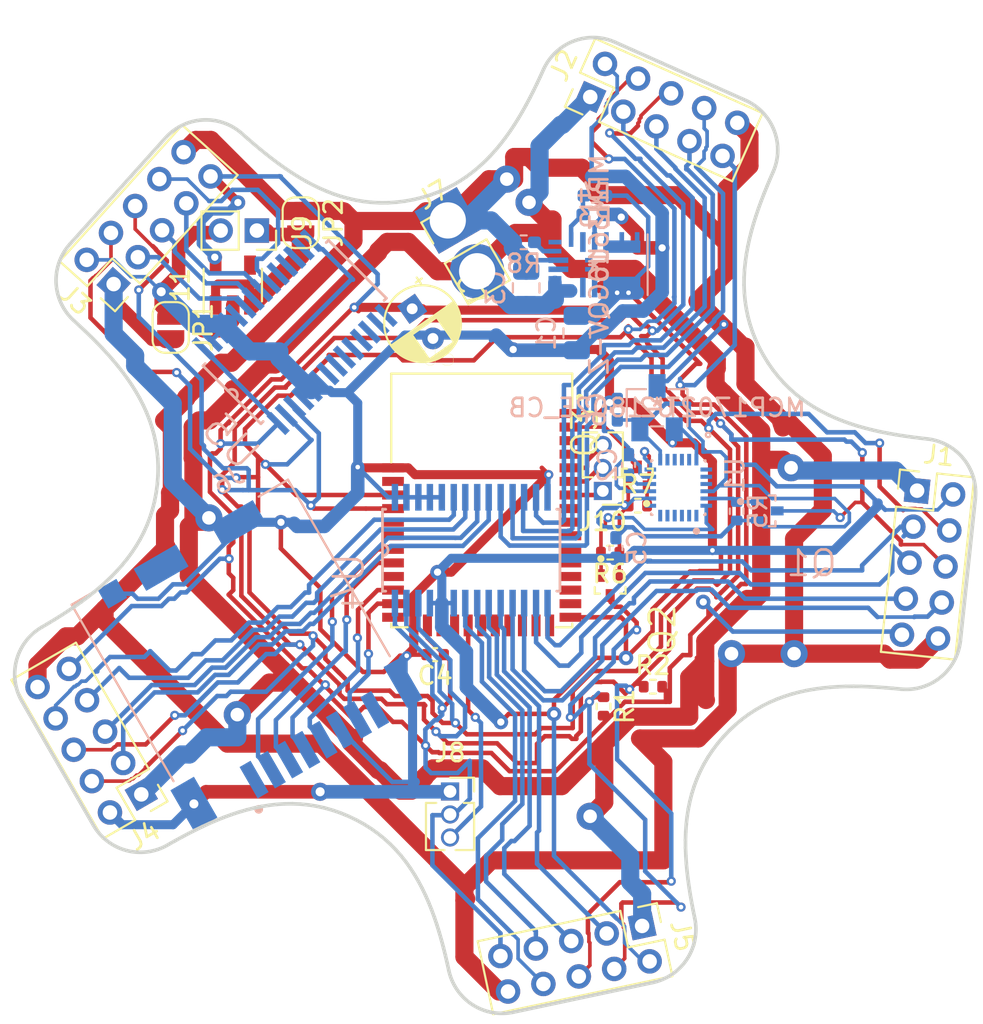
<source format=kicad_pcb>
(kicad_pcb (version 20171130) (host pcbnew 5.1.10-88a1d61d58~88~ubuntu18.04.1)
  (layers (0 F.Cu signal) (31 B.Cu signal) (34 B.Paste user hide) (35 F.Paste user hide) (36 B.SilkS user) (37 F.SilkS user hide) (38 B.Mask user hide) (39 F.Mask user hide) (44 Edge.Cuts user))
  (net 0 "")
  (net 1 GND)
  (net 2 +8V)
  (net 3 /SWDIO)
  (net 4 /SWDCLK)
  (net 5 /SMA1_SIG)
  (net 6 /SMA2_SIG)
  (net 7 /SMA3_SIG)
  (net 8 /SMA4_SIG)
  (net 9 /SMA5_SIG)
  (net 10 /SMA6_SIG)
  (net 11 /SMA7_SIG)
  (net 12 /SMA8_SIG)
  (net 13 /SMA9_SIG)
  (net 14 /SMA10_SIG)
  (net 15 /SMA11_SIG)
  (net 16 /SMA12_SIG)
  (net 17 /SMA13_SIG)
  (net 18 /SMA14_SIG)
  (net 19 /SMA15_SIG)
  (net 20 /SMA16_SIG)
  (net 21 /SMA17_SIG)
  (net 22 /SMA18_SIG)
  (net 23 /SMA19_SIG)
  (net 24 /SMA20_SIG)
  (net 25 "Net-(U3-Pad28)")
  (net 26 "Net-(U3-Pad18)")
  (net 27 "Net-(U3-Pad20)")
  (net 28 "Net-(U3-Pad19)")
  (net 29 "Net-(U3-Pad21)")
  (net 30 "Net-(U3-Pad15)")
  (net 31 "Net-(U3-Pad14)")
  (net 32 "Net-(J10-Pad1)")
  (net 33 /SCL)
  (net 34 /SDA)
  (net 35 "Net-(U3-Pad35)")
  (net 36 "Net-(U3-Pad4)")
  (net 37 "Net-(U3-Pad34)")
  (net 38 "Net-(U3-Pad38)")
  (net 39 "Net-(U3-Pad25)")
  (net 40 "Net-(U3-Pad24)")
  (net 41 "Net-(U3-Pad22)")
  (net 42 "Net-(U3-Pad13)")
  (net 43 "Net-(U3-Pad10)")
  (net 44 "Net-(U3-Pad12)")
  (net 45 "Net-(U3-Pad11)")
  (net 46 "Net-(U3-Pad3)")
  (net 47 "Net-(U3-Pad8)")
  (net 48 "Net-(U3-Pad9)")
  (net 49 "Net-(C2-Pad2)")
  (net 50 +1V8)
  (net 51 "Net-(U1-Pad21)")
  (net 52 "Net-(U1-Pad19)")
  (net 53 "Net-(U1-Pad1)")
  (net 54 "Net-(U1-Pad7)")
  (net 55 "Net-(J6-Pad1)")
  (net 56 "Net-(J6-Pad8)")
  (net 57 "Net-(J6-Pad9)")
  (net 58 /CS)
  (net 59 /MOSI)
  (net 60 /CLK)
  (net 61 /MISO)
  (net 62 /A0)
  (net 63 /SCL_VIN)
  (net 64 /SDA_VIN)
  (net 65 /INT)
  (net 66 /INT_VIN)
  (net 67 +3V3)
  (net 68 "Net-(U3-Pad17)")
  (net 69 "Net-(U5-Pad22)")
  (net 70 "Net-(U5-Pad21)")
  (net 71 "Net-(U5-Pad20)")
  (net 72 "Net-(U5-Pad19)")
  (net 73 "Net-(U5-Pad18)")
  (net 74 "Net-(U5-Pad17)")
  (net 75 "Net-(U5-Pad16)")
  (net 76 "Net-(U5-Pad15)")
  (net 77 "Net-(U5-Pad13)")
  (net 78 "Net-(U5-Pad12)")
  (net 79 "Net-(U5-Pad11)")
  (net 80 "Net-(U5-Pad10)")
  (net 81 "Net-(U6-Pad20)")
  (net 82 "Net-(U6-Pad19)")
  (net 83 "Net-(U6-Pad18)")
  (net 84 "Net-(U6-Pad15)")
  (net 85 "Net-(U6-Pad11)")
  (net 86 "Net-(U6-Pad10)")
  (net 87 "Net-(U6-Pad6)")
  (net 88 "Net-(U6-Pad5)")
  (net 89 "Net-(U6-Pad4)")
  (net 90 "Net-(U6-Pad2)")
  (net 91 /FB)
  (net 92 /EN)
  (net 93 "Net-(U3-Pad31)")
  (net 94 GND2)
  (net 95 "Net-(U1-Pad20)")
  (net 96 "Net-(11-Pad4)")
  (net 97 "Net-(11-Pad1)")
  (module Capacitor_THT:CP_Radial_D4.0mm_P2.00mm (layer F.Cu) (at 104.994367 97.970336 305)
    (fp_text reference C7 (at 1 -3.25 125) (layer F.SilkS))
    (fp_text value CP1_Small)
    (pad 2 thru_hole circle (at 2 0 305) (size 1.2 1.2) (drill 0.6) (layers *.Cu *.Mask) (net 94 GND2))
    (pad 1 thru_hole rect (at 0 0 305) (size 1.2 1.2) (drill 0.6) (layers *.Cu *.Mask) (net 67 +3V3))
  )
  (module Connector_PinSocket_2.00mm:PinSocket_1x02_P2.00mm_Vertical (layer F.Cu) (at 96.41434 93.65234 270)
    (fp_text reference J9 (at 0 -2.5 90) (layer F.SilkS))
    (fp_text value Conn_01x02)
    (pad 2 thru_hole oval (at 0 2 270) (size 1.35 1.35) (drill 0.8) (layers *.Cu *.Mask) (net 94 GND2))
    (pad 1 thru_hole rect (at 0 0 270) (size 1.35 1.35) (drill 0.8) (layers *.Cu *.Mask) (net 97 "Net-(11-Pad1)"))
  )
  (module Package_TO_SOT_SMD:SOT-23-5 (layer F.Cu) (at 95.0849 96.65952 90)
    (fp_text reference 11 (at 0 -2.9 90) (layer F.SilkS))
    (fp_text value V_REG_SPX3819-SOT23-5)
    (pad 5 smd rect (at 1.1 -0.95 90) (size 1.06 0.65) (layers F.Cu F.Paste F.Mask) (net 67 +3V3))
    (pad 4 smd rect (at 1.1 0.95 90) (size 1.06 0.65) (layers F.Cu F.Paste F.Mask) (net 96 "Net-(11-Pad4)"))
    (pad 3 smd rect (at -1.1 0.95 90) (size 1.06 0.65) (layers F.Cu F.Paste F.Mask) (net 97 "Net-(11-Pad1)"))
    (pad 2 smd rect (at -1.1 0 90) (size 1.06 0.65) (layers F.Cu F.Paste F.Mask) (net 94 GND2))
    (pad 1 smd rect (at -1.1 -0.95 90) (size 1.06 0.65) (layers F.Cu F.Paste F.Mask) (net 97 "Net-(11-Pad1)"))
  )
  (module Jumper:SolderJumper-2_P1.3mm_Open_RoundedPad1.0x1.5mm (layer F.Cu) (at 98.83902 93.21824 270)
    (fp_text reference JP2 (at 0 -1.8 90) (layer F.SilkS))
    (fp_text value Jumper_NO_Small)
    (pad 2 smd custom (at 0.65 0 270) (size 1 0.5) (layers F.Cu F.Mask) (net 97 "Net-(11-Pad1)") (options (clearance outline) (anchor rect)) (primitives (gr_circle (center 0 0.25) (end 0.5 0.25) (width 0)) (gr_circle (center 0 -0.25) (end 0.5 -0.25) (width 0)) (gr_poly (pts (xy 0 -0.75) (xy -0.5 -0.75) (xy -0.5 0.75) (xy 0 0.75)) (width 0))))
    (pad 1 smd custom (at -0.65 0 270) (size 1 0.5) (layers F.Cu F.Mask) (net 2 +8V) (options (clearance outline) (anchor rect)) (primitives (gr_circle (center 0 0.25) (end 0.5 0.25) (width 0)) (gr_circle (center 0 -0.25) (end 0.5 -0.25) (width 0)) (gr_poly (pts (xy 0 -0.75) (xy 0.5 -0.75) (xy 0.5 0.75) (xy 0 0.75)) (width 0))))
  )
  (module Jumper:SolderJumper-2_P1.3mm_Open_RoundedPad1.0x1.5mm (layer F.Cu) (at 91.6559 99.00182 270)
    (fp_text reference JP1 (at 0 -1.8 90) (layer F.SilkS))
    (fp_text value Jumper_NO_Small)
    (pad 2 smd custom (at 0.65 0 270) (size 1 0.5) (layers F.Cu F.Mask) (net 1 GND) (options (clearance outline) (anchor rect)) (primitives (gr_circle (center 0 0.25) (end 0.5 0.25) (width 0)) (gr_circle (center 0 -0.25) (end 0.5 -0.25) (width 0)) (gr_poly (pts (xy 0 -0.75) (xy -0.5 -0.75) (xy -0.5 0.75) (xy 0 0.75)) (width 0))))
    (pad 1 smd custom (at -0.65 0 270) (size 1 0.5) (layers F.Cu F.Mask) (net 94 GND2) (options (clearance outline) (anchor rect)) (primitives (gr_circle (center 0 0.25) (end 0.5 0.25) (width 0)) (gr_circle (center 0 -0.25) (end 0.5 -0.25) (width 0)) (gr_poly (pts (xy 0 -0.75) (xy 0.5 -0.75) (xy 0.5 0.75) (xy 0 0.75)) (width 0))))
  )
  (module Capacitor_SMD:C_0805_2012Metric (layer B.Cu) (at 114.08664 99.30888 270)
    (fp_text reference C1 (at 0 1.68 90) (layer B.SilkS) (effects (justify mirror)))
    (fp_text value 22uF)
    (pad 2 smd roundrect (at 0.95 0 270) (size 1 1.45) (layers B.Cu B.Paste B.Mask) (net 94 GND2))
    (pad 1 smd roundrect (at -0.95 0 270) (size 1 1.45) (layers B.Cu B.Paste B.Mask) (net 67 +3V3))
  )
  (module Capacitor_SMD:C_0402_1005Metric_Pad0.74x0.62mm_HandSolder (layer B.Cu) (at 116.25072 111.17688 90)
    (fp_text reference C5 (at 0 1.16 270) (layer B.SilkS) (effects (justify mirror)))
    (fp_text value 0.1uF)
    (pad 2 smd roundrect (at 0.5675 0 90) (size 0.735 0.62) (layers B.Cu B.Paste B.Mask) (net 50 +1V8))
    (pad 1 smd roundrect (at -0.5675 0 90) (size 0.735 0.62) (layers B.Cu B.Paste B.Mask) (net 94 GND2))
  )
  (module Capacitor_SMD:C_0402_1005Metric (layer F.Cu) (at 106.26338 117.06352 180)
    (fp_text reference C4 (at 0 -1.16) (layer F.SilkS))
    (fp_text value 1uF)
    (pad 2 smd roundrect (at 0.48 0 180) (size 0.56 0.62) (layers F.Cu F.Paste F.Mask) (net 94 GND2))
    (pad 1 smd roundrect (at -0.48 0 180) (size 0.56 0.62) (layers F.Cu F.Paste F.Mask) (net 67 +3V3))
  )
  (module MPM3610:MPM3610GQV-Z (layer B.Cu) (at 115.32414 95.53924 270)
    (fp_text reference U6 (at 0 0 90) (layer B.SilkS) (effects (justify mirror)))
    (fp_text value MPM3610GQV-Z (at 0 0 90) (layer B.SilkS) (effects (justify mirror)))
    (fp_poly (pts (xy 1.292 -2.227) (xy 0.708 -2.227) (xy 0.708 -0.273) (xy 1.292 -0.273)) (layer B.Cu) (width 0.1))
    (fp_poly (pts (xy -1.292 -0.273) (xy -0.708 -0.273) (xy -0.708 -2.227) (xy -1.292 -2.227)) (layer B.Cu) (width 0.1))
    (fp_text user * (at 0 0 90) (layer B.SilkS) (effects (justify mirror)))
    (pad 20 smd rect (at 0.25 0.575 270) (size 0.254 0.4064) (layers B.Cu B.Paste B.Mask) (net 81 "Net-(U6-Pad20)"))
    (pad 19 smd rect (at -0.25 0.575 270) (size 0.254 0.4064) (layers B.Cu B.Paste B.Mask) (net 82 "Net-(U6-Pad19)"))
    (pad 18 smd rect (at -1.25 2.444 180) (size 0.7112 0.254) (layers B.Cu B.Paste B.Mask) (net 83 "Net-(U6-Pad18)"))
    (pad 17 smd rect (at -0.750001 2.444 180) (size 0.7112 0.254) (layers B.Cu B.Paste B.Mask) (net 92 /EN))
    (pad 16 smd rect (at -0.25 2.254 180) (size 1.0922 0.3048) (layers B.Cu B.Paste B.Mask) (net 2 +8V))
    (pad 15 smd rect (at 0.25 2.254 180) (size 1.0922 0.3048) (layers B.Cu B.Paste B.Mask) (net 84 "Net-(U6-Pad15)"))
    (pad 14 smd rect (at 0.750001 2.444 180) (size 0.7112 0.254) (layers B.Cu B.Paste B.Mask) (net 1 GND))
    (pad 13 smd rect (at 1.25 2.444 180) (size 0.7112 0.254) (layers B.Cu B.Paste B.Mask) (net 1 GND))
    (pad 12 smd rect (at 1.444 1.55 270) (size 0.7112 0.254) (layers B.Cu B.Paste B.Mask) (net 1 GND))
    (pad 11 smd rect (at 1.254 0.900001 270) (size 1.0922 0.3048) (layers B.Cu B.Paste B.Mask) (net 85 "Net-(U6-Pad11)"))
    (pad 10 smd rect (at 1.254 0.25 270) (size 1.0922 0.3048) (layers B.Cu B.Paste B.Mask) (net 86 "Net-(U6-Pad10)"))
    (pad 9 smd rect (at 1.546 -0.4 270) (size 0.508 0.254) (layers B.Cu B.Paste B.Mask) (net 67 +3V3))
    (pad 8 smd rect (at 1.546 -1.250001 270) (size 0.508 0.254) (layers B.Cu B.Paste B.Mask) (net 67 +3V3))
    (pad 7 smd rect (at 1.546 -2.1 270) (size 0.508 0.254) (layers B.Cu B.Paste B.Mask) (net 67 +3V3))
    (pad 6 smd rect (at -1.546 -2.1 270) (size 0.508 0.254) (layers B.Cu B.Paste B.Mask) (net 87 "Net-(U6-Pad6)"))
    (pad 5 smd rect (at -1.546 -1.250001 270) (size 0.508 0.254) (layers B.Cu B.Paste B.Mask) (net 88 "Net-(U6-Pad5)"))
    (pad 4 smd rect (at -1.546 -0.4 270) (size 0.508 0.254) (layers B.Cu B.Paste B.Mask) (net 89 "Net-(U6-Pad4)"))
    (pad 3 smd rect (at -1.254 0.25 270) (size 1.0922 0.3048) (layers B.Cu B.Paste B.Mask) (net 94 GND2))
    (pad 2 smd rect (at -1.254 0.900001 270) (size 1.0922 0.3048) (layers B.Cu B.Paste B.Mask) (net 90 "Net-(U6-Pad2)"))
    (pad 1 smd rect (at -1.394 1.55 270) (size 0.8128 0.254) (layers B.Cu B.Paste B.Mask) (net 91 /FB))
  )
  (module PCA9685PW_Q900_118:SOP65P640X110-28N (layer B.Cu) (at 98.50374 99.25304 315)
    (fp_text reference U5 (at 1.75434 6.76308 135) (layer B.SilkS) (effects (font (size 1.641622 1.641622)) (justify mirror)))
    (fp_text value PCA9685PW_Q900,118)
    (pad 1 smd rect (at -2.921 4.2164 315) (size 1.4732 0.3556) (layers B.Cu B.Paste B.Mask) (net 67 +3V3))
    (pad 2 smd rect (at -2.921 3.5814 315) (size 1.4732 0.3556) (layers B.Cu B.Paste B.Mask) (net 94 GND2))
    (pad 3 smd rect (at -2.921 2.921 315) (size 1.4732 0.3556) (layers B.Cu B.Paste B.Mask) (net 94 GND2))
    (pad 4 smd rect (at -2.921 2.286 315) (size 1.4732 0.3556) (layers B.Cu B.Paste B.Mask) (net 94 GND2))
    (pad 5 smd rect (at -2.921 1.6256 315) (size 1.4732 0.3556) (layers B.Cu B.Paste B.Mask) (net 94 GND2))
    (pad 6 smd rect (at -2.921 0.9652 315) (size 1.4732 0.3556) (layers B.Cu B.Paste B.Mask) (net 24 /SMA20_SIG))
    (pad 7 smd rect (at -2.921 0.3302 315) (size 1.4732 0.3556) (layers B.Cu B.Paste B.Mask) (net 23 /SMA19_SIG))
    (pad 8 smd rect (at -2.921 -0.3302 315) (size 1.4732 0.3556) (layers B.Cu B.Paste B.Mask) (net 22 /SMA18_SIG))
    (pad 9 smd rect (at -2.921 -0.9652 315) (size 1.4732 0.3556) (layers B.Cu B.Paste B.Mask) (net 21 /SMA17_SIG))
    (pad 10 smd rect (at -2.921 -1.6256 315) (size 1.4732 0.3556) (layers B.Cu B.Paste B.Mask) (net 80 "Net-(U5-Pad10)"))
    (pad 11 smd rect (at -2.921 -2.286 315) (size 1.4732 0.3556) (layers B.Cu B.Paste B.Mask) (net 79 "Net-(U5-Pad11)"))
    (pad 12 smd rect (at -2.921 -2.921 315) (size 1.4732 0.3556) (layers B.Cu B.Paste B.Mask) (net 78 "Net-(U5-Pad12)"))
    (pad 13 smd rect (at -2.921 -3.5814 315) (size 1.4732 0.3556) (layers B.Cu B.Paste B.Mask) (net 77 "Net-(U5-Pad13)"))
    (pad 14 smd rect (at -2.921 -4.2164 315) (size 1.4732 0.3556) (layers B.Cu B.Paste B.Mask) (net 94 GND2))
    (pad 15 smd rect (at 2.921 -4.2164 315) (size 1.4732 0.3556) (layers B.Cu B.Paste B.Mask) (net 76 "Net-(U5-Pad15)"))
    (pad 16 smd rect (at 2.921 -3.5814 315) (size 1.4732 0.3556) (layers B.Cu B.Paste B.Mask) (net 75 "Net-(U5-Pad16)"))
    (pad 17 smd rect (at 2.921 -2.921 315) (size 1.4732 0.3556) (layers B.Cu B.Paste B.Mask) (net 74 "Net-(U5-Pad17)"))
    (pad 18 smd rect (at 2.921 -2.286 315) (size 1.4732 0.3556) (layers B.Cu B.Paste B.Mask) (net 73 "Net-(U5-Pad18)"))
    (pad 19 smd rect (at 2.921 -1.6256 315) (size 1.4732 0.3556) (layers B.Cu B.Paste B.Mask) (net 72 "Net-(U5-Pad19)"))
    (pad 20 smd rect (at 2.921 -0.9652 315) (size 1.4732 0.3556) (layers B.Cu B.Paste B.Mask) (net 71 "Net-(U5-Pad20)"))
    (pad 21 smd rect (at 2.921 -0.3302 315) (size 1.4732 0.3556) (layers B.Cu B.Paste B.Mask) (net 70 "Net-(U5-Pad21)"))
    (pad 22 smd rect (at 2.921 0.3302 315) (size 1.4732 0.3556) (layers B.Cu B.Paste B.Mask) (net 69 "Net-(U5-Pad22)"))
    (pad 23 smd rect (at 2.921 0.9652 315) (size 1.4732 0.3556) (layers B.Cu B.Paste B.Mask) (net 94 GND2))
    (pad 24 smd rect (at 2.921 1.6256 315) (size 1.4732 0.3556) (layers B.Cu B.Paste B.Mask) (net 94 GND2))
    (pad 25 smd rect (at 2.921 2.286 315) (size 1.4732 0.3556) (layers B.Cu B.Paste B.Mask) (net 94 GND2))
    (pad 26 smd rect (at 2.921 2.921 315) (size 1.4732 0.3556) (layers B.Cu B.Paste B.Mask) (net 33 /SCL))
    (pad 27 smd rect (at 2.921 3.5814 315) (size 1.4732 0.3556) (layers B.Cu B.Paste B.Mask) (net 34 /SDA))
    (pad 28 smd rect (at 2.921 4.2164 315) (size 1.4732 0.3556) (layers B.Cu B.Paste B.Mask) (net 67 +3V3))
  )
  (module PCA9685PW_Q900_118:SOP65P640X110-28N (layer B.Cu) (at 108.25734 111.29772 270)
    (fp_text reference U4 (at 1.75434 6.76308 90) (layer B.SilkS) (effects (font (size 1.641622 1.641622)) (justify mirror)))
    (fp_text value PCA9685PW_Q900,118)
    (pad 28 smd rect (at 2.921 4.2164 270) (size 1.4732 0.3556) (layers B.Cu B.Paste B.Mask) (net 67 +3V3))
    (pad 27 smd rect (at 2.921 3.5814 270) (size 1.4732 0.3556) (layers B.Cu B.Paste B.Mask) (net 34 /SDA))
    (pad 26 smd rect (at 2.921 2.921 270) (size 1.4732 0.3556) (layers B.Cu B.Paste B.Mask) (net 33 /SCL))
    (pad 25 smd rect (at 2.921 2.286 270) (size 1.4732 0.3556) (layers B.Cu B.Paste B.Mask) (net 94 GND2))
    (pad 24 smd rect (at 2.921 1.6256 270) (size 1.4732 0.3556) (layers B.Cu B.Paste B.Mask) (net 94 GND2))
    (pad 23 smd rect (at 2.921 0.9652 270) (size 1.4732 0.3556) (layers B.Cu B.Paste B.Mask) (net 94 GND2))
    (pad 22 smd rect (at 2.921 0.3302 270) (size 1.4732 0.3556) (layers B.Cu B.Paste B.Mask) (net 9 /SMA5_SIG))
    (pad 21 smd rect (at 2.921 -0.3302 270) (size 1.4732 0.3556) (layers B.Cu B.Paste B.Mask) (net 10 /SMA6_SIG))
    (pad 20 smd rect (at 2.921 -0.9652 270) (size 1.4732 0.3556) (layers B.Cu B.Paste B.Mask) (net 11 /SMA7_SIG))
    (pad 19 smd rect (at 2.921 -1.6256 270) (size 1.4732 0.3556) (layers B.Cu B.Paste B.Mask) (net 12 /SMA8_SIG))
    (pad 18 smd rect (at 2.921 -2.286 270) (size 1.4732 0.3556) (layers B.Cu B.Paste B.Mask) (net 13 /SMA9_SIG))
    (pad 17 smd rect (at 2.921 -2.921 270) (size 1.4732 0.3556) (layers B.Cu B.Paste B.Mask) (net 14 /SMA10_SIG))
    (pad 16 smd rect (at 2.921 -3.5814 270) (size 1.4732 0.3556) (layers B.Cu B.Paste B.Mask) (net 15 /SMA11_SIG))
    (pad 15 smd rect (at 2.921 -4.2164 270) (size 1.4732 0.3556) (layers B.Cu B.Paste B.Mask) (net 16 /SMA12_SIG))
    (pad 14 smd rect (at -2.921 -4.2164 270) (size 1.4732 0.3556) (layers B.Cu B.Paste B.Mask) (net 94 GND2))
    (pad 13 smd rect (at -2.921 -3.5814 270) (size 1.4732 0.3556) (layers B.Cu B.Paste B.Mask) (net 20 /SMA16_SIG))
    (pad 12 smd rect (at -2.921 -2.921 270) (size 1.4732 0.3556) (layers B.Cu B.Paste B.Mask) (net 19 /SMA15_SIG))
    (pad 11 smd rect (at -2.921 -2.286 270) (size 1.4732 0.3556) (layers B.Cu B.Paste B.Mask) (net 18 /SMA14_SIG))
    (pad 10 smd rect (at -2.921 -1.6256 270) (size 1.4732 0.3556) (layers B.Cu B.Paste B.Mask) (net 17 /SMA13_SIG))
    (pad 9 smd rect (at -2.921 -0.9652 270) (size 1.4732 0.3556) (layers B.Cu B.Paste B.Mask) (net 8 /SMA4_SIG))
    (pad 8 smd rect (at -2.921 -0.3302 270) (size 1.4732 0.3556) (layers B.Cu B.Paste B.Mask) (net 7 /SMA3_SIG))
    (pad 7 smd rect (at -2.921 0.3302 270) (size 1.4732 0.3556) (layers B.Cu B.Paste B.Mask) (net 6 /SMA2_SIG))
    (pad 6 smd rect (at -2.921 0.9652 270) (size 1.4732 0.3556) (layers B.Cu B.Paste B.Mask) (net 5 /SMA1_SIG))
    (pad 5 smd rect (at -2.921 1.6256 270) (size 1.4732 0.3556) (layers B.Cu B.Paste B.Mask) (net 94 GND2))
    (pad 4 smd rect (at -2.921 2.286 270) (size 1.4732 0.3556) (layers B.Cu B.Paste B.Mask) (net 94 GND2))
    (pad 3 smd rect (at -2.921 2.921 270) (size 1.4732 0.3556) (layers B.Cu B.Paste B.Mask) (net 94 GND2))
    (pad 2 smd rect (at -2.921 3.5814 270) (size 1.4732 0.3556) (layers B.Cu B.Paste B.Mask) (net 94 GND2))
    (pad 1 smd rect (at -2.921 4.2164 270) (size 1.4732 0.3556) (layers B.Cu B.Paste B.Mask) (net 94 GND2))
  )
  (module MCP-1702T:MCP1702T-1802E&slash_CB (layer B.Cu) (at 118.52402 103.43274 180)
    (fp_text reference U2 (at 0 0) (layer B.SilkS) (effects (justify mirror)))
    (fp_text value MCP1702T-1802E_CB (at 0 0) (layer B.SilkS) (effects (justify mirror)))
    (fp_text user * (at 0 0) (layer B.SilkS) (effects (justify mirror)))
    (pad 3 smd rect (at 0 1.1952 180) (size 0.9398 1.3208) (layers B.Cu B.Paste B.Mask) (net 2 +8V))
    (pad 2 smd rect (at 0.950001 -1.1952 180) (size 0.9398 1.3208) (layers B.Cu B.Paste B.Mask) (net 50 +1V8))
    (pad 1 smd rect (at -0.950001 -1.1952 180) (size 0.9398 1.3208) (layers B.Cu B.Paste B.Mask) (net 94 GND2))
  )
  (module BL652-SA-01:XCVR_BL652-SA-01 (layer F.Cu) (at 108.8368 108.5506)
    (fp_text reference U3 (at -2.37522 -7.93209) (layer F.SilkS) (effects (font (size 1.00178 1.00178) (thickness 0.015))))
    (fp_text value BL652-SA-01)
    (pad 1 smd rect (at 4.9 -4.8) (size 1.2 0.5) (layers F.Cu F.Paste F.Mask) (net 94 GND2))
    (pad 2 smd rect (at 4.9 -4.05) (size 1.2 0.5) (layers F.Cu F.Paste F.Mask) (net 65 /INT))
    (pad 4 smd rect (at 4.9 -2.55) (size 1.2 0.5) (layers F.Cu F.Paste F.Mask) (net 36 "Net-(U3-Pad4)"))
    (pad 3 smd rect (at 4.9 -3.3) (size 1.2 0.5) (layers F.Cu F.Paste F.Mask) (net 46 "Net-(U3-Pad3)"))
    (pad 8 smd rect (at 4.9 0.45) (size 1.2 0.5) (layers F.Cu F.Paste F.Mask) (net 47 "Net-(U3-Pad8)"))
    (pad 7 smd rect (at 4.9 -0.3) (size 1.2 0.5) (layers F.Cu F.Paste F.Mask) (net 32 "Net-(J10-Pad1)"))
    (pad 5 smd rect (at 4.9 -1.8) (size 1.2 0.5) (layers F.Cu F.Paste F.Mask) (net 3 /SWDIO))
    (pad 6 smd rect (at 4.9 -1.05) (size 1.2 0.5) (layers F.Cu F.Paste F.Mask) (net 4 /SWDCLK))
    (pad 16 smd rect (at 4.9 6.45) (size 1.2 0.5) (layers F.Cu F.Paste F.Mask) (net 94 GND2))
    (pad 15 smd rect (at 4.9 5.7) (size 1.2 0.5) (layers F.Cu F.Paste F.Mask) (net 30 "Net-(U3-Pad15)"))
    (pad 13 smd rect (at 4.9 4.2) (size 1.2 0.5) (layers F.Cu F.Paste F.Mask) (net 42 "Net-(U3-Pad13)"))
    (pad 14 smd rect (at 4.9 4.95) (size 1.2 0.5) (layers F.Cu F.Paste F.Mask) (net 31 "Net-(U3-Pad14)"))
    (pad 9 smd rect (at 4.9 1.2) (size 1.2 0.5) (layers F.Cu F.Paste F.Mask) (net 48 "Net-(U3-Pad9)"))
    (pad 10 smd rect (at 4.9 1.95) (size 1.2 0.5) (layers F.Cu F.Paste F.Mask) (net 43 "Net-(U3-Pad10)"))
    (pad 12 smd rect (at 4.9 3.45) (size 1.2 0.5) (layers F.Cu F.Paste F.Mask) (net 44 "Net-(U3-Pad12)"))
    (pad 11 smd rect (at 4.9 2.7) (size 1.2 0.5) (layers F.Cu F.Paste F.Mask) (net 45 "Net-(U3-Pad11)"))
    (pad 36 smd rect (at -4.9 0.45) (size 1.2 0.5) (layers F.Cu F.Paste F.Mask) (net 33 /SCL))
    (pad 37 smd rect (at -4.9 -0.3) (size 1.2 0.5) (layers F.Cu F.Paste F.Mask) (net 34 /SDA))
    (pad 28 smd rect (at -4.9 6.45) (size 1.2 0.5) (layers F.Cu F.Paste F.Mask) (net 25 "Net-(U3-Pad28)"))
    (pad 29 smd rect (at -4.9 5.7) (size 1.2 0.5) (layers F.Cu F.Paste F.Mask) (net 61 /MISO))
    (pad 31 smd rect (at -4.9 4.2) (size 1.2 0.5) (layers F.Cu F.Paste F.Mask) (net 93 "Net-(U3-Pad31)"))
    (pad 30 smd rect (at -4.9 4.95) (size 1.2 0.5) (layers F.Cu F.Paste F.Mask) (net 60 /CLK))
    (pad 35 smd rect (at -4.9 1.2) (size 1.2 0.5) (layers F.Cu F.Paste F.Mask) (net 35 "Net-(U3-Pad35)"))
    (pad 34 smd rect (at -4.9 1.95) (size 1.2 0.5) (layers F.Cu F.Paste F.Mask) (net 37 "Net-(U3-Pad34)"))
    (pad 32 smd rect (at -4.9 3.45) (size 1.2 0.5) (layers F.Cu F.Paste F.Mask) (net 59 /MOSI))
    (pad 33 smd rect (at -4.9 2.7) (size 1.2 0.5) (layers F.Cu F.Paste F.Mask) (net 58 /CS))
    (pad 38 smd rect (at -4.9 -1.05) (size 1.2 0.5) (layers F.Cu F.Paste F.Mask) (net 38 "Net-(U3-Pad38)"))
    (pad 39 smd rect (at -4.9 -1.8) (size 1.2 0.5) (layers F.Cu F.Paste F.Mask) (net 94 GND2))
    (pad 25 smd rect (at -2.25 6.9) (size 0.5 1.2) (layers F.Cu F.Paste F.Mask) (net 39 "Net-(U3-Pad25)"))
    (pad 26 smd rect (at -3 6.9) (size 0.5 1.2) (layers F.Cu F.Paste F.Mask) (net 67 +3V3))
    (pad 17 smd rect (at 3.75 6.9) (size 0.5 1.2) (layers F.Cu F.Paste F.Mask) (net 68 "Net-(U3-Pad17)"))
    (pad 18 smd rect (at 3 6.9) (size 0.5 1.2) (layers F.Cu F.Paste F.Mask) (net 26 "Net-(U3-Pad18)"))
    (pad 20 smd rect (at 1.5 6.9) (size 0.5 1.2) (layers F.Cu F.Paste F.Mask) (net 27 "Net-(U3-Pad20)"))
    (pad 19 smd rect (at 2.25 6.9) (size 0.5 1.2) (layers F.Cu F.Paste F.Mask) (net 28 "Net-(U3-Pad19)"))
    (pad 24 smd rect (at -1.5 6.9) (size 0.5 1.2) (layers F.Cu F.Paste F.Mask) (net 40 "Net-(U3-Pad24)"))
    (pad 23 smd rect (at -0.75 6.9) (size 0.5 1.2) (layers F.Cu F.Paste F.Mask) (net 62 /A0))
    (pad 21 smd rect (at 0.75 6.9) (size 0.5 1.2) (layers F.Cu F.Paste F.Mask) (net 29 "Net-(U3-Pad21)"))
    (pad 22 smd rect (at 0 6.9) (size 0.5 1.2) (layers F.Cu F.Paste F.Mask) (net 41 "Net-(U3-Pad22)"))
    (pad 27 smd rect (at -3.75 6.9) (size 0.5 1.2) (layers F.Cu F.Paste F.Mask) (net 94 GND2))
  )
  (module Resistor_SMD:R_0402_1005Metric_Pad0.72x0.64mm_HandSolder (layer B.Cu) (at 111.15488 94.30004)
    (fp_text reference R8 (at 0 1.17) (layer B.SilkS) (effects (justify mirror)))
    (fp_text value 75k)
    (pad 2 smd roundrect (at 0.5975 0) (size 0.715 0.64) (layers B.Cu B.Paste B.Mask) (net 92 /EN))
    (pad 1 smd roundrect (at -0.5975 0) (size 0.715 0.64) (layers B.Cu B.Paste B.Mask) (net 2 +8V))
  )
  (module Resistor_SMD:R_0402_1005Metric_Pad0.72x0.64mm_HandSolder (layer B.Cu) (at 115.02584 92.7608 180)
    (fp_text reference R4 (at 0 1.17) (layer B.SilkS) (effects (justify mirror)))
    (fp_text value 24k)
    (pad 2 smd roundrect (at 0.5975 0 180) (size 0.715 0.64) (layers B.Cu B.Paste B.Mask) (net 91 /FB))
    (pad 1 smd roundrect (at -0.5975 0 180) (size 0.715 0.64) (layers B.Cu B.Paste B.Mask) (net 94 GND2))
  )
  (module Resistor_SMD:R_0402_1005Metric_Pad0.72x0.64mm_HandSolder (layer B.Cu) (at 115.09054 91.72448)
    (fp_text reference R3 (at 0 1.17) (layer B.SilkS) (effects (justify mirror)))
    (fp_text value 75k)
    (pad 2 smd roundrect (at 0.5975 0) (size 0.715 0.64) (layers B.Cu B.Paste B.Mask) (net 67 +3V3))
    (pad 1 smd roundrect (at -0.5975 0) (size 0.715 0.64) (layers B.Cu B.Paste B.Mask) (net 91 /FB))
  )
  (module Capacitor_SMD:C_0805_2012Metric (layer B.Cu) (at 111.29264 96.81722 270)
    (fp_text reference C3 (at 0 1.68 90) (layer B.SilkS) (effects (justify mirror)))
    (fp_text value 22uF)
    (pad 2 smd roundrect (at 0.95 0 270) (size 1 1.45) (layers B.Cu B.Paste B.Mask) (net 1 GND))
    (pad 1 smd roundrect (at -0.95 0 270) (size 1 1.45) (layers B.Cu B.Paste B.Mask) (net 2 +8V))
  )
  (module Resistor_SMD:R_0402_1005Metric (layer F.Cu) (at 117.46176 108.839)
    (fp_text reference R7 (at 0 -1.17) (layer F.SilkS))
    (fp_text value " ")
    (pad 2 smd roundrect (at 0.51 0) (size 0.54 0.64) (layers F.Cu F.Paste F.Mask) (net 66 /INT_VIN))
    (pad 1 smd roundrect (at -0.51 0) (size 0.54 0.64) (layers F.Cu F.Paste F.Mask) (net 50 +1V8))
  )
  (module Resistor_SMD:R_0402_1005Metric (layer F.Cu) (at 115.93268 111.4298 180)
    (fp_text reference R6 (at 0 -1.17) (layer F.SilkS))
    (fp_text value " ")
    (pad 2 smd roundrect (at 0.51 0 180) (size 0.54 0.64) (layers F.Cu F.Paste F.Mask) (net 64 /SDA_VIN))
    (pad 1 smd roundrect (at -0.51 0 180) (size 0.54 0.64) (layers F.Cu F.Paste F.Mask) (net 50 +1V8))
  )
  (module Resistor_SMD:R_0402_1005Metric (layer B.Cu) (at 122.9233 109.14834 90)
    (fp_text reference R5 (at 0 1.17 270) (layer B.SilkS) (effects (justify mirror)))
    (fp_text value " ")
    (pad 2 smd roundrect (at 0.51 0 90) (size 0.54 0.64) (layers B.Cu B.Paste B.Mask) (net 63 /SCL_VIN))
    (pad 1 smd roundrect (at -0.51 0 90) (size 0.54 0.64) (layers B.Cu B.Paste B.Mask) (net 50 +1V8))
  )
  (module RUE002N02TL:TRANS_RUE002N02TL (layer F.Cu) (at 117.43182 107.24778 90)
    (fp_text reference Q3 (at 2.445 -2.889 90) (layer F.SilkS) (effects (font (size 1.4 1.4))))
    (fp_text value RUE002N02TL)
    (pad 2 smd rect (at -0.55 -0.5) (size 0.4 0.7) (layers F.Cu F.Paste F.Mask) (net 50 +1V8))
    (pad 1 smd rect (at -0.55 0.5) (size 0.4 0.7) (layers F.Cu F.Paste F.Mask) (net 66 /INT_VIN))
    (pad 3 smd rect (at 0.55 0) (size 0.5 0.7) (layers F.Cu F.Paste F.Mask) (net 65 /INT))
  )
  (module RUE002N02TL:TRANS_RUE002N02TL (layer F.Cu) (at 115.93322 113.24708 270)
    (fp_text reference Q2 (at 2.445 -2.889 90) (layer F.SilkS) (effects (font (size 1.4 1.4))))
    (fp_text value RUE002N02TL)
    (pad 3 smd rect (at 0.55 0 180) (size 0.5 0.7) (layers F.Cu F.Paste F.Mask) (net 34 /SDA))
    (pad 1 smd rect (at -0.55 0.5 180) (size 0.4 0.7) (layers F.Cu F.Paste F.Mask) (net 64 /SDA_VIN))
    (pad 2 smd rect (at -0.55 -0.5 180) (size 0.4 0.7) (layers F.Cu F.Paste F.Mask) (net 50 +1V8))
  )
  (module RUE002N02TL:TRANS_RUE002N02TL (layer B.Cu) (at 124.61122 109.12818)
    (fp_text reference Q1 (at 2.445 2.889 180) (layer B.SilkS) (effects (font (size 1.4 1.4)) (justify mirror)))
    (fp_text value RUE002N02TL)
    (pad 3 smd rect (at 0.55 0 90) (size 0.5 0.7) (layers B.Cu B.Paste B.Mask) (net 33 /SCL))
    (pad 1 smd rect (at -0.55 -0.5 90) (size 0.4 0.7) (layers B.Cu B.Paste B.Mask) (net 63 /SCL_VIN))
    (pad 2 smd rect (at -0.55 0.5 90) (size 0.4 0.7) (layers B.Cu B.Paste B.Mask) (net 50 +1V8))
  )
  (module Connector_PinSocket_1.27mm:PinSocket_1x03_P1.27mm_Vertical (layer F.Cu) (at 107.0864 124.61748)
    (fp_text reference J8 (at 0 -2.135) (layer F.SilkS))
    (fp_text value Conn_01x03)
    (pad 3 thru_hole oval (at 0 2.54) (size 1 1) (drill 0.7) (layers *.Cu *.Mask) (net 62 /A0))
    (pad 2 thru_hole oval (at 0 1.27) (size 1 1) (drill 0.7) (layers *.Cu *.Mask) (net 67 +3V3))
    (pad 1 thru_hole rect (at 0 0) (size 1 1) (drill 0.7) (layers *.Cu *.Mask) (net 94 GND2))
  )
  (module DM3CS-SF:HRS_DM3CS-SF (layer B.Cu) (at 95.857073 116.861719 210)
    (fp_text reference J6 (at -3.840295 8.669495 30) (layer B.SilkS) (effects (font (size 1.003992 1.003992)) (justify mirror)))
    (fp_text value DM3CS-SF)
    (pad S5 smd rect (at 4.85 6.45 210) (size 1.2 1.2) (layers B.Cu B.Paste B.Mask) (net 94 GND2))
    (pad S3 smd rect (at -3.1 6.35 210) (size 2.7 1.4) (layers B.Cu B.Paste B.Mask) (net 94 GND2))
    (pad 9 smd rect (at 1.8 6.35 210) (size 2.7 1.4) (layers B.Cu B.Paste B.Mask) (net 57 "Net-(J6-Pad9)"))
    (pad S2 smd rect (at 6.75 -5.85 210) (size 1.5 2.6) (layers B.Cu B.Paste B.Mask) (net 94 GND2))
    (pad S1 smd rect (at -6.6 -5.85 210) (size 1 2.6) (layers B.Cu B.Paste B.Mask) (net 94 GND2))
    (pad 1 smd rect (at 3.2 -6.35 210) (size 0.7 2) (layers B.Cu B.Paste B.Mask) (net 55 "Net-(J6-Pad1)"))
    (pad 2 smd rect (at 2.1 -6.35 210) (size 0.7 2) (layers B.Cu B.Paste B.Mask) (net 58 /CS))
    (pad 3 smd rect (at 1 -6.35 210) (size 0.7 2) (layers B.Cu B.Paste B.Mask) (net 59 /MOSI))
    (pad 4 smd rect (at -0.1 -6.35 210) (size 0.7 2) (layers B.Cu B.Paste B.Mask) (net 67 +3V3))
    (pad 5 smd rect (at -1.2 -6.35 210) (size 0.7 2) (layers B.Cu B.Paste B.Mask) (net 60 /CLK))
    (pad 6 smd rect (at -2.3 -6.35 210) (size 0.7 2) (layers B.Cu B.Paste B.Mask) (net 94 GND2))
    (pad 7 smd rect (at -3.4 -6.35 210) (size 0.7 2) (layers B.Cu B.Paste B.Mask) (net 61 /MISO))
    (pad 8 smd rect (at -4.5 -6.35 210) (size 0.7 2) (layers B.Cu B.Paste B.Mask) (net 56 "Net-(J6-Pad8)"))
  )
  (module ICM-20948:QFN40P300X300X105-24N (layer B.Cu) (at 119.69682 107.84388 90)
    (fp_text reference U1 (at 0.675 3.135 90) (layer B.SilkS) (effects (justify mirror)))
    (fp_text value ICM-20948)
    (pad 24 smd roundrect (at -1 1.545 90) (size 0.22 0.64) (layers B.Cu B.Paste B.Mask) (roundrect_rratio 0.03) (net 64 /SDA_VIN))
    (pad 23 smd roundrect (at -0.6 1.545 90) (size 0.22 0.64) (layers B.Cu B.Paste B.Mask) (roundrect_rratio 0.03) (net 63 /SCL_VIN))
    (pad 22 smd roundrect (at -0.2 1.545 90) (size 0.22 0.64) (layers B.Cu B.Paste B.Mask) (roundrect_rratio 0.03) (net 50 +1V8))
    (pad 21 smd roundrect (at 0.2 1.545 90) (size 0.22 0.64) (layers B.Cu B.Paste B.Mask) (roundrect_rratio 0.03) (net 51 "Net-(U1-Pad21)"))
    (pad 20 smd roundrect (at 0.6 1.545 90) (size 0.22 0.64) (layers B.Cu B.Paste B.Mask) (roundrect_rratio 0.03) (net 95 "Net-(U1-Pad20)"))
    (pad 19 smd roundrect (at 1 1.545 90) (size 0.22 0.64) (layers B.Cu B.Paste B.Mask) (roundrect_rratio 0.03) (net 52 "Net-(U1-Pad19)"))
    (pad 18 smd roundrect (at 1.545 1 90) (size 0.64 0.22) (layers B.Cu B.Paste B.Mask) (roundrect_rratio 0.03) (net 94 GND2))
    (pad 17 smd roundrect (at 1.545 0.6 90) (size 0.64 0.22) (layers B.Cu B.Paste B.Mask) (roundrect_rratio 0.03) (net 53 "Net-(U1-Pad1)"))
    (pad 16 smd roundrect (at 1.545 0.2 90) (size 0.64 0.22) (layers B.Cu B.Paste B.Mask) (roundrect_rratio 0.03) (net 53 "Net-(U1-Pad1)"))
    (pad 15 smd roundrect (at 1.545 -0.2 90) (size 0.64 0.22) (layers B.Cu B.Paste B.Mask) (roundrect_rratio 0.03) (net 53 "Net-(U1-Pad1)"))
    (pad 14 smd roundrect (at 1.545 -0.6 90) (size 0.64 0.22) (layers B.Cu B.Paste B.Mask) (roundrect_rratio 0.03) (net 53 "Net-(U1-Pad1)"))
    (pad 13 smd roundrect (at 1.545 -1 90) (size 0.64 0.22) (layers B.Cu B.Paste B.Mask) (roundrect_rratio 0.03) (net 50 +1V8))
    (pad 12 smd roundrect (at 1 -1.545 90) (size 0.22 0.64) (layers B.Cu B.Paste B.Mask) (roundrect_rratio 0.03) (net 66 /INT_VIN))
    (pad 11 smd roundrect (at 0.6 -1.545 90) (size 0.22 0.64) (layers B.Cu B.Paste B.Mask) (roundrect_rratio 0.03) (net 94 GND2))
    (pad 10 smd roundrect (at 0.2 -1.545 90) (size 0.22 0.64) (layers B.Cu B.Paste B.Mask) (roundrect_rratio 0.03) (net 49 "Net-(C2-Pad2)"))
    (pad 9 smd roundrect (at -0.2 -1.545 90) (size 0.22 0.64) (layers B.Cu B.Paste B.Mask) (roundrect_rratio 0.03) (net 94 GND2))
    (pad 8 smd roundrect (at -0.6 -1.545 90) (size 0.22 0.64) (layers B.Cu B.Paste B.Mask) (roundrect_rratio 0.03) (net 50 +1V8))
    (pad 7 smd roundrect (at -1 -1.545 90) (size 0.22 0.64) (layers B.Cu B.Paste B.Mask) (roundrect_rratio 0.03) (net 54 "Net-(U1-Pad7)"))
    (pad 6 smd roundrect (at -1.545 -1 90) (size 0.64 0.22) (layers B.Cu B.Paste B.Mask) (roundrect_rratio 0.03) (net 53 "Net-(U1-Pad1)"))
    (pad 5 smd roundrect (at -1.545 -0.6 90) (size 0.64 0.22) (layers B.Cu B.Paste B.Mask) (roundrect_rratio 0.03) (net 53 "Net-(U1-Pad1)"))
    (pad 4 smd roundrect (at -1.545 -0.2 90) (size 0.64 0.22) (layers B.Cu B.Paste B.Mask) (roundrect_rratio 0.03) (net 53 "Net-(U1-Pad1)"))
    (pad 3 smd roundrect (at -1.545 0.2 90) (size 0.64 0.22) (layers B.Cu B.Paste B.Mask) (roundrect_rratio 0.03) (net 53 "Net-(U1-Pad1)"))
    (pad 2 smd roundrect (at -1.545 0.6 90) (size 0.64 0.22) (layers B.Cu B.Paste B.Mask) (roundrect_rratio 0.03) (net 53 "Net-(U1-Pad1)"))
    (pad 1 smd roundrect (at -1.545 1 90) (size 0.64 0.22) (layers B.Cu B.Paste B.Mask) (roundrect_rratio 0.03) (net 53 "Net-(U1-Pad1)"))
  )
  (module Capacitor_SMD:C_0402_1005Metric_Pad0.74x0.62mm_HandSolder (layer B.Cu) (at 116.32692 103.54056 270)
    (fp_text reference C6 (at 0 1.16 270) (layer B.SilkS) (effects (justify mirror)))
    (fp_text value 0.1uF)
    (pad 2 smd roundrect (at 0.5675 0 270) (size 0.735 0.62) (layers B.Cu B.Paste B.Mask) (net 50 +1V8))
    (pad 1 smd roundrect (at -0.5675 0 270) (size 0.735 0.62) (layers B.Cu B.Paste B.Mask) (net 94 GND2))
  )
  (module Capacitor_SMD:C_0402_1005Metric_Pad0.74x0.62mm_HandSolder (layer B.Cu) (at 116.94668 106.58748 270)
    (fp_text reference C2 (at 0 1.16 90) (layer B.SilkS) (effects (justify mirror)))
    (fp_text value 0.1uF)
    (pad 2 smd roundrect (at 0.5675 0 270) (size 0.735 0.62) (layers B.Cu B.Paste B.Mask) (net 49 "Net-(C2-Pad2)"))
    (pad 1 smd roundrect (at -0.5675 0 270) (size 0.735 0.62) (layers B.Cu B.Paste B.Mask) (net 94 GND2))
  )
  (module Connector_PinHeader_2.00mm:PinHeader_2x05_P2.00mm_Vertical (layer F.Cu) (at 90.030071 124.77826 210)
    (fp_text reference J4 (at 1 -2.06 30) (layer F.SilkS))
    (fp_text value Conn_02x05_Counter_Clockwise)
    (pad 10 thru_hole oval (at 2 8 210) (size 1.35 1.35) (drill 0.8) (layers *.Cu *.Mask) (net 2 +8V))
    (pad 9 thru_hole oval (at 0 8 210) (size 1.35 1.35) (drill 0.8) (layers *.Cu *.Mask) (net 67 +3V3))
    (pad 8 thru_hole oval (at 2 6 210) (size 1.35 1.35) (drill 0.8) (layers *.Cu *.Mask) (net 5 /SMA1_SIG))
    (pad 7 thru_hole oval (at 0 6 210) (size 1.35 1.35) (drill 0.8) (layers *.Cu *.Mask) (net 6 /SMA2_SIG))
    (pad 6 thru_hole oval (at 2 4 210) (size 1.35 1.35) (drill 0.8) (layers *.Cu *.Mask) (net 33 /SCL))
    (pad 5 thru_hole oval (at 0 4 210) (size 1.35 1.35) (drill 0.8) (layers *.Cu *.Mask) (net 7 /SMA3_SIG))
    (pad 4 thru_hole oval (at 2 2 210) (size 1.35 1.35) (drill 0.8) (layers *.Cu *.Mask) (net 34 /SDA))
    (pad 3 thru_hole oval (at 0 2 210) (size 1.35 1.35) (drill 0.8) (layers *.Cu *.Mask) (net 8 /SMA4_SIG))
    (pad 2 thru_hole oval (at 2 0 210) (size 1.35 1.35) (drill 0.8) (layers *.Cu *.Mask) (net 94 GND2))
    (pad 1 thru_hole rect (at 0 0 210) (size 1.35 1.35) (drill 0.8) (layers *.Cu *.Mask) (net 1 GND))
  )
  (module Connector_PinHeader_2.00mm:PinHeader_2x05_P2.00mm_Vertical (layer F.Cu) (at 114.831896 86.276338 66)
    (fp_text reference J2 (at 1 -2.06 66) (layer F.SilkS))
    (fp_text value Conn_02x05_Counter_Clockwise)
    (pad 10 thru_hole oval (at 2 8 66) (size 1.35 1.35) (drill 0.8) (layers *.Cu *.Mask) (net 2 +8V))
    (pad 9 thru_hole oval (at 0 8 66) (size 1.35 1.35) (drill 0.8) (layers *.Cu *.Mask) (net 67 +3V3))
    (pad 8 thru_hole oval (at 2 6 66) (size 1.35 1.35) (drill 0.8) (layers *.Cu *.Mask) (net 17 /SMA13_SIG))
    (pad 7 thru_hole oval (at 0 6 66) (size 1.35 1.35) (drill 0.8) (layers *.Cu *.Mask) (net 18 /SMA14_SIG))
    (pad 6 thru_hole oval (at 2 4 66) (size 1.35 1.35) (drill 0.8) (layers *.Cu *.Mask) (net 33 /SCL))
    (pad 5 thru_hole oval (at 0 4 66) (size 1.35 1.35) (drill 0.8) (layers *.Cu *.Mask) (net 19 /SMA15_SIG))
    (pad 4 thru_hole oval (at 2 2 66) (size 1.35 1.35) (drill 0.8) (layers *.Cu *.Mask) (net 34 /SDA))
    (pad 3 thru_hole oval (at 0 2 66) (size 1.35 1.35) (drill 0.8) (layers *.Cu *.Mask) (net 20 /SMA16_SIG))
    (pad 2 thru_hole oval (at 2 0 66) (size 1.35 1.35) (drill 0.8) (layers *.Cu *.Mask) (net 94 GND2))
    (pad 1 thru_hole rect (at 0 0 66) (size 1.35 1.35) (drill 0.8) (layers *.Cu *.Mask) (net 1 GND))
  )
  (module Connector_PinHeader_2.00mm:PinHeader_2x05_P2.00mm_Vertical (layer F.Cu) (at 117.696717 132.041405 282)
    (fp_text reference J5 (at 1 -2.06 102) (layer F.SilkS))
    (fp_text value Conn_02x05_Counter_Clockwise)
    (pad 10 thru_hole oval (at 2 8 282) (size 1.35 1.35) (drill 0.8) (layers *.Cu *.Mask) (net 2 +8V))
    (pad 9 thru_hole oval (at 0 8 282) (size 1.35 1.35) (drill 0.8) (layers *.Cu *.Mask) (net 67 +3V3))
    (pad 8 thru_hole oval (at 2 6 282) (size 1.35 1.35) (drill 0.8) (layers *.Cu *.Mask) (net 9 /SMA5_SIG))
    (pad 7 thru_hole oval (at 0 6 282) (size 1.35 1.35) (drill 0.8) (layers *.Cu *.Mask) (net 10 /SMA6_SIG))
    (pad 6 thru_hole oval (at 2 4 282) (size 1.35 1.35) (drill 0.8) (layers *.Cu *.Mask) (net 33 /SCL))
    (pad 5 thru_hole oval (at 0 4 282) (size 1.35 1.35) (drill 0.8) (layers *.Cu *.Mask) (net 11 /SMA7_SIG))
    (pad 4 thru_hole oval (at 2 2 282) (size 1.35 1.35) (drill 0.8) (layers *.Cu *.Mask) (net 34 /SDA))
    (pad 3 thru_hole oval (at 0 2 282) (size 1.35 1.35) (drill 0.8) (layers *.Cu *.Mask) (net 12 /SMA8_SIG))
    (pad 2 thru_hole oval (at 2 0 282) (size 1.35 1.35) (drill 0.8) (layers *.Cu *.Mask) (net 94 GND2))
    (pad 1 thru_hole rect (at 0 0 282) (size 1.35 1.35) (drill 0.8) (layers *.Cu *.Mask) (net 1 GND))
  )
  (module Connector_PinHeader_2.00mm:PinHeader_2x05_P2.00mm_Vertical (layer F.Cu) (at 88.501858 96.607139 138)
    (fp_text reference J3 (at 1 -2.06 138) (layer F.SilkS))
    (fp_text value Conn_02x05_Counter_Clockwise)
    (pad 10 thru_hole oval (at 2 8 138) (size 1.35 1.35) (drill 0.8) (layers *.Cu *.Mask) (net 2 +8V))
    (pad 9 thru_hole oval (at 0 8 138) (size 1.35 1.35) (drill 0.8) (layers *.Cu *.Mask) (net 67 +3V3))
    (pad 8 thru_hole oval (at 2 6 138) (size 1.35 1.35) (drill 0.8) (layers *.Cu *.Mask) (net 21 /SMA17_SIG))
    (pad 7 thru_hole oval (at 0 6 138) (size 1.35 1.35) (drill 0.8) (layers *.Cu *.Mask) (net 22 /SMA18_SIG))
    (pad 6 thru_hole oval (at 2 4 138) (size 1.35 1.35) (drill 0.8) (layers *.Cu *.Mask) (net 33 /SCL))
    (pad 5 thru_hole oval (at 0 4 138) (size 1.35 1.35) (drill 0.8) (layers *.Cu *.Mask) (net 23 /SMA19_SIG))
    (pad 4 thru_hole oval (at 2 2 138) (size 1.35 1.35) (drill 0.8) (layers *.Cu *.Mask) (net 34 /SDA))
    (pad 3 thru_hole oval (at 0 2 138) (size 1.35 1.35) (drill 0.8) (layers *.Cu *.Mask) (net 24 /SMA20_SIG))
    (pad 2 thru_hole oval (at 2 0 138) (size 1.35 1.35) (drill 0.8) (layers *.Cu *.Mask) (net 94 GND2))
    (pad 1 thru_hole rect (at 0 0 138) (size 1.35 1.35) (drill 0.8) (layers *.Cu *.Mask) (net 1 GND))
  )
  (module Connector_PinHeader_2.00mm:PinHeader_2x05_P2.00mm_Vertical (layer F.Cu) (at 132.888273 108.009959 354)
    (fp_text reference J1 (at 1 -2.06 174) (layer F.SilkS))
    (fp_text value Conn_02x05_Counter_Clockwise)
    (pad 10 thru_hole oval (at 2 8 354) (size 1.35 1.35) (drill 0.8) (layers *.Cu *.Mask) (net 2 +8V))
    (pad 9 thru_hole oval (at 0 8 354) (size 1.35 1.35) (drill 0.8) (layers *.Cu *.Mask) (net 67 +3V3))
    (pad 8 thru_hole oval (at 2 6 354) (size 1.35 1.35) (drill 0.8) (layers *.Cu *.Mask) (net 13 /SMA9_SIG))
    (pad 7 thru_hole oval (at 0 6 354) (size 1.35 1.35) (drill 0.8) (layers *.Cu *.Mask) (net 14 /SMA10_SIG))
    (pad 6 thru_hole oval (at 2 4 354) (size 1.35 1.35) (drill 0.8) (layers *.Cu *.Mask) (net 33 /SCL))
    (pad 5 thru_hole oval (at 0 4 354) (size 1.35 1.35) (drill 0.8) (layers *.Cu *.Mask) (net 15 /SMA11_SIG))
    (pad 4 thru_hole oval (at 2 2 354) (size 1.35 1.35) (drill 0.8) (layers *.Cu *.Mask) (net 34 /SDA))
    (pad 3 thru_hole oval (at 0 2 354) (size 1.35 1.35) (drill 0.8) (layers *.Cu *.Mask) (net 16 /SMA12_SIG))
    (pad 2 thru_hole oval (at 2 0 354) (size 1.35 1.35) (drill 0.8) (layers *.Cu *.Mask) (net 94 GND2))
    (pad 1 thru_hole rect (at 0 0 354) (size 1.35 1.35) (drill 0.8) (layers *.Cu *.Mask) (net 1 GND))
  )
  (module Connector_PinHeader_2.54mm:PinHeader_1x02_P2.54mm_Vertical (layer F.Cu) (at 107.31246 93.697995 30)
    (fp_text reference J7 (at 0 -2.33 30) (layer F.SilkS))
    (fp_text value 61300211121)
    (pad 1 thru_hole rect (at 0 -0.7 30) (size 2.7 2.7) (drill 2) (layers *.Cu *.Mask) (net 2 +8V))
    (pad 2 thru_hole oval (at 0 2.54 30) (size 3 3) (drill 2) (layers *.Cu *.Mask) (net 1 GND))
  )
  (module Resistor_SMD:R_0402_1005Metric (layer F.Cu) (at 118.29488 118.8339)
    (fp_text reference R2 (at 0 -1.17) (layer F.SilkS))
    (fp_text value " ")
    (pad 1 smd roundrect (at -0.51 0) (size 0.54 0.64) (layers F.Cu F.Paste F.Mask) (net 33 /SCL))
    (pad 2 smd roundrect (at 0.51 0) (size 0.54 0.64) (layers F.Cu F.Paste F.Mask) (net 67 +3V3))
  )
  (module Resistor_SMD:R_0402_1005Metric (layer F.Cu) (at 115.56746 119.92302 270)
    (fp_text reference R1 (at 0 -1.17 90) (layer F.SilkS))
    (fp_text value " ")
    (pad 2 smd roundrect (at 0.51 0 270) (size 0.54 0.64) (layers F.Cu F.Paste F.Mask) (net 67 +3V3))
    (pad 1 smd roundrect (at -0.51 0 270) (size 0.54 0.64) (layers F.Cu F.Paste F.Mask) (net 34 /SDA))
  )
  (module Connector_PinHeader_1.27mm:PinHeader_1x03_P1.27mm_Vertical (layer F.Cu) (at 115.52428 108.02874 180)
    (fp_text reference J10 (at 0 -1.695) (layer F.SilkS))
    (fp_text value 61300311121)
    (pad 3 thru_hole oval (at 0 2.54 180) (size 1 1) (drill 0.65) (layers *.Cu *.Mask) (net 3 /SWDIO))
    (pad 2 thru_hole oval (at 0 1.27 180) (size 1 1) (drill 0.65) (layers *.Cu *.Mask) (net 4 /SWDCLK))
    (pad 1 thru_hole rect (at 0 0 180) (size 1 1) (drill 0.65) (layers *.Cu *.Mask) (net 32 "Net-(J10-Pad1)"))
  )
  (gr_line (start 101.461177 91.878323) (end 101.0464 91.761961) (layer Edge.Cuts) (width 0.2))
  (gr_line (start 101.883584 91.973433) (end 101.461177 91.878323) (layer Edge.Cuts) (width 0.2))
  (gr_line (start 102.313839 92.046061) (end 101.883584 91.973433) (layer Edge.Cuts) (width 0.2))
  (gr_line (start 102.752146 92.094981) (end 102.313839 92.046061) (layer Edge.Cuts) (width 0.2))
  (gr_line (start 126.170282 102.667637) (end 126.512152 102.938778) (layer Edge.Cuts) (width 0.2))
  (gr_line (start 125.840641 102.374641) (end 126.170282 102.667637) (layer Edge.Cuts) (width 0.2))
  (gr_line (start 125.524 102.058816) (end 125.840641 102.374641) (layer Edge.Cuts) (width 0.2))
  (gr_line (start 124.402846 100.547599) (end 124.170222 100.116609) (layer Edge.Cuts) (width 0.2))
  (gr_line (start 133.016185 105.104671) (end 133.448011 105.154235) (layer Edge.Cuts) (width 0.2))
  (gr_line (start 132.583486 105.049914) (end 133.016185 105.104671) (layer Edge.Cuts) (width 0.2))
  (gr_line (start 120.361204 130.33304) (end 120.436996 130.763492) (layer Edge.Cuts) (width 0.2))
  (gr_line (start 120.292425 129.901014) (end 120.361204 130.33304) (layer Edge.Cuts) (width 0.2))
  (gr_line (start 120.231825 129.467839) (end 120.292425 129.901014) (layer Edge.Cuts) (width 0.2))
  (gr_arc (start 93.598924 90.54003) (end 95.596185 88.301516) (angle -89.74013534) (layer Edge.Cuts) (width 0.2))
  (gr_line (start 95.921964 88.589259) (end 95.596185 88.301516) (layer Edge.Cuts) (width 0.2))
  (gr_line (start 96.252191 88.874178) (end 95.921964 88.589259) (layer Edge.Cuts) (width 0.2))
  (gr_line (start 96.587077 89.155041) (end 96.252191 88.874178) (layer Edge.Cuts) (width 0.2))
  (gr_line (start 90.847862 108.151494) (end 90.757156 108.619007) (layer Edge.Cuts) (width 0.2))
  (gr_line (start 90.912995 107.666086) (end 90.847862 108.151494) (layer Edge.Cuts) (width 0.2))
  (gr_line (start 86.623236 98.916541) (end 86.303015 98.622623) (layer Edge.Cuts) (width 0.2))
  (gr_line (start 86.941113 99.215177) (end 86.623236 98.916541) (layer Edge.Cuts) (width 0.2))
  (gr_line (start 128.377949 104.001) (end 128.777002 104.161606) (layer Edge.Cuts) (width 0.2))
  (gr_line (start 127.986498 103.824422) (end 128.377949 104.001) (layer Edge.Cuts) (width 0.2))
  (gr_line (start 127.603422 103.63089) (end 127.986498 103.824422) (layer Edge.Cuts) (width 0.2))
  (gr_line (start 125.221129 101.719177) (end 125.524 102.058816) (layer Edge.Cuts) (width 0.2))
  (gr_line (start 124.9328 101.354748) (end 125.221129 101.719177) (layer Edge.Cuts) (width 0.2))
  (gr_line (start 124.659782 100.964549) (end 124.9328 101.354748) (layer Edge.Cuts) (width 0.2))
  (gr_line (start 129.594839 104.438814) (end 130.012081 104.557379) (layer Edge.Cuts) (width 0.2))
  (gr_line (start 129.182889 104.307217) (end 129.594839 104.438814) (layer Edge.Cuts) (width 0.2))
  (gr_line (start 128.777002 104.161606) (end 129.182889 104.307217) (layer Edge.Cuts) (width 0.2))
  (gr_line (start 120.333206 125.167693) (end 120.247642 125.588667) (layer Edge.Cuts) (width 0.2))
  (gr_line (start 120.439823 124.750304) (end 120.333206 125.167693) (layer Edge.Cuts) (width 0.2))
  (gr_line (start 120.568659 124.336932) (end 120.439823 124.750304) (layer Edge.Cuts) (width 0.2))
  (gr_line (start 90.950208 107.177741) (end 90.958685 106.701587) (layer Edge.Cuts) (width 0.2))
  (gr_line (start 90.912995 107.666086) (end 90.950208 107.177741) (layer Edge.Cuts) (width 0.2))
  (gr_arc (start 88.320498 96.402315) (end 86.091063 94.394924) (angle -89.74013534) (layer Edge.Cuts) (width 0.2))
  (gr_line (start 86.091063 94.394924) (end 91.369488 88.532638) (layer Edge.Cuts) (width 0.2))
  (gr_line (start 110.618855 87.845333) (end 110.850483 87.477126) (layer Edge.Cuts) (width 0.2))
  (gr_line (start 110.377159 88.205515) (end 110.618855 87.845333) (layer Edge.Cuts) (width 0.2))
  (gr_line (start 110.124703 88.556636) (end 110.377159 88.205515) (layer Edge.Cuts) (width 0.2))
  (gr_line (start 109.860792 88.897662) (end 110.124703 88.556636) (layer Edge.Cuts) (width 0.2))
  (gr_line (start 105.071978 91.940941) (end 104.590201 92.028995) (layer Edge.Cuts) (width 0.2))
  (gr_line (start 112.067681 85.157381) (end 112.24826 84.762007) (layer Edge.Cuts) (width 0.2))
  (gr_line (start 111.88189 85.551982) (end 112.067681 85.157381) (layer Edge.Cuts) (width 0.2))
  (gr_line (start 111.690194 85.944774) (end 111.88189 85.551982) (layer Edge.Cuts) (width 0.2))
  (gr_line (start 96.926834 89.43062) (end 96.587077 89.155041) (layer Edge.Cuts) (width 0.2))
  (gr_line (start 97.271672 89.699687) (end 96.926834 89.43062) (layer Edge.Cuts) (width 0.2))
  (gr_line (start 97.62181 89.961015) (end 97.271672 89.699687) (layer Edge.Cuts) (width 0.2))
  (gr_line (start 97.977454 90.213373) (end 97.62181 89.961015) (layer Edge.Cuts) (width 0.2))
  (gr_line (start 87.381447 126.476332) (end 83.437205 119.644704) (layer Edge.Cuts) (width 0.2))
  (gr_arc (start 86.035281 118.144704) (end 84.523514 115.553458) (angle -89.74013534) (layer Edge.Cuts) (width 0.2))
  (gr_line (start 84.897847 115.33254) (end 84.523514 115.553458) (layer Edge.Cuts) (width 0.2))
  (gr_line (start 85.270866 115.106522) (end 84.897847 115.33254) (layer Edge.Cuts) (width 0.2))
  (gr_line (start 85.641467 114.874818) (end 85.270866 115.106522) (layer Edge.Cuts) (width 0.2))
  (gr_line (start 86.008549 114.636847) (end 85.641467 114.874818) (layer Edge.Cuts) (width 0.2))
  (gr_line (start 86.37101 114.39203) (end 86.008549 114.636847) (layer Edge.Cuts) (width 0.2))
  (gr_line (start 86.727744 114.139787) (end 86.37101 114.39203) (layer Edge.Cuts) (width 0.2))
  (gr_line (start 101.934654 126.203362) (end 102.351254 126.434097) (layer Edge.Cuts) (width 0.2))
  (gr_line (start 101.49313 125.991416) (end 101.934654 126.203362) (layer Edge.Cuts) (width 0.2))
  (gr_line (start 91.846211 127.367461) (end 91.467724 127.581184) (layer Edge.Cuts) (width 0.2))
  (gr_line (start 92.228458 127.157426) (end 91.846211 127.367461) (layer Edge.Cuts) (width 0.2))
  (gr_line (start 92.614422 126.952328) (end 92.228458 127.157426) (layer Edge.Cuts) (width 0.2))
  (gr_line (start 109.584734 89.227554) (end 109.860792 88.897662) (layer Edge.Cuts) (width 0.2))
  (gr_line (start 109.295832 89.54528) (end 109.584734 89.227554) (layer Edge.Cuts) (width 0.2))
  (gr_line (start 108.993395 89.849801) (end 109.295832 89.54528) (layer Edge.Cuts) (width 0.2))
  (gr_line (start 108.67673 90.140085) (end 108.993395 89.849801) (layer Edge.Cuts) (width 0.2))
  (gr_line (start 103.198726 92.118963) (end 102.752146 92.094981) (layer Edge.Cuts) (width 0.2))
  (gr_line (start 103.653787 92.116779) (end 103.198726 92.118963) (layer Edge.Cuts) (width 0.2))
  (gr_line (start 104.11754 92.087197) (end 103.653787 92.116779) (layer Edge.Cuts) (width 0.2))
  (gr_line (start 104.590201 92.028995) (end 104.11754 92.087197) (layer Edge.Cuts) (width 0.2))
  (gr_line (start 123.234983 120.616103) (end 123.60185 120.346856) (layer Edge.Cuts) (width 0.2))
  (gr_line (start 122.877184 120.91262) (end 123.234983 120.616103) (layer Edge.Cuts) (width 0.2))
  (gr_line (start 122.529006 121.237529) (end 122.877184 120.91262) (layer Edge.Cuts) (width 0.2))
  (gr_line (start 120.897677 123.523962) (end 120.720888 123.928009) (layer Edge.Cuts) (width 0.2))
  (gr_line (start 120.180577 129.033948) (end 120.231825 129.467839) (layer Edge.Cuts) (width 0.2))
  (gr_line (start 120.13985 128.599771) (end 120.180577 129.033948) (layer Edge.Cuts) (width 0.2))
  (gr_line (start 120.110815 128.165738) (end 120.13985 128.599771) (layer Edge.Cuts) (width 0.2))
  (gr_arc (start 117.667692 132.228362) (end 118.291427 135.162805) (angle -89.74013534) (layer Edge.Cuts) (width 0.2))
  (gr_line (start 118.291427 135.162805) (end 110.575326 136.802912) (layer Edge.Cuts) (width 0.2))
  (gr_arc (start 109.951592 133.868469) (end 107.020009 134.505506) (angle -89.74013534) (layer Edge.Cuts) (width 0.2))
  (gr_line (start 106.925578 134.081228) (end 107.020009 134.505506) (layer Edge.Cuts) (width 0.2))
  (gr_line (start 106.82589 133.656622) (end 106.925578 134.081228) (layer Edge.Cuts) (width 0.2))
  (gr_line (start 120.134988 126.439655) (end 120.105558 126.868808) (layer Edge.Cuts) (width 0.2))
  (gr_line (start 120.18196 126.012799) (end 120.134988 126.439655) (layer Edge.Cuts) (width 0.2))
  (gr_line (start 120.247642 125.588667) (end 120.18196 126.012799) (layer Edge.Cuts) (width 0.2))
  (gr_line (start 124.360589 119.88571) (end 124.751361 119.691573) (layer Edge.Cuts) (width 0.2))
  (gr_line (start 123.977236 120.103766) (end 124.360589 119.88571) (layer Edge.Cuts) (width 0.2))
  (gr_line (start 123.60185 120.346856) (end 123.977236 120.103766) (layer Edge.Cuts) (width 0.2))
  (gr_line (start 120.094642 127.732279) (end 120.110815 128.165738) (layer Edge.Cuts) (width 0.2))
  (gr_line (start 120.092499 127.299827) (end 120.094642 127.732279) (layer Edge.Cuts) (width 0.2))
  (gr_line (start 120.105558 126.868808) (end 120.092499 127.299827) (layer Edge.Cuts) (width 0.2))
  (gr_line (start 132.150681 104.988978) (end 132.583486 105.049914) (layer Edge.Cuts) (width 0.2))
  (gr_line (start 131.718544 104.920888) (end 132.150681 104.988978) (layer Edge.Cuts) (width 0.2))
  (gr_line (start 131.287845 104.844663) (end 131.718544 104.920888) (layer Edge.Cuts) (width 0.2))
  (gr_line (start 98.338821 90.455534) (end 97.977454 90.213373) (layer Edge.Cuts) (width 0.2))
  (gr_line (start 98.706119 90.686271) (end 98.338821 90.455534) (layer Edge.Cuts) (width 0.2))
  (gr_line (start 99.079564 90.904353) (end 98.706119 90.686271) (layer Edge.Cuts) (width 0.2))
  (gr_line (start 99.459366 91.108553) (end 99.079564 90.904353) (layer Edge.Cuts) (width 0.2))
  (gr_line (start 122.190995 121.591949) (end 121.873848 121.965155) (layer Edge.Cuts) (width 0.2))
  (gr_line (start 111.491899 86.33472) (end 111.690194 85.944774) (layer Edge.Cuts) (width 0.2))
  (gr_line (start 111.286312 86.720784) (end 111.491899 86.33472) (layer Edge.Cuts) (width 0.2))
  (gr_line (start 111.072736 87.101932) (end 111.286312 86.720784) (layer Edge.Cuts) (width 0.2))
  (gr_line (start 110.850483 87.477126) (end 111.072736 87.101932) (layer Edge.Cuts) (width 0.2))
  (gr_line (start 105.071978 91.940941) (end 105.547918 91.825426) (layer Edge.Cuts) (width 0.2))
  (gr_arc (start 114.983333 85.994634) (end 116.203543 83.253998) (angle -89.74013534) (layer Edge.Cuts) (width 0.2))
  (gr_line (start 116.203543 83.253998) (end 123.410032 86.462533) (layer Edge.Cuts) (width 0.2))
  (gr_arc (start 122.189822 89.203169) (end 124.935964 90.410937) (angle -89.74013534) (layer Edge.Cuts) (width 0.2))
  (gr_line (start 89.498802 111.439331) (end 89.24321 111.784604) (layer Edge.Cuts) (width 0.2))
  (gr_line (start 89.737643 111.080812) (end 89.498802 111.439331) (layer Edge.Cuts) (width 0.2))
  (gr_line (start 89.958629 110.708469) (end 89.737643 111.080812) (layer Edge.Cuts) (width 0.2))
  (gr_line (start 90.160658 110.321717) (end 89.958629 110.708469) (layer Edge.Cuts) (width 0.2))
  (gr_line (start 90.314207 103.681269) (end 90.135987 103.290398) (layer Edge.Cuts) (width 0.2))
  (gr_line (start 90.473289 104.081608) (end 90.314207 103.681269) (layer Edge.Cuts) (width 0.2))
  (gr_line (start 90.61203 104.491762) (end 90.473289 104.081608) (layer Edge.Cuts) (width 0.2))
  (gr_line (start 90.729236 104.912066) (end 90.61203 104.491762) (layer Edge.Cuts) (width 0.2))
  (gr_line (start 121.100197 123.125222) (end 120.897677 123.523962) (layer Edge.Cuts) (width 0.2))
  (gr_line (start 121.587114 122.34539) (end 121.32962 122.732222) (layer Edge.Cuts) (width 0.2))
  (gr_line (start 125.552959 119.37057) (end 125.962684 119.241472) (layer Edge.Cuts) (width 0.2))
  (gr_line (start 125.149002 119.520232) (end 125.552959 119.37057) (layer Edge.Cuts) (width 0.2))
  (gr_line (start 124.751361 119.691573) (end 125.149002 119.520232) (layer Edge.Cuts) (width 0.2))
  (gr_line (start 130.692936 118.85849) (end 131.128953 118.888872) (layer Edge.Cuts) (width 0.2))
  (gr_line (start 130.256087 118.835245) (end 130.692936 118.85849) (layer Edge.Cuts) (width 0.2))
  (gr_line (start 129.818951 118.820257) (end 130.256087 118.835245) (layer Edge.Cuts) (width 0.2))
  (gr_line (start 97.091495 125.378232) (end 96.667826 125.446828) (layer Edge.Cuts) (width 0.2))
  (gr_line (start 97.518307 125.329519) (end 97.091495 125.378232) (layer Edge.Cuts) (width 0.2))
  (gr_line (start 97.948214 125.301937) (end 97.518307 125.329519) (layer Edge.Cuts) (width 0.2))
  (gr_line (start 98.381166 125.29673) (end 97.948214 125.301937) (layer Edge.Cuts) (width 0.2))
  (gr_line (start 105.126597 129.212915) (end 105.343126 129.583763) (layer Edge.Cuts) (width 0.2))
  (gr_line (start 104.894082 128.852167) (end 105.126597 129.212915) (layer Edge.Cuts) (width 0.2))
  (gr_line (start 104.64469 128.502391) (end 104.894082 128.852167) (layer Edge.Cuts) (width 0.2))
  (gr_line (start 104.377525 128.164451) (end 104.64469 128.502391) (layer Edge.Cuts) (width 0.2))
  (gr_line (start 104.091693 127.83922) (end 104.377525 128.164451) (layer Edge.Cuts) (width 0.2))
  (gr_line (start 106.06727 131.150786) (end 106.217281 131.559105) (layer Edge.Cuts) (width 0.2))
  (gr_line (start 105.905741 130.748224) (end 106.06727 131.150786) (layer Edge.Cuts) (width 0.2))
  (gr_line (start 105.731804 130.352287) (end 105.905741 130.748224) (layer Edge.Cuts) (width 0.2))
  (gr_line (start 105.544563 129.963843) (end 105.731804 130.352287) (layer Edge.Cuts) (width 0.2))
  (gr_line (start 105.343126 129.583763) (end 105.544563 129.963843) (layer Edge.Cuts) (width 0.2))
  (gr_line (start 89.498488 102.171228) (end 89.255706 101.81485) (layer Edge.Cuts) (width 0.2))
  (gr_line (start 89.72693 102.535718) (end 89.498488 102.171228) (layer Edge.Cuts) (width 0.2))
  (gr_line (start 89.939828 102.908661) (end 89.72693 102.535718) (layer Edge.Cuts) (width 0.2))
  (gr_line (start 90.135987 103.290398) (end 89.939828 102.908661) (layer Edge.Cuts) (width 0.2))
  (gr_line (start 90.823702 105.342861) (end 90.729236 104.912066) (layer Edge.Cuts) (width 0.2))
  (gr_line (start 90.894232 105.784486) (end 90.823702 105.342861) (layer Edge.Cuts) (width 0.2))
  (gr_line (start 90.939627 106.237282) (end 90.894232 105.784486) (layer Edge.Cuts) (width 0.2))
  (gr_line (start 90.958685 106.701587) (end 90.939627 106.237282) (layer Edge.Cuts) (width 0.2))
  (gr_line (start 108.345141 90.415092) (end 108.67673 90.140085) (layer Edge.Cuts) (width 0.2))
  (gr_line (start 107.997936 90.673787) (end 108.345141 90.415092) (layer Edge.Cuts) (width 0.2))
  (gr_line (start 107.634421 90.915137) (end 107.997936 90.673787) (layer Edge.Cuts) (width 0.2))
  (gr_line (start 107.253904 91.138103) (end 107.634421 90.915137) (layer Edge.Cuts) (width 0.2))
  (gr_line (start 123.356859 95.805652) (end 123.399662 95.378358) (layer Edge.Cuts) (width 0.2))
  (gr_line (start 123.332925 96.234172) (end 123.356859 95.805652) (layer Edge.Cuts) (width 0.2))
  (gr_line (start 123.329094 96.663738) (end 123.332925 96.234172) (layer Edge.Cuts) (width 0.2))
  (gr_line (start 123.3466 97.094171) (end 123.329094 96.663738) (layer Edge.Cuts) (width 0.2))
  (gr_line (start 106.855688 91.341652) (end 107.253904 91.138103) (layer Edge.Cuts) (width 0.2))
  (gr_line (start 106.43908 91.524745) (end 106.855688 91.341652) (layer Edge.Cuts) (width 0.2))
  (gr_line (start 106.003389 91.686348) (end 106.43908 91.524745) (layer Edge.Cuts) (width 0.2))
  (gr_line (start 105.547918 91.825426) (end 106.003389 91.686348) (layer Edge.Cuts) (width 0.2))
  (gr_line (start 88.453311 100.791006) (end 88.165159 100.463689) (layer Edge.Cuts) (width 0.2))
  (gr_line (start 88.731919 101.125079) (end 88.453311 100.791006) (layer Edge.Cuts) (width 0.2))
  (gr_line (start 88.999784 101.466248) (end 88.731919 101.125079) (layer Edge.Cuts) (width 0.2))
  (gr_line (start 89.255706 101.81485) (end 88.999784 101.466248) (layer Edge.Cuts) (width 0.2))
  (gr_line (start 126.797235 119.040482) (end 127.22096 118.966355) (layer Edge.Cuts) (width 0.2))
  (gr_line (start 126.377626 119.131816) (end 126.797235 119.040482) (layer Edge.Cuts) (width 0.2))
  (gr_line (start 125.962684 119.241472) (end 126.377626 119.131816) (layer Edge.Cuts) (width 0.2))
  (gr_line (start 100.589956 125.649917) (end 100.142487 125.524563) (layer Edge.Cuts) (width 0.2))
  (gr_line (start 101.040187 125.805118) (end 100.589956 125.649917) (layer Edge.Cuts) (width 0.2))
  (gr_line (start 101.49313 125.991416) (end 101.040187 125.805118) (layer Edge.Cuts) (width 0.2))
  (gr_arc (start 89.979523 124.976331) (end 87.381447 126.476332) (angle -89.74013534) (layer Edge.Cuts) (width 0.2))
  (gr_line (start 88.386954 112.746776) (end 88.075383 113.044887) (layer Edge.Cuts) (width 0.2))
  (gr_line (start 88.686183 112.437745) (end 88.386954 112.746776) (layer Edge.Cuts) (width 0.2))
  (gr_line (start 88.971971 112.117216) (end 88.686183 112.437745) (layer Edge.Cuts) (width 0.2))
  (gr_line (start 89.24321 111.784604) (end 88.971971 112.117216) (layer Edge.Cuts) (width 0.2))
  (gr_line (start 127.229492 103.419426) (end 127.603422 103.63089) (layer Edge.Cuts) (width 0.2))
  (gr_line (start 126.865478 103.189048) (end 127.229492 103.419426) (layer Edge.Cuts) (width 0.2))
  (gr_line (start 126.512152 102.938778) (end 126.865478 103.189048) (layer Edge.Cuts) (width 0.2))
  (gr_arc (start 132.296326 115.981617) (end 131.996276 118.966575) (angle -89.74013534) (layer Edge.Cuts) (width 0.2))
  (gr_line (start 131.563581 118.925274) (end 131.996276 118.966575) (layer Edge.Cuts) (width 0.2))
  (gr_line (start 131.128953 118.888872) (end 131.563581 118.925274) (layer Edge.Cuts) (width 0.2))
  (gr_line (start 130.859354 104.759323) (end 131.287845 104.844663) (layer Edge.Cuts) (width 0.2))
  (gr_line (start 130.433842 104.663888) (end 130.859354 104.759323) (layer Edge.Cuts) (width 0.2))
  (gr_line (start 130.012081 104.557379) (end 130.433842 104.663888) (layer Edge.Cuts) (width 0.2))
  (gr_line (start 93.004049 126.753411) (end 92.614422 126.952328) (layer Edge.Cuts) (width 0.2))
  (gr_line (start 93.397297 126.561918) (end 93.004049 126.753411) (layer Edge.Cuts) (width 0.2))
  (gr_line (start 93.794114 126.3791) (end 93.397297 126.561918) (layer Edge.Cuts) (width 0.2))
  (gr_line (start 94.194457 126.206198) (end 93.794114 126.3791) (layer Edge.Cuts) (width 0.2))
  (gr_line (start 94.598274 126.04446) (end 94.194457 126.206198) (layer Edge.Cuts) (width 0.2))
  (gr_line (start 99.845738 91.297641) (end 99.459366 91.108553) (layer Edge.Cuts) (width 0.2))
  (gr_line (start 100.238893 91.470392) (end 99.845738 91.297641) (layer Edge.Cuts) (width 0.2))
  (gr_line (start 100.639042 91.625574) (end 100.238893 91.470392) (layer Edge.Cuts) (width 0.2))
  (gr_line (start 101.0464 91.761961) (end 100.639042 91.625574) (layer Edge.Cuts) (width 0.2))
  (gr_line (start 95.005519 125.895133) (end 94.598274 126.04446) (layer Edge.Cuts) (width 0.2))
  (gr_line (start 95.416144 125.759459) (end 95.005519 125.895133) (layer Edge.Cuts) (width 0.2))
  (gr_line (start 95.830103 125.638687) (end 95.416144 125.759459) (layer Edge.Cuts) (width 0.2))
  (gr_line (start 96.247345 125.534061) (end 95.830103 125.638687) (layer Edge.Cuts) (width 0.2))
  (gr_line (start 96.667826 125.446828) (end 96.247345 125.534061) (layer Edge.Cuts) (width 0.2))
  (gr_line (start 120.720888 123.928009) (end 120.568659 124.336932) (layer Edge.Cuts) (width 0.2))
  (gr_line (start 87.077651 113.87953) (end 86.727744 114.139787) (layer Edge.Cuts) (width 0.2))
  (gr_line (start 87.419629 113.610684) (end 87.077651 113.87953) (layer Edge.Cuts) (width 0.2))
  (gr_line (start 87.752573 113.332663) (end 87.419629 113.610684) (layer Edge.Cuts) (width 0.2))
  (gr_line (start 88.075383 113.044887) (end 87.752573 113.332663) (layer Edge.Cuts) (width 0.2))
  (gr_line (start 106.720049 133.232558) (end 106.82589 133.656622) (layer Edge.Cuts) (width 0.2))
  (gr_line (start 106.607162 132.809905) (end 106.720049 133.232558) (layer Edge.Cuts) (width 0.2))
  (gr_line (start 106.486333 132.389534) (end 106.607162 132.809905) (layer Edge.Cuts) (width 0.2))
  (gr_line (start 106.356671 131.972309) (end 106.486333 132.389534) (layer Edge.Cuts) (width 0.2))
  (gr_line (start 106.217281 131.559105) (end 106.356671 131.972309) (layer Edge.Cuts) (width 0.2))
  (gr_line (start 123.797369 99.253153) (end 123.654671 98.82104) (layer Edge.Cuts) (width 0.2))
  (gr_line (start 123.968809 99.68507) (end 123.797369 99.253153) (layer Edge.Cuts) (width 0.2))
  (gr_line (start 124.170222 100.116609) (end 123.968809 99.68507) (layer Edge.Cuts) (width 0.2))
  (gr_line (start 122.190995 121.591949) (end 122.529006 121.237529) (layer Edge.Cuts) (width 0.2))
  (gr_line (start 120.51863 131.191936) (end 120.604933 131.617942) (layer Edge.Cuts) (width 0.2))
  (gr_line (start 120.436996 130.763492) (end 120.51863 131.191936) (layer Edge.Cuts) (width 0.2))
  (gr_line (start 90.342628 109.919977) (end 90.160658 110.321717) (layer Edge.Cuts) (width 0.2))
  (gr_line (start 90.503437 109.502667) (end 90.342628 109.919977) (layer Edge.Cuts) (width 0.2))
  (gr_line (start 90.641981 109.069203) (end 90.503437 109.502667) (layer Edge.Cuts) (width 0.2))
  (gr_line (start 90.757156 108.619007) (end 90.641981 109.069203) (layer Edge.Cuts) (width 0.2))
  (gr_line (start 87.255442 99.51887) (end 86.941113 99.215177) (layer Edge.Cuts) (width 0.2))
  (gr_line (start 87.565026 99.82796) (end 87.255442 99.51887) (layer Edge.Cuts) (width 0.2))
  (gr_line (start 87.868665 100.142786) (end 87.565026 99.82796) (layer Edge.Cuts) (width 0.2))
  (gr_line (start 88.165159 100.463689) (end 87.868665 100.142786) (layer Edge.Cuts) (width 0.2))
  (gr_line (start 124.123978 92.436481) (end 124.273314 92.025372) (layer Edge.Cuts) (width 0.2))
  (gr_line (start 123.983639 92.850235) (end 124.123978 92.436481) (layer Edge.Cuts) (width 0.2))
  (gr_line (start 123.853531 93.266456) (end 123.983639 92.850235) (layer Edge.Cuts) (width 0.2))
  (gr_line (start 123.734892 93.684968) (end 123.853531 93.266456) (layer Edge.Cuts) (width 0.2))
  (gr_line (start 128.07856 118.865241) (end 128.511335 118.836018) (layer Edge.Cuts) (width 0.2))
  (gr_line (start 127.648251 118.908313) (end 128.07856 118.865241) (layer Edge.Cuts) (width 0.2))
  (gr_line (start 127.22096 118.966355) (end 127.648251 118.908313) (layer Edge.Cuts) (width 0.2))
  (gr_line (start 103.7863 127.527567) (end 104.091693 127.83922) (layer Edge.Cuts) (width 0.2))
  (gr_line (start 103.460455 127.230357) (end 103.7863 127.527567) (layer Edge.Cuts) (width 0.2))
  (gr_line (start 103.113261 126.948464) (end 103.460455 127.230357) (layer Edge.Cuts) (width 0.2))
  (gr_line (start 102.743826 126.682754) (end 103.113261 126.948464) (layer Edge.Cuts) (width 0.2))
  (gr_line (start 102.351254 126.434097) (end 102.743826 126.682754) (layer Edge.Cuts) (width 0.2))
  (gr_line (start 121.32962 122.732222) (end 121.100197 123.125222) (layer Edge.Cuts) (width 0.2))
  (gr_line (start 124.762974 90.80969) (end 124.935964 90.410937) (layer Edge.Cuts) (width 0.2))
  (gr_line (start 124.594048 91.211799) (end 124.762974 90.80969) (layer Edge.Cuts) (width 0.2))
  (gr_line (start 124.430415 91.617085) (end 124.594048 91.211799) (layer Edge.Cuts) (width 0.2))
  (gr_line (start 124.273314 92.025372) (end 124.430415 91.617085) (layer Edge.Cuts) (width 0.2))
  (gr_line (start 98.817116 125.315143) (end 98.381166 125.29673) (layer Edge.Cuts) (width 0.2))
  (gr_line (start 99.256018 125.358423) (end 98.817116 125.315143) (layer Edge.Cuts) (width 0.2))
  (gr_line (start 99.697824 125.427813) (end 99.256018 125.358423) (layer Edge.Cuts) (width 0.2))
  (gr_line (start 100.142487 125.524563) (end 99.697824 125.427813) (layer Edge.Cuts) (width 0.2))
  (gr_line (start 129.382081 118.814644) (end 129.818951 118.820257) (layer Edge.Cuts) (width 0.2))
  (gr_line (start 128.946024 118.819525) (end 129.382081 118.814644) (layer Edge.Cuts) (width 0.2))
  (gr_line (start 128.511335 118.836018) (end 128.946024 118.819525) (layer Edge.Cuts) (width 0.2))
  (gr_line (start 124.402846 100.547599) (end 124.659782 100.964549) (layer Edge.Cuts) (width 0.2))
  (gr_arc (start 133.120897 108.136347) (end 136.104462 108.449933) (angle -89.74013534) (layer Edge.Cuts) (width 0.2))
  (gr_line (start 136.104462 108.449933) (end 135.279892 116.295203) (layer Edge.Cuts) (width 0.2))
  (gr_line (start 123.62895 94.105592) (end 123.734892 93.684968) (layer Edge.Cuts) (width 0.2))
  (gr_line (start 123.536942 94.52815) (end 123.62895 94.105592) (layer Edge.Cuts) (width 0.2))
  (gr_line (start 123.460103 94.952464) (end 123.536942 94.52815) (layer Edge.Cuts) (width 0.2))
  (gr_line (start 123.399662 95.378358) (end 123.460103 94.952464) (layer Edge.Cuts) (width 0.2))
  (gr_line (start 121.873848 121.965155) (end 121.587114 122.34539) (layer Edge.Cuts) (width 0.2))
  (gr_line (start 123.386676 97.525297) (end 123.3466 97.094171) (layer Edge.Cuts) (width 0.2))
  (gr_line (start 123.450558 97.956934) (end 123.386676 97.525297) (layer Edge.Cuts) (width 0.2))
  (gr_line (start 123.539478 98.388908) (end 123.450558 97.956934) (layer Edge.Cuts) (width 0.2))
  (gr_line (start 123.654671 98.82104) (end 123.539478 98.388908) (layer Edge.Cuts) (width 0.2))
  (segment (start 123.50957 113.99012) (end 123.958501 113.99012) (width 1) (layer F.Cu) (net 1))
  (segment (start 121.185895 116.313795) (end 123.50957 113.99012) (width 1) (layer F.Cu) (net 1))
  (segment (start 121.224764 119.567989) (end 121.185895 119.52912) (width 1) (layer F.Cu) (net 1))
  (segment (start 123.958501 113.99012) (end 124.276888 113.671733) (width 1) (layer F.Cu) (net 1))
  (segment (start 124.276888 104.701063) (end 122.20843 102.632605) (width 1) (layer F.Cu) (net 1))
  (segment (start 122.20843 102.632605) (end 122.20843 102.615444) (width 1) (layer F.Cu) (net 1))
  (segment (start 118.01856 96.954042) (end 118.01856 96.50511) (width 1) (layer F.Cu) (net 1))
  (segment (start 121.823439 100.758921) (end 118.01856 96.954042) (width 1) (layer F.Cu) (net 1))
  (segment (start 118.01856 96.50511) (end 117.28528 95.77183) (width 1) (layer F.Cu) (net 1))
  (segment (start 117.28528 95.77183) (end 113.80294 95.77183) (width 1) (layer F.Cu) (net 1))
  (segment (start 101.78034 121.66346) (end 101.6 121.66346) (width 1) (layer F.Cu) (net 1))
  (segment (start 121.823439 100.758921) (end 121.823439 101.257141) (width 1) (layer F.Cu) (net 1))
  (segment (start 121.757485 102.18166) (end 122.20843 102.632605) (width 1) (layer F.Cu) (net 1))
  (via (at 93.7641 109.5121) (size 1.5) (drill 0.75) (layers F.Cu B.Cu) (net 1))
  (segment (start 120.301363 118.316397) (end 120.301363 118.316397) (width 1) (layer F.Cu) (net 1))
  (segment (start 121.185895 117.431865) (end 121.185895 116.313795) (width 1) (layer F.Cu) (net 1))
  (segment (start 121.185895 119.52912) (end 121.185895 117.431865) (width 1) (layer F.Cu) (net 1))
  (segment (start 120.301363 118.316397) (end 121.04878 117.56898) (width 1) (layer F.Cu) (net 1))
  (segment (start 101.6 121.66346) (end 101.6 121.91965) (width 1) (layer F.Cu) (net 1))
  (segment (start 103.12289 123.44254) (end 103.225642 123.44254) (width 1) (layer F.Cu) (net 1))
  (segment (start 101.6 121.91965) (end 103.12289 123.44254) (width 1) (layer F.Cu) (net 1))
  (segment (start 104.350639 124.572813) (end 103.223004 123.445178) (width 1) (layer F.Cu) (net 1))
  (segment (start 120.301363 120.49139) (end 117.08716 120.49139) (width 1) (layer F.Cu) (net 1))
  (segment (start 120.301363 118.316397) (end 120.301363 120.49139) (width 1) (layer F.Cu) (net 1))
  (segment (start 95.11792 102.4001) (end 95.100706 102.4001) (width 1) (layer F.Cu) (net 1))
  (segment (start 124.276888 105.612968) (end 124.276888 104.701063) (width 1) (layer F.Cu) (net 1))
  (segment (start 115.606655 121.971895) (end 115.606655 124.588095) (width 1) (layer F.Cu) (net 1))
  (segment (start 117.08716 120.49139) (end 115.606655 121.971895) (width 1) (layer F.Cu) (net 1))
  (segment (start 115.606655 121.971895) (end 113.255728 124.322822) (width 1) (layer F.Cu) (net 1))
  (segment (start 97.82302 117.88648) (end 97.82302 118.608402) (width 1) (layer F.Cu) (net 1))
  (segment (start 97.82302 117.88648) (end 101.6 121.66346) (width 1) (layer F.Cu) (net 1))
  (segment (start 121.04878 117.56898) (end 121.185895 117.431865) (width 1) (layer F.Cu) (net 1))
  (segment (start 120.723007 117.243207) (end 121.04878 117.56898) (width 0.25) (layer F.Cu) (net 1))
  (segment (start 111.81412 93.78301) (end 111.848558 93.78301) (width 1) (layer F.Cu) (net 1))
  (segment (start 112.745345 94.714235) (end 112.745345 93.037835) (width 1) (layer F.Cu) (net 1))
  (segment (start 113.80294 95.77183) (end 112.745345 94.714235) (width 1) (layer F.Cu) (net 1))
  (segment (start 112.745345 94.714235) (end 111.81412 93.78301) (width 1) (layer F.Cu) (net 1))
  (via (at 125.92812 106.74604) (size 1.5) (drill 0.75) (layers F.Cu B.Cu) (net 1))
  (segment (start 97.82302 118.608402) (end 97.101098 118.608402) (width 1) (layer F.Cu) (net 1))
  (segment (start 97.101098 118.608402) (end 95.33382 120.37568) (width 1) (layer F.Cu) (net 1))
  (segment (start 95.33382 120.37568) (end 95.33382 120.37568) (width 1) (layer F.Cu) (net 1))
  (via (at 95.33382 120.37568) (size 1.5) (drill 0.75) (layers F.Cu B.Cu) (net 1))
  (segment (start 108.2142 96.26596) (end 108.58246 95.8977) (width 0.75) (layer F.Cu) (net 1))
  (segment (start 96.87849 101.04374) (end 97.429022 101.04374) (width 1) (layer F.Cu) (net 1))
  (segment (start 93.787399 104.134831) (end 96.87849 101.04374) (width 1) (layer F.Cu) (net 1))
  (segment (start 97.82302 117.88648) (end 94.000089 114.063549) (width 1) (layer F.Cu) (net 1))
  (segment (start 111.81412 93.78301) (end 110.69715 93.78301) (width 1) (layer F.Cu) (net 1))
  (segment (start 115.606655 124.588095) (end 115.606655 125.208205) (width 1) (layer F.Cu) (net 1))
  (segment (start 115.606655 125.208205) (end 114.82578 125.98908) (width 1) (layer F.Cu) (net 1))
  (segment (start 114.82578 125.98908) (end 114.82578 125.98908) (width 1) (layer F.Cu) (net 1))
  (via (at 114.82578 125.98908) (size 1.5) (drill 0.75) (layers F.Cu B.Cu) (net 1))
  (segment (start 110.69715 93.78301) (end 108.58246 95.8977) (width 1) (layer F.Cu) (net 1))
  (segment (start 114.831896 86.276338) (end 113.294699 87.813535) (width 1) (layer B.Cu) (net 1))
  (segment (start 114.82578 125.98908) (end 117.0432 128.2065) (width 1) (layer B.Cu) (net 1))
  (segment (start 117.0432 128.2065) (end 117.0432 129.61366) (width 1) (layer B.Cu) (net 1))
  (segment (start 117.696717 130.267177) (end 117.696717 132.041405) (width 1) (layer B.Cu) (net 1))
  (segment (start 117.0432 129.61366) (end 117.696717 130.267177) (width 1) (layer B.Cu) (net 1))
  (segment (start 113.255728 124.322822) (end 109.847398 124.322822) (width 1) (layer F.Cu) (net 1))
  (segment (start 108.21416 96.266) (end 108.58246 95.8977) (width 0.75) (layer B.Cu) (net 1))
  (segment (start 93.223169 104.134831) (end 92.868932 104.489068) (width 1) (layer F.Cu) (net 1))
  (segment (start 93.787399 104.134831) (end 93.223169 104.134831) (width 1) (layer F.Cu) (net 1))
  (segment (start 92.868932 104.489068) (end 92.868932 106.229332) (width 1) (layer F.Cu) (net 1))
  (segment (start 92.909472 106.269872) (end 92.909472 109.729188) (width 1) (layer F.Cu) (net 1))
  (segment (start 92.868932 106.229332) (end 92.909472 106.269872) (width 1) (layer F.Cu) (net 1))
  (segment (start 92.909472 109.729188) (end 92.65666 109.982) (width 1) (layer F.Cu) (net 1))
  (segment (start 92.65666 112.72012) (end 94.000089 114.063549) (width 1) (layer F.Cu) (net 1))
  (segment (start 92.65666 109.982) (end 92.65666 112.72012) (width 1) (layer F.Cu) (net 1))
  (segment (start 93.547012 109.729188) (end 93.7641 109.5121) (width 1) (layer F.Cu) (net 1))
  (segment (start 92.909472 109.729188) (end 93.547012 109.729188) (width 1) (layer F.Cu) (net 1))
  (segment (start 91.76766 107.51566) (end 93.7641 109.5121) (width 1) (layer B.Cu) (net 1))
  (segment (start 89.68994 101.126877) (end 91.76766 103.204597) (width 1) (layer B.Cu) (net 1))
  (segment (start 89.68994 100.54082) (end 89.68994 101.126877) (width 1) (layer B.Cu) (net 1))
  (segment (start 88.501858 99.352738) (end 89.68994 100.54082) (width 1) (layer B.Cu) (net 1))
  (segment (start 91.76766 103.204597) (end 91.76766 107.51566) (width 1) (layer B.Cu) (net 1))
  (segment (start 88.501858 96.607139) (end 88.501858 99.352738) (width 1) (layer B.Cu) (net 1))
  (segment (start 112.88014 96.78924) (end 112.88014 96.51746) (width 0.75) (layer B.Cu) (net 1))
  (segment (start 112.88014 96.78924) (end 112.88014 97.26168) (width 0.75) (layer B.Cu) (net 1))
  (segment (start 113.15858 96.98324) (end 113.744338 96.98324) (width 0.75) (layer B.Cu) (net 1))
  (segment (start 125.488932 106.306852) (end 125.92812 106.74604) (width 1) (layer F.Cu) (net 1))
  (segment (start 124.276888 106.306852) (end 125.488932 106.306852) (width 1) (layer F.Cu) (net 1))
  (segment (start 124.276888 113.671733) (end 124.276888 106.306852) (width 1) (layer F.Cu) (net 1))
  (segment (start 124.276888 106.306852) (end 124.276888 105.612968) (width 1) (layer F.Cu) (net 1))
  (segment (start 132.888273 108.009959) (end 132.797819 108.009959) (width 1) (layer B.Cu) (net 1))
  (segment (start 132.797819 108.009959) (end 131.68884 106.90098) (width 1) (layer B.Cu) (net 1))
  (segment (start 126.08306 106.90098) (end 125.92812 106.74604) (width 1) (layer B.Cu) (net 1))
  (segment (start 131.68884 106.90098) (end 126.08306 106.90098) (width 1) (layer B.Cu) (net 1))
  (segment (start 97.65284 100.819922) (end 97.429022 101.04374) (width 1) (layer F.Cu) (net 1))
  (segment (start 97.65284 100.32238) (end 97.65284 100.819922) (width 1) (layer F.Cu) (net 1))
  (segment (start 97.65284 100.32238) (end 103.121758 94.853462) (width 1) (layer F.Cu) (net 1))
  (segment (start 110.45198 97.76722) (end 111.29264 97.76722) (width 1) (layer B.Cu) (net 1))
  (segment (start 108.58246 95.8977) (end 110.45198 97.76722) (width 1) (layer B.Cu) (net 1))
  (segment (start 112.3746 97.76722) (end 112.88014 97.26168) (width 1) (layer B.Cu) (net 1))
  (segment (start 111.29264 97.76722) (end 112.3746 97.76722) (width 1) (layer B.Cu) (net 1))
  (segment (start 112.88014 97.26168) (end 112.88014 97.47258) (width 1) (layer B.Cu) (net 1))
  (segment (start 92.233011 122.57532) (end 90.030071 124.77826) (width 1) (layer B.Cu) (net 1))
  (segment (start 92.69105 122.57532) (end 92.233011 122.57532) (width 1) (layer B.Cu) (net 1))
  (segment (start 93.63847 121.6279) (end 92.69105 122.57532) (width 1) (layer B.Cu) (net 1))
  (segment (start 95.33382 121.6279) (end 93.63847 121.6279) (width 1) (layer B.Cu) (net 1))
  (segment (start 95.33382 120.37568) (end 95.33382 121.6279) (width 1) (layer B.Cu) (net 1))
  (segment (start 104.956745 124.572813) (end 105.67924 123.850318) (width 1) (layer F.Cu) (net 1))
  (segment (start 104.350639 124.572813) (end 104.956745 124.572813) (width 1) (layer F.Cu) (net 1))
  (segment (start 105.67924 123.850318) (end 105.67924 123.8123) (width 1) (layer F.Cu) (net 1))
  (segment (start 105.67924 123.8123) (end 106.1466 123.34494) (width 1) (layer F.Cu) (net 1))
  (segment (start 108.869516 123.34494) (end 109.847398 124.322822) (width 1) (layer F.Cu) (net 1))
  (segment (start 106.1466 123.34494) (end 108.869516 123.34494) (width 1) (layer F.Cu) (net 1))
  (segment (start 121.757485 101.323095) (end 121.823439 101.257141) (width 1) (layer F.Cu) (net 1))
  (segment (start 121.757485 102.18166) (end 121.757485 101.323095) (width 1) (layer F.Cu) (net 1))
  (via (at 111.45012 92.09278) (size 1.5) (drill 0.75) (layers F.Cu B.Cu) (net 1))
  (segment (start 112.395175 93.037835) (end 111.45012 92.09278) (width 1) (layer F.Cu) (net 1))
  (segment (start 112.745345 93.037835) (end 112.395175 93.037835) (width 1) (layer F.Cu) (net 1))
  (segment (start 113.294699 87.813535) (end 113.204605 87.813535) (width 1) (layer B.Cu) (net 1))
  (segment (start 113.204605 87.813535) (end 112.03178 88.98636) (width 1) (layer B.Cu) (net 1))
  (segment (start 112.03178 91.51112) (end 111.45012 92.09278) (width 1) (layer B.Cu) (net 1))
  (segment (start 112.03178 88.98636) (end 112.03178 91.51112) (width 1) (layer B.Cu) (net 1))
  (segment (start 88.501858 96.607139) (end 88.501858 97.51544) (width 0.75) (layer F.Cu) (net 1))
  (segment (start 90.638238 99.65182) (end 91.6559 99.65182) (width 0.75) (layer F.Cu) (net 1))
  (segment (start 88.501858 97.51544) (end 90.638238 99.65182) (width 0.75) (layer F.Cu) (net 1))
  (segment (start 103.121758 94.772182) (end 103.61751 94.27643) (width 1) (layer F.Cu) (net 1))
  (segment (start 103.121758 94.853462) (end 103.121758 94.772182) (width 1) (layer F.Cu) (net 1))
  (segment (start 103.61751 94.27643) (end 104.77425 94.27643) (width 1) (layer F.Cu) (net 1))
  (segment (start 106.39552 95.8977) (end 108.58246 95.8977) (width 1) (layer F.Cu) (net 1))
  (segment (start 104.77425 94.27643) (end 106.39552 95.8977) (width 1) (layer F.Cu) (net 1))
  (segment (start 125.476898 104.525206) (end 125.403907 104.281521) (width 1) (layer F.Cu) (net 2))
  (segment (start 117.58422 121.6914) (end 120.798423 121.6914) (width 1) (layer F.Cu) (net 2))
  (segment (start 105.75544 92.583) (end 105.35158 92.98686) (width 1) (layer F.Cu) (net 2))
  (segment (start 120.798423 121.6914) (end 122.424774 120.065049) (width 1) (layer F.Cu) (net 2))
  (segment (start 122.424774 120.065049) (end 122.424774 117.220917) (width 1) (layer F.Cu) (net 2))
  (segment (start 122.424774 117.220917) (end 122.635896 117.009796) (width 1) (layer F.Cu) (net 2))
  (segment (start 105.23982 93.09862) (end 105.35158 92.98686) (width 0.75) (layer F.Cu) (net 2))
  (segment (start 105.631581 92.706859) (end 105.35158 92.98686) (width 1) (layer F.Cu) (net 2))
  (segment (start 118.871311 122.978491) (end 117.58422 121.6914) (width 1) (layer F.Cu) (net 2))
  (via (at 122.635896 117.009796) (size 1.5) (drill 0.75) (layers F.Cu B.Cu) (net 2))
  (segment (start 105.506581 92.831859) (end 105.35158 92.98686) (width 0.75) (layer F.Cu) (net 2))
  (segment (start 131.392044 117.341135) (end 132.875145 117.341135) (width 1) (layer F.Cu) (net 2))
  (segment (start 131.060705 117.009796) (end 131.392044 117.341135) (width 1) (layer F.Cu) (net 2))
  (segment (start 132.875145 117.341135) (end 134.041089 116.175191) (width 1) (layer F.Cu) (net 2))
  (segment (start 122.635896 117.009796) (end 126.093604 117.009796) (width 1) (layer F.Cu) (net 2))
  (segment (start 126.093604 117.009796) (end 131.060705 117.009796) (width 1) (layer F.Cu) (net 2))
  (via (at 126.093604 117.009796) (size 1.5) (drill 0.75) (layers F.Cu B.Cu) (net 2))
  (segment (start 126.093604 117.009796) (end 126.093604 110.662336) (width 1) (layer F.Cu) (net 2))
  (segment (start 126.093604 110.662336) (end 127.68072 109.07522) (width 1) (layer F.Cu) (net 2))
  (segment (start 127.68072 109.07522) (end 127.68072 109.07522) (width 1) (layer F.Cu) (net 2))
  (segment (start 125.403907 104.281521) (end 125.858821 104.281521) (width 1) (layer F.Cu) (net 2))
  (segment (start 125.858821 104.281521) (end 127.45339 105.87609) (width 1) (layer F.Cu) (net 2))
  (segment (start 127.45339 105.87609) (end 127.53594 105.95864) (width 1) (layer F.Cu) (net 2))
  (segment (start 123.628732 88.378139) (end 122.953733 87.70314) (width 1) (layer F.Cu) (net 2))
  (segment (start 122.369723 91.33577) (end 123.628732 90.076761) (width 1) (layer F.Cu) (net 2))
  (segment (start 123.628732 90.076761) (end 123.628732 88.378139) (width 1) (layer F.Cu) (net 2))
  (segment (start 120.75668 97.54616) (end 122.369723 95.933117) (width 1) (layer F.Cu) (net 2))
  (segment (start 123.27382 100.0633) (end 120.75668 97.54616) (width 1) (layer F.Cu) (net 2))
  (segment (start 123.40844 102.118384) (end 123.40844 100.0633) (width 1) (layer F.Cu) (net 2))
  (segment (start 125.326493 104.036437) (end 123.40844 102.118384) (width 1) (layer F.Cu) (net 2))
  (segment (start 123.40844 100.0633) (end 123.27382 100.0633) (width 1) (layer F.Cu) (net 2))
  (segment (start 125.403907 104.281521) (end 125.326493 104.036437) (width 1) (layer F.Cu) (net 2))
  (segment (start 110.6299 89.58854) (end 111.44778 89.58854) (width 1) (layer F.Cu) (net 2))
  (segment (start 111.44778 89.58854) (end 112.04194 90.1827) (width 1) (layer F.Cu) (net 2))
  (segment (start 112.04194 90.1827) (end 112.04956 90.19032) (width 1) (layer F.Cu) (net 2))
  (segment (start 122.369723 92.956237) (end 122.369723 91.33577) (width 1) (layer F.Cu) (net 2))
  (segment (start 115.21186 91.69654) (end 115.21186 91.03614) (width 1) (layer F.Cu) (net 2))
  (segment (start 115.21186 91.03614) (end 115.21186 91.03614) (width 1) (layer F.Cu) (net 2))
  (segment (start 114.35842 90.1827) (end 112.04194 90.1827) (width 1) (layer F.Cu) (net 2))
  (segment (start 115.21186 91.03614) (end 114.35842 90.1827) (width 1) (layer F.Cu) (net 2))
  (segment (start 127.68072 106.10342) (end 127.45339 105.87609) (width 1) (layer F.Cu) (net 2))
  (segment (start 127.68072 109.07522) (end 127.68072 106.10342) (width 1) (layer F.Cu) (net 2))
  (segment (start 84.29802 117.632619) (end 84.29802 118.850057) (width 1) (layer F.Cu) (net 2))
  (segment (start 86.495406 116.053649) (end 85.87699 116.053649) (width 1) (layer F.Cu) (net 2))
  (segment (start 85.87699 116.053649) (end 84.29802 117.632619) (width 1) (layer F.Cu) (net 2))
  (segment (start 99.960281 121.977001) (end 94.789139 121.977001) (width 1) (layer F.Cu) (net 2))
  (segment (start 107.880305 129.897025) (end 99.960281 121.977001) (width 1) (layer F.Cu) (net 2))
  (segment (start 88.001757 115.189619) (end 88.001757 114.547297) (width 1) (layer F.Cu) (net 2))
  (segment (start 94.789139 121.977001) (end 88.001757 115.189619) (width 1) (layer F.Cu) (net 2))
  (segment (start 109.792829 135.660994) (end 107.880305 133.74847) (width 1) (layer F.Cu) (net 2))
  (segment (start 88.001757 114.547297) (end 86.495406 116.053649) (width 1) (layer F.Cu) (net 2))
  (segment (start 110.28736 135.660994) (end 109.792829 135.660994) (width 1) (layer F.Cu) (net 2))
  (segment (start 118.871311 128.420416) (end 118.871311 122.978491) (width 1) (layer F.Cu) (net 2))
  (segment (start 107.880305 130.640935) (end 107.980435 130.540805) (width 1) (layer F.Cu) (net 2))
  (segment (start 107.880305 133.74847) (end 107.880305 130.640935) (width 1) (layer F.Cu) (net 2))
  (segment (start 107.880305 130.640935) (end 107.880305 129.897025) (width 1) (layer F.Cu) (net 2))
  (segment (start 93.043612 88.64872) (end 92.368613 89.323719) (width 1) (layer F.Cu) (net 2))
  (segment (start 93.876645 88.64872) (end 93.043612 88.64872) (width 1) (layer F.Cu) (net 2))
  (segment (start 105.766499 93.091777) (end 105.506581 92.831859) (width 1) (layer F.Cu) (net 2))
  (segment (start 106.96246 93.091777) (end 105.766499 93.091777) (width 1) (layer F.Cu) (net 2))
  (segment (start 109.236337 90.8179) (end 110.6299 90.8179) (width 1) (layer F.Cu) (net 2))
  (segment (start 106.96246 93.091777) (end 109.236337 90.8179) (width 1) (layer F.Cu) (net 2))
  (segment (start 110.6299 89.58854) (end 110.6299 90.8179) (width 1) (layer F.Cu) (net 2))
  (segment (start 109.356914 128.420416) (end 107.880305 129.897025) (width 1) (layer F.Cu) (net 2))
  (segment (start 118.871311 128.420416) (end 109.356914 128.420416) (width 1) (layer F.Cu) (net 2))
  (segment (start 119.08562 101.96042) (end 122.21464 98.8314) (width 0.25) (layer B.Cu) (net 2))
  (via (at 122.21464 98.8314) (size 0.508) (drill 0.254) (layers F.Cu B.Cu) (net 2))
  (segment (start 91.716522 106.915299) (end 91.724122 106.924153) (width 1) (layer F.Cu) (net 2))
  (segment (start 91.716522 108.023998) (end 91.620387 108.120133) (width 1) (layer F.Cu) (net 2))
  (segment (start 91.716522 106.915299) (end 91.716522 108.023998) (width 1) (layer F.Cu) (net 2))
  (segment (start 91.620387 109.095493) (end 91.340222 109.375658) (width 1) (layer F.Cu) (net 2))
  (segment (start 91.620387 108.120133) (end 91.620387 109.095493) (width 1) (layer F.Cu) (net 2))
  (segment (start 91.340222 111.035382) (end 91.426947 111.122107) (width 1) (layer F.Cu) (net 2))
  (segment (start 91.340222 109.375658) (end 91.340222 111.035382) (width 1) (layer F.Cu) (net 2))
  (segment (start 91.426947 111.122107) (end 88.001757 114.547297) (width 1) (layer F.Cu) (net 2))
  (segment (start 122.21464 98.8314) (end 122.21464 98.8314) (width 0.25) (layer B.Cu) (net 2))
  (segment (start 111.87062 95.28924) (end 111.29264 95.86722) (width 0.25) (layer B.Cu) (net 2))
  (segment (start 113.07014 95.28924) (end 111.87062 95.28924) (width 0.25) (layer B.Cu) (net 2))
  (segment (start 115.21186 91.69654) (end 119.7229 91.69654) (width 1) (layer F.Cu) (net 2))
  (segment (start 122.369723 94.343363) (end 122.369723 92.956237) (width 1) (layer F.Cu) (net 2))
  (segment (start 119.7229 91.69654) (end 122.369723 94.343363) (width 1) (layer F.Cu) (net 2))
  (segment (start 122.369723 95.933117) (end 122.369723 94.343363) (width 1) (layer F.Cu) (net 2))
  (segment (start 109.349117 93.091777) (end 110.55738 94.30004) (width 1) (layer B.Cu) (net 2))
  (segment (start 106.96246 93.091777) (end 109.349117 93.091777) (width 1) (layer B.Cu) (net 2))
  (segment (start 111.29264 95.3553) (end 111.29264 95.86722) (width 1) (layer B.Cu) (net 2))
  (segment (start 110.55738 94.62004) (end 111.29264 95.3553) (width 1) (layer B.Cu) (net 2))
  (segment (start 110.55738 94.30004) (end 110.55738 94.62004) (width 1) (layer B.Cu) (net 2))
  (via (at 110.22076 90.81262) (size 1.5) (drill 0.75) (layers F.Cu B.Cu) (net 2))
  (segment (start 107.941603 93.091777) (end 110.22076 90.81262) (width 1) (layer B.Cu) (net 2))
  (segment (start 106.96246 93.091777) (end 107.941603 93.091777) (width 1) (layer B.Cu) (net 2))
  (segment (start 118.80114 101.96042) (end 118.52402 102.23754) (width 0.25) (layer B.Cu) (net 2))
  (segment (start 119.08562 101.96042) (end 118.80114 101.96042) (width 0.25) (layer B.Cu) (net 2))
  (segment (start 106.930217 93.12402) (end 106.96246 93.091777) (width 1) (layer F.Cu) (net 2))
  (segment (start 101.75192 93.12402) (end 106.930217 93.12402) (width 1) (layer F.Cu) (net 2))
  (segment (start 101.75192 94.201142) (end 101.75192 93.12402) (width 1) (layer F.Cu) (net 2))
  (segment (start 95.002963 100.950099) (end 101.75192 94.201142) (width 1) (layer F.Cu) (net 2))
  (segment (start 91.716522 106.915299) (end 91.716522 104.560129) (width 1) (layer F.Cu) (net 2))
  (segment (start 91.716522 104.560129) (end 91.294536 104.138143) (width 1) (layer F.Cu) (net 2))
  (segment (start 91.294536 104.138143) (end 92.515534 102.917146) (width 1) (layer F.Cu) (net 2))
  (segment (start 92.515534 102.856484) (end 94.421919 100.950099) (width 1) (layer F.Cu) (net 2))
  (segment (start 94.421919 100.950099) (end 95.002963 100.950099) (width 1) (layer F.Cu) (net 2))
  (segment (start 92.515534 102.917146) (end 92.515534 102.856484) (width 1) (layer F.Cu) (net 2))
  (segment (start 101.224087 92.596187) (end 101.75192 93.12402) (width 1) (layer F.Cu) (net 2))
  (segment (start 101.099969 92.56824) (end 101.224087 92.596187) (width 1) (layer F.Cu) (net 2))
  (segment (start 98.83902 92.56824) (end 101.099969 92.56824) (width 1) (layer F.Cu) (net 2))
  (segment (start 97.796165 92.56824) (end 98.83902 92.56824) (width 1) (layer F.Cu) (net 2))
  (segment (start 93.876645 88.64872) (end 97.796165 92.56824) (width 1) (layer F.Cu) (net 2))
  (segment (start 114.661801 106.351219) (end 115.52428 105.48874) (width 0.25) (layer F.Cu) (net 3))
  (segment (start 114.661801 106.675599) (end 114.661801 106.351219) (width 0.25) (layer F.Cu) (net 3))
  (segment (start 114.5868 106.7506) (end 114.661801 106.675599) (width 0.25) (layer F.Cu) (net 3))
  (segment (start 113.7368 106.7506) (end 114.5868 106.7506) (width 0.25) (layer F.Cu) (net 3))
  (segment (start 115.32866 106.75874) (end 115.52428 106.75874) (width 0.25) (layer F.Cu) (net 4))
  (segment (start 114.5868 107.5006) (end 115.32866 106.75874) (width 0.25) (layer F.Cu) (net 4))
  (segment (start 113.7368 107.5006) (end 114.5868 107.5006) (width 0.25) (layer F.Cu) (net 4))
  (segment (start 85.29802 120.582108) (end 85.29802 119.8654) (width 0.2) (layer B.Cu) (net 5))
  (segment (start 86.09076 119.0498) (end 86.315502 118.825058) (width 0.2) (layer B.Cu) (net 5))
  (segment (start 86.09076 119.07266) (end 86.09076 119.0498) (width 0.2) (layer B.Cu) (net 5))
  (segment (start 85.29802 119.8654) (end 86.09076 119.07266) (width 0.2) (layer B.Cu) (net 5))
  (segment (start 86.315502 118.825058) (end 86.381542 118.825058) (width 0.2) (layer B.Cu) (net 5))
  (segment (start 86.381542 118.825058) (end 86.47938 118.72722) (width 0.2) (layer B.Cu) (net 5))
  (segment (start 86.47938 118.72722) (end 86.53526 118.72722) (width 0.2) (layer B.Cu) (net 5))
  (segment (start 86.53526 118.72722) (end 86.73338 118.5291) (width 0.2) (layer B.Cu) (net 5))
  (segment (start 86.73338 118.5291) (end 86.96452 118.5291) (width 0.2) (layer B.Cu) (net 5))
  (segment (start 86.96452 118.5291) (end 87.503 117.99062) (width 0.2) (layer B.Cu) (net 5))
  (segment (start 87.503 117.99062) (end 87.59952 117.99062) (width 0.25) (layer B.Cu) (net 5))
  (segment (start 99.29876 113.63706) (end 99.0854 113.63706) (width 0.25) (layer B.Cu) (net 5))
  (segment (start 99.0854 113.63706) (end 98.2853 114.43716) (width 0.25) (layer B.Cu) (net 5))
  (segment (start 98.2853 114.43716) (end 97.56902 114.43716) (width 0.25) (layer B.Cu) (net 5))
  (segment (start 97.56902 114.43716) (end 96.7105 115.29568) (width 0.25) (layer B.Cu) (net 5))
  (segment (start 96.7105 115.29568) (end 95.97898 115.29568) (width 0.25) (layer B.Cu) (net 5))
  (segment (start 95.97898 115.29568) (end 94.996 116.27866) (width 0.25) (layer B.Cu) (net 5))
  (segment (start 94.996 116.27866) (end 94.12478 116.27866) (width 0.25) (layer B.Cu) (net 5))
  (segment (start 94.12478 116.27866) (end 93.36532 117.03812) (width 0.25) (layer B.Cu) (net 5))
  (segment (start 93.36532 117.03812) (end 92.85986 117.03812) (width 0.25) (layer B.Cu) (net 5))
  (segment (start 92.85986 117.03812) (end 91.95816 117.93982) (width 0.25) (layer B.Cu) (net 5))
  (segment (start 91.95816 117.93982) (end 91.5924 117.93982) (width 0.25) (layer B.Cu) (net 5))
  (segment (start 91.5924 117.93982) (end 90.52306 116.87048) (width 0.25) (layer B.Cu) (net 5))
  (segment (start 90.52306 116.87048) (end 90.20048 117.19306) (width 0.25) (layer B.Cu) (net 5))
  (segment (start 88.30056 117.19306) (end 87.503 117.99062) (width 0.25) (layer B.Cu) (net 5))
  (segment (start 90.20048 117.19306) (end 88.30056 117.19306) (width 0.25) (layer B.Cu) (net 5))
  (segment (start 99.29876 113.63706) (end 99.29876 113.21288) (width 0.25) (layer B.Cu) (net 5))
  (segment (start 99.29876 113.21288) (end 102.8954 109.61624) (width 0.25) (layer B.Cu) (net 5))
  (segment (start 107.03922 109.61624) (end 107.29214 109.36332) (width 0.25) (layer B.Cu) (net 5))
  (segment (start 107.29214 109.36332) (end 107.29214 108.37672) (width 0.25) (layer B.Cu) (net 5))
  (segment (start 102.8954 109.61624) (end 107.03922 109.61624) (width 0.25) (layer B.Cu) (net 5))
  (segment (start 107.26928 110.15218) (end 107.92714 109.49432) (width 0.25) (layer B.Cu) (net 6))
  (segment (start 99.742056 113.656044) (end 103.24592 110.15218) (width 0.25) (layer B.Cu) (net 6))
  (segment (start 107.92714 109.49432) (end 107.92714 108.37672) (width 0.25) (layer B.Cu) (net 6))
  (segment (start 103.24592 110.15218) (end 107.26928 110.15218) (width 0.25) (layer B.Cu) (net 6))
  (segment (start 87.030071 119.582108) (end 88.812059 117.80012) (width 0.25) (layer B.Cu) (net 6))
  (segment (start 88.812059 117.80012) (end 89.354169 118.34223) (width 0.25) (layer B.Cu) (net 6))
  (segment (start 99.56292 114.20348) (end 99.742056 114.024344) (width 0.25) (layer B.Cu) (net 6))
  (segment (start 92.630303 118.342229) (end 93.594052 117.37848) (width 0.25) (layer B.Cu) (net 6))
  (segment (start 93.594052 117.37848) (end 94.52102 117.37848) (width 0.25) (layer B.Cu) (net 6))
  (segment (start 94.52102 117.37848) (end 96.20141 115.69809) (width 0.25) (layer B.Cu) (net 6))
  (segment (start 96.20141 115.69809) (end 96.92785 115.69809) (width 0.25) (layer B.Cu) (net 6))
  (segment (start 96.92785 115.69809) (end 97.66046 114.96548) (width 0.25) (layer B.Cu) (net 6))
  (segment (start 97.66046 114.96548) (end 98.37674 114.96548) (width 0.25) (layer B.Cu) (net 6))
  (segment (start 99.13874 114.20348) (end 99.56292 114.20348) (width 0.25) (layer B.Cu) (net 6))
  (segment (start 89.354169 118.34223) (end 92.630303 118.342229) (width 0.25) (layer B.Cu) (net 6))
  (segment (start 99.742056 114.024344) (end 99.742056 113.656044) (width 0.25) (layer B.Cu) (net 6))
  (segment (start 98.37674 114.96548) (end 99.13874 114.20348) (width 0.25) (layer B.Cu) (net 6))
  (segment (start 107.67822 110.61446) (end 108.58754 109.70514) (width 0.25) (layer B.Cu) (net 7))
  (segment (start 107.381173 110.61446) (end 107.67822 110.61446) (width 0.25) (layer B.Cu) (net 7))
  (segment (start 107.378633 110.61192) (end 107.381173 110.61446) (width 0.25) (layer B.Cu) (net 7))
  (segment (start 103.6701 110.61192) (end 107.378633 110.61192) (width 0.25) (layer B.Cu) (net 7))
  (segment (start 88.030071 121.314158) (end 90.599591 118.744638) (width 0.25) (layer B.Cu) (net 7))
  (segment (start 99.580832 114.75466) (end 101.287712 113.04778) (width 0.25) (layer B.Cu) (net 7))
  (segment (start 94.687703 117.78089) (end 96.368093 116.1005) (width 0.25) (layer B.Cu) (net 7))
  (segment (start 93.94081 117.78089) (end 94.687703 117.78089) (width 0.25) (layer B.Cu) (net 7))
  (segment (start 97.094533 116.1005) (end 97.827143 115.36789) (width 0.25) (layer B.Cu) (net 7))
  (segment (start 96.368093 116.1005) (end 97.094533 116.1005) (width 0.25) (layer B.Cu) (net 7))
  (segment (start 97.827143 115.36789) (end 98.78459 115.36789) (width 0.25) (layer B.Cu) (net 7))
  (segment (start 98.78459 115.36789) (end 99.39782 114.75466) (width 0.25) (layer B.Cu) (net 7))
  (segment (start 92.977062 118.744638) (end 93.94081 117.78089) (width 0.25) (layer B.Cu) (net 7))
  (segment (start 99.39782 114.75466) (end 99.580832 114.75466) (width 0.25) (layer B.Cu) (net 7))
  (segment (start 108.58754 109.70514) (end 108.58754 108.37672) (width 0.25) (layer B.Cu) (net 7))
  (segment (start 90.599591 118.744638) (end 92.977062 118.744638) (width 0.25) (layer B.Cu) (net 7))
  (segment (start 101.287712 113.04778) (end 101.287712 112.994308) (width 0.25) (layer B.Cu) (net 7))
  (segment (start 101.287712 112.994308) (end 103.6701 110.61192) (width 0.25) (layer B.Cu) (net 7))
  (segment (start 89.030071 120.88325) (end 90.766273 119.147048) (width 0.25) (layer B.Cu) (net 8))
  (segment (start 90.766273 119.147048) (end 93.143745 119.147048) (width 0.25) (layer B.Cu) (net 8))
  (segment (start 93.143745 119.147048) (end 94.107493 118.1833) (width 0.25) (layer B.Cu) (net 8))
  (segment (start 94.854386 118.1833) (end 96.534776 116.50291) (width 0.25) (layer B.Cu) (net 8))
  (segment (start 89.030071 123.046209) (end 89.030071 120.88325) (width 0.25) (layer B.Cu) (net 8))
  (segment (start 97.261216 116.50291) (end 97.993826 115.7703) (width 0.25) (layer B.Cu) (net 8))
  (segment (start 94.107493 118.1833) (end 94.854386 118.1833) (width 0.25) (layer B.Cu) (net 8))
  (segment (start 96.534776 116.50291) (end 97.261216 116.50291) (width 0.25) (layer B.Cu) (net 8))
  (segment (start 107.800272 111.0615) (end 103.81234 111.0615) (width 0.25) (layer B.Cu) (net 8))
  (segment (start 109.22254 109.639232) (end 107.800272 111.0615) (width 0.25) (layer B.Cu) (net 8))
  (segment (start 109.22254 108.37672) (end 109.22254 109.639232) (width 0.25) (layer B.Cu) (net 8))
  (segment (start 98.951272 115.7703) (end 98.6888 115.7703) (width 0.25) (layer B.Cu) (net 8))
  (segment (start 99.537785 115.3668) (end 99.354772 115.3668) (width 0.25) (layer B.Cu) (net 8))
  (segment (start 103.81234 111.092245) (end 99.537785 115.3668) (width 0.25) (layer B.Cu) (net 8))
  (segment (start 103.81234 111.0615) (end 103.81234 111.092245) (width 0.25) (layer B.Cu) (net 8))
  (segment (start 99.354772 115.3668) (end 98.951272 115.7703) (width 0.25) (layer B.Cu) (net 8))
  (segment (start 98.6888 115.7703) (end 98.872797 115.7703) (width 0.25) (layer B.Cu) (net 8))
  (segment (start 97.993826 115.7703) (end 98.6888 115.7703) (width 0.25) (layer B.Cu) (net 8))
  (segment (start 110.846537 133.848052) (end 110.846537 132.789597) (width 0.2) (layer B.Cu) (net 9))
  (segment (start 112.243655 135.24517) (end 110.846537 133.848052) (width 0.2) (layer B.Cu) (net 9))
  (segment (start 110.846537 132.789597) (end 110.56366 132.50672) (width 0.2) (layer B.Cu) (net 9))
  (segment (start 110.67796 125.1458) (end 108.62638 127.19738) (width 0.25) (layer B.Cu) (net 9))
  (segment (start 110.67796 120.38076) (end 110.67796 125.1458) (width 0.25) (layer B.Cu) (net 9))
  (segment (start 108.84662 118.54942) (end 110.67796 120.38076) (width 0.25) (layer B.Cu) (net 9))
  (segment (start 108.62638 130.56944) (end 110.56366 132.50672) (width 0.25) (layer B.Cu) (net 9))
  (segment (start 108.84662 116.41836) (end 108.84662 118.54942) (width 0.25) (layer B.Cu) (net 9))
  (segment (start 108.62638 127.19738) (end 108.62638 130.56944) (width 0.25) (layer B.Cu) (net 9))
  (segment (start 107.92714 115.49888) (end 108.84662 116.41836) (width 0.25) (layer B.Cu) (net 9))
  (segment (start 107.92714 114.21872) (end 107.92714 115.49888) (width 0.25) (layer B.Cu) (net 9))
  (segment (start 108.58754 115.49634) (end 108.58754 114.21872) (width 0.25) (layer B.Cu) (net 10))
  (segment (start 109.24903 116.15783) (end 108.58754 115.49634) (width 0.25) (layer B.Cu) (net 10))
  (segment (start 109.97039 126.422462) (end 111.08037 125.312483) (width 0.25) (layer B.Cu) (net 10))
  (segment (start 109.97039 127.28593) (end 109.97039 126.422462) (width 0.25) (layer B.Cu) (net 10))
  (segment (start 109.24903 118.31683) (end 109.24903 116.15783) (width 0.25) (layer B.Cu) (net 10))
  (segment (start 111.08037 125.312483) (end 111.08037 120.14817) (width 0.25) (layer B.Cu) (net 10))
  (segment (start 109.07639 128.17993) (end 109.97039 127.28593) (width 0.25) (layer B.Cu) (net 10))
  (segment (start 111.08037 120.14817) (end 109.24903 118.31683) (width 0.25) (layer B.Cu) (net 10))
  (segment (start 109.07639 129.58284) (end 109.07639 128.17993) (width 0.25) (layer B.Cu) (net 10))
  (segment (start 111.827831 132.334281) (end 109.07639 129.58284) (width 0.25) (layer B.Cu) (net 10))
  (segment (start 111.827831 133.288875) (end 111.827831 132.334281) (width 0.25) (layer B.Cu) (net 10))
  (segment (start 110.081918 127.743494) (end 110.081918 129.170843) (width 0.25) (layer B.Cu) (net 11))
  (segment (start 110.644968 127.355572) (end 110.46984 127.355572) (width 0.25) (layer B.Cu) (net 11))
  (segment (start 111.48278 126.51776) (end 110.644968 127.355572) (width 0.25) (layer B.Cu) (net 11))
  (segment (start 111.48278 119.981487) (end 111.48278 126.51776) (width 0.25) (layer B.Cu) (net 11))
  (segment (start 109.67212 118.170828) (end 111.48278 119.981487) (width 0.25) (layer B.Cu) (net 11))
  (segment (start 109.67212 116.011828) (end 109.67212 118.170828) (width 0.25) (layer B.Cu) (net 11))
  (segment (start 109.22254 115.562248) (end 109.67212 116.011828) (width 0.25) (layer B.Cu) (net 11))
  (segment (start 110.081918 129.170843) (end 113.784127 132.873052) (width 0.25) (layer B.Cu) (net 11))
  (segment (start 110.46984 127.355572) (end 110.081918 127.743494) (width 0.25) (layer B.Cu) (net 11))
  (segment (start 109.22254 114.21872) (end 109.22254 115.562248) (width 0.25) (layer B.Cu) (net 11))
  (segment (start 111.891014 128.60782) (end 115.740422 132.457228) (width 0.25) (layer B.Cu) (net 12))
  (segment (start 111.891014 128.60782) (end 111.891014 126.886766) (width 0.25) (layer B.Cu) (net 12))
  (segment (start 111.891014 126.886766) (end 112.00384 126.77394) (width 0.25) (layer B.Cu) (net 12))
  (segment (start 112.00384 119.91594) (end 110.07453 117.98663) (width 0.25) (layer B.Cu) (net 12))
  (segment (start 112.00384 126.77394) (end 112.00384 119.91594) (width 0.25) (layer B.Cu) (net 12))
  (segment (start 110.07453 117.98663) (end 110.07453 115.67777) (width 0.25) (layer B.Cu) (net 12))
  (segment (start 109.88294 115.48618) (end 109.88294 114.21872) (width 0.25) (layer B.Cu) (net 12))
  (segment (start 110.07453 115.67777) (end 109.88294 115.48618) (width 0.25) (layer B.Cu) (net 12))
  (segment (start 134.250146 114.186147) (end 133.47016 114.966133) (width 0.25) (layer B.Cu) (net 13))
  (segment (start 132.752061 114.966133) (end 132.727314 114.99088) (width 0.25) (layer B.Cu) (net 13))
  (segment (start 133.47016 114.966133) (end 132.752061 114.966133) (width 0.25) (layer B.Cu) (net 13))
  (segment (start 132.727314 114.99088) (end 130.70078 114.99088) (width 0.2) (layer B.Cu) (net 13))
  (segment (start 130.70078 114.99088) (end 130.1877 114.4778) (width 0.25) (layer B.Cu) (net 13))
  (segment (start 130.1877 114.4778) (end 122.53722 114.4778) (width 0.25) (layer B.Cu) (net 13))
  (segment (start 110.54334 117.886347) (end 110.54334 114.21872) (width 0.25) (layer B.Cu) (net 13))
  (segment (start 115.49888 117.37594) (end 113.29162 119.5832) (width 0.25) (layer B.Cu) (net 13))
  (segment (start 112.240193 119.5832) (end 110.54334 117.886347) (width 0.25) (layer B.Cu) (net 13))
  (segment (start 113.29162 119.5832) (end 112.240193 119.5832) (width 0.25) (layer B.Cu) (net 13))
  (segment (start 115.49888 116.54028) (end 115.49888 117.37594) (width 0.25) (layer B.Cu) (net 13))
  (segment (start 115.49888 116.54028) (end 118.491 113.54816) (width 0.25) (layer B.Cu) (net 13))
  (segment (start 121.537239 113.477819) (end 122.53722 114.4778) (width 0.25) (layer B.Cu) (net 13))
  (segment (start 120.749027 113.477819) (end 121.537239 113.477819) (width 0.25) (layer B.Cu) (net 13))
  (segment (start 120.678686 113.54816) (end 120.749027 113.477819) (width 0.25) (layer B.Cu) (net 13))
  (segment (start 118.491 113.54816) (end 120.678686 113.54816) (width 0.25) (layer B.Cu) (net 13))
  (segment (start 115.09647 116.13243) (end 117.00256 114.22634) (width 0.25) (layer B.Cu) (net 14))
  (segment (start 117.00256 114.22634) (end 117.243728 114.22634) (width 0.25) (layer B.Cu) (net 14))
  (segment (start 115.09647 117.20685) (end 115.09647 116.13243) (width 0.25) (layer B.Cu) (net 14))
  (segment (start 112.3188 119.08028) (end 113.22304 119.08028) (width 0.25) (layer B.Cu) (net 14))
  (segment (start 113.22304 119.08028) (end 115.09647 117.20685) (width 0.25) (layer B.Cu) (net 14))
  (segment (start 111.17834 117.93982) (end 112.3188 119.08028) (width 0.25) (layer B.Cu) (net 14))
  (segment (start 111.17834 114.21872) (end 111.17834 117.93982) (width 0.25) (layer B.Cu) (net 14))
  (segment (start 123.38271 113.97709) (end 132.261102 113.97709) (width 0.25) (layer B.Cu) (net 14))
  (segment (start 117.243728 114.22634) (end 117.243728 113.919132) (width 0.25) (layer B.Cu) (net 14))
  (segment (start 117.243728 113.919132) (end 118.13794 113.02492) (width 0.25) (layer B.Cu) (net 14))
  (segment (start 122.43054 113.02492) (end 123.38271 113.97709) (width 0.25) (layer B.Cu) (net 14))
  (segment (start 118.13794 113.02492) (end 122.43054 113.02492) (width 0.25) (layer B.Cu) (net 14))
  (segment (start 131.516752 111.03464) (end 132.470159 111.988047) (width 0.25) (layer B.Cu) (net 15))
  (segment (start 131.516752 112.478188) (end 131.516752 111.03464) (width 0.25) (layer B.Cu) (net 15))
  (segment (start 130.80492 113.19002) (end 131.516752 112.478188) (width 0.25) (layer B.Cu) (net 15))
  (segment (start 123.70816 113.19002) (end 130.80492 113.19002) (width 0.25) (layer B.Cu) (net 15))
  (segment (start 123.07062 112.55248) (end 123.70816 113.19002) (width 0.25) (layer B.Cu) (net 15))
  (segment (start 114.33556 116.09578) (end 117.87886 112.55248) (width 0.25) (layer B.Cu) (net 15))
  (segment (start 113.63198 117.67058) (end 114.33556 116.967) (width 0.25) (layer B.Cu) (net 15))
  (segment (start 117.87886 112.55248) (end 123.07062 112.55248) (width 0.25) (layer B.Cu) (net 15))
  (segment (start 114.33556 116.967) (end 114.33556 116.09578) (width 0.25) (layer B.Cu) (net 15))
  (segment (start 113.12398 117.67058) (end 113.63198 117.67058) (width 0.25) (layer B.Cu) (net 15))
  (segment (start 111.83874 116.38534) (end 113.12398 117.67058) (width 0.25) (layer B.Cu) (net 15))
  (segment (start 111.83874 114.21872) (end 111.83874 116.38534) (width 0.25) (layer B.Cu) (net 15))
  (segment (start 132.143579 110.53464) (end 132.679216 109.999003) (width 0.25) (layer B.Cu) (net 16))
  (segment (start 112.47374 114.21872) (end 112.47374 116.11864) (width 0.25) (layer B.Cu) (net 16))
  (segment (start 112.47374 116.11864) (end 112.89792 116.54282) (width 0.25) (layer B.Cu) (net 16))
  (segment (start 112.89792 116.54282) (end 113.14938 116.54282) (width 0.25) (layer B.Cu) (net 16))
  (segment (start 113.14938 116.54282) (end 117.80774 111.88446) (width 0.25) (layer B.Cu) (net 16))
  (segment (start 117.98808 111.91748) (end 117.95506 111.88446) (width 0.25) (layer B.Cu) (net 16))
  (segment (start 123.23064 111.91748) (end 117.98808 111.91748) (width 0.25) (layer B.Cu) (net 16))
  (segment (start 129.85242 112.41278) (end 123.72594 112.41278) (width 0.25) (layer B.Cu) (net 16))
  (segment (start 123.72594 112.41278) (end 123.23064 111.91748) (width 0.25) (layer B.Cu) (net 16))
  (segment (start 129.85242 112.129879) (end 129.85242 112.41278) (width 0.25) (layer B.Cu) (net 16))
  (segment (start 132.679216 109.999003) (end 131.983296 109.999003) (width 0.25) (layer B.Cu) (net 16))
  (segment (start 131.983296 109.999003) (end 129.85242 112.129879) (width 0.25) (layer B.Cu) (net 16))
  (segment (start 117.95506 111.88446) (end 118.170828 111.88446) (width 0.25) (layer B.Cu) (net 16))
  (segment (start 117.80774 111.88446) (end 117.95506 111.88446) (width 0.25) (layer B.Cu) (net 16))
  (segment (start 121.126642 88.009613) (end 121.28817 88.171141) (width 0.2) (layer B.Cu) (net 17))
  (segment (start 121.126642 86.889667) (end 121.126642 88.009613) (width 0.2) (layer B.Cu) (net 17))
  (segment (start 121.28817 88.171141) (end 121.28817 88.248757) (width 0.2) (layer B.Cu) (net 17))
  (segment (start 121.28817 88.248757) (end 121.28817 89.00351) (width 0.2) (layer B.Cu) (net 17))
  (segment (start 121.28817 89.00351) (end 121.22404 89.06764) (width 0.2) (layer B.Cu) (net 17))
  (segment (start 121.22404 89.06764) (end 121.22404 89.17686) (width 0.2) (layer B.Cu) (net 17))
  (segment (start 121.22404 89.17686) (end 121.1199 89.281) (width 0.2) (layer B.Cu) (net 17))
  (segment (start 121.1199 89.281) (end 121.1199 89.6874) (width 0.2) (layer B.Cu) (net 17))
  (segment (start 121.1199 89.6874) (end 120.67794 90.12936) (width 0.2) (layer B.Cu) (net 17))
  (segment (start 122.16892 91.62034) (end 120.67794 90.12936) (width 0.25) (layer B.Cu) (net 17))
  (segment (start 109.88294 108.37672) (end 109.88294 110.55096) (width 0.25) (layer B.Cu) (net 17))
  (segment (start 110.3757 111.04372) (end 114.554 111.04372) (width 0.25) (layer B.Cu) (net 17))
  (segment (start 121.683239 98.646521) (end 121.683239 98.576327) (width 0.25) (layer B.Cu) (net 17))
  (segment (start 109.88294 110.55096) (end 110.3757 111.04372) (width 0.25) (layer B.Cu) (net 17))
  (segment (start 114.554 111.04372) (end 114.64798 110.94974) (width 0.25) (layer B.Cu) (net 17))
  (segment (start 114.64798 104.47528) (end 115.00866 104.1146) (width 0.25) (layer B.Cu) (net 17))
  (segment (start 116.52504 101.1809) (end 119.14886 101.1809) (width 0.25) (layer B.Cu) (net 17))
  (segment (start 114.64798 110.94974) (end 114.64798 104.47528) (width 0.25) (layer B.Cu) (net 17))
  (segment (start 115.00866 102.69728) (end 116.52504 101.1809) (width 0.25) (layer B.Cu) (net 17))
  (segment (start 115.00866 104.1146) (end 115.00866 102.69728) (width 0.25) (layer B.Cu) (net 17))
  (segment (start 119.14886 101.1809) (end 121.683239 98.646521) (width 0.25) (layer B.Cu) (net 17))
  (segment (start 121.683239 98.576327) (end 122.16892 98.090646) (width 0.25) (layer B.Cu) (net 17))
  (segment (start 122.16892 98.090646) (end 122.16892 91.62034) (width 0.25) (layer B.Cu) (net 17))
  (segment (start 120.313169 88.716758) (end 120.09628 88.933647) (width 0.25) (layer B.Cu) (net 18))
  (segment (start 110.542382 108.377678) (end 110.54334 108.37672) (width 0.25) (layer B.Cu) (net 18))
  (segment (start 110.542382 110.64131) (end 110.542382 108.377678) (width 0.25) (layer B.Cu) (net 18))
  (segment (start 114.24557 104.308598) (end 114.24557 110.43521) (width 0.25) (layer B.Cu) (net 18))
  (segment (start 114.24557 110.43521) (end 114.03947 110.64131) (width 0.25) (layer B.Cu) (net 18))
  (segment (start 120.313169 88.716758) (end 120.313169 89.925039) (width 0.25) (layer B.Cu) (net 18))
  (segment (start 117.8814 100.518141) (end 117.621051 100.77849) (width 0.25) (layer B.Cu) (net 18))
  (segment (start 120.13946 90.098748) (end 120.13946 90.26906) (width 0.25) (layer B.Cu) (net 18))
  (segment (start 120.13946 90.26906) (end 120.19788 90.26906) (width 0.25) (layer B.Cu) (net 18))
  (segment (start 114.60625 102.530597) (end 114.60625 103.947918) (width 0.25) (layer B.Cu) (net 18))
  (segment (start 120.313169 89.925039) (end 120.13946 90.098748) (width 0.25) (layer B.Cu) (net 18))
  (segment (start 120.19788 90.26906) (end 121.59742 91.6686) (width 0.25) (layer B.Cu) (net 18))
  (segment (start 119.052425 100.518141) (end 117.8814 100.518141) (width 0.25) (layer B.Cu) (net 18))
  (segment (start 121.59742 91.6686) (end 121.59742 97.973145) (width 0.25) (layer B.Cu) (net 18))
  (segment (start 121.59742 97.973145) (end 119.052425 100.518141) (width 0.25) (layer B.Cu) (net 18))
  (segment (start 114.03947 110.64131) (end 110.542382 110.64131) (width 0.25) (layer B.Cu) (net 18))
  (segment (start 117.621051 100.77849) (end 116.358357 100.77849) (width 0.25) (layer B.Cu) (net 18))
  (segment (start 116.358357 100.77849) (end 114.60625 102.530597) (width 0.25) (layer B.Cu) (net 18))
  (segment (start 114.60625 103.947918) (end 114.24557 104.308598) (width 0.25) (layer B.Cu) (net 18))
  (segment (start 118.486078 89.133838) (end 118.486078 87.903285) (width 0.25) (layer B.Cu) (net 19))
  (segment (start 119.53748 90.18524) (end 118.486078 89.133838) (width 0.25) (layer B.Cu) (net 19))
  (segment (start 121.15292 97.848553) (end 121.15292 91.851613) (width 0.25) (layer B.Cu) (net 19))
  (segment (start 118.885742 100.115731) (end 121.15292 97.848553) (width 0.25) (layer B.Cu) (net 19))
  (segment (start 121.15292 91.851613) (end 119.53748 90.236172) (width 0.25) (layer B.Cu) (net 19))
  (segment (start 113.60658 110.22584) (end 113.72088 110.22584) (width 0.25) (layer B.Cu) (net 19))
  (segment (start 119.53748 90.236172) (end 119.53748 90.18524) (width 0.25) (layer B.Cu) (net 19))
  (segment (start 111.12246 108.4326) (end 111.12246 110.2389) (width 0.25) (layer B.Cu) (net 19))
  (segment (start 111.17834 108.37672) (end 111.12246 108.4326) (width 0.25) (layer B.Cu) (net 19))
  (segment (start 111.12246 110.2389) (end 113.59352 110.2389) (width 0.25) (layer B.Cu) (net 19))
  (segment (start 113.59352 110.2389) (end 113.60658 110.22584) (width 0.25) (layer B.Cu) (net 19))
  (segment (start 113.72088 110.22584) (end 113.84316 110.10356) (width 0.25) (layer B.Cu) (net 19))
  (segment (start 117.417489 100.115731) (end 118.885742 100.115731) (width 0.25) (layer B.Cu) (net 19))
  (segment (start 113.84316 110.10356) (end 113.84316 104.141915) (width 0.25) (layer B.Cu) (net 19))
  (segment (start 114.20384 102.363914) (end 116.191674 100.37608) (width 0.25) (layer B.Cu) (net 19))
  (segment (start 113.84316 104.141915) (end 114.20384 103.781236) (width 0.25) (layer B.Cu) (net 19))
  (segment (start 114.20384 103.781236) (end 114.20384 102.363914) (width 0.25) (layer B.Cu) (net 19))
  (segment (start 116.191674 100.37608) (end 117.15714 100.37608) (width 0.25) (layer B.Cu) (net 19))
  (segment (start 117.15714 100.37608) (end 117.417489 100.115731) (width 0.25) (layer B.Cu) (net 19))
  (segment (start 113.24844 109.77626) (end 112.25168 109.77626) (width 0.25) (layer B.Cu) (net 20))
  (segment (start 113.37798 109.64672) (end 113.24844 109.77626) (width 0.25) (layer B.Cu) (net 20))
  (segment (start 111.83874 109.38872) (end 111.83874 108.37672) (width 0.25) (layer B.Cu) (net 20))
  (segment (start 112.23898 109.78896) (end 111.83874 109.38872) (width 0.25) (layer B.Cu) (net 20))
  (segment (start 112.25168 109.77626) (end 112.23898 109.78896) (width 0.25) (layer B.Cu) (net 20))
  (segment (start 113.37798 102.17912) (end 113.37798 109.64672) (width 0.25) (layer B.Cu) (net 20))
  (segment (start 119.23733 90.60899) (end 119.08747 90.60899) (width 0.25) (layer B.Cu) (net 20))
  (segment (start 120.48744 91.8591) (end 119.23733 90.60899) (width 0.25) (layer B.Cu) (net 20))
  (segment (start 116.658987 88.180507) (end 116.658987 87.089811) (width 0.25) (layer B.Cu) (net 20))
  (segment (start 118.719059 99.713321) (end 120.48744 97.94494) (width 0.25) (layer B.Cu) (net 20))
  (segment (start 117.238239 99.713321) (end 118.719059 99.713321) (width 0.25) (layer B.Cu) (net 20))
  (segment (start 119.08747 90.60899) (end 116.658987 88.180507) (width 0.25) (layer B.Cu) (net 20))
  (segment (start 116.97789 99.97367) (end 117.238239 99.713321) (width 0.25) (layer B.Cu) (net 20))
  (segment (start 120.48744 97.94494) (end 120.48744 91.8591) (width 0.25) (layer B.Cu) (net 20))
  (segment (start 115.58343 99.97367) (end 116.97789 99.97367) (width 0.25) (layer B.Cu) (net 20))
  (segment (start 115.58343 100.415231) (end 115.58343 99.97367) (width 0.25) (layer B.Cu) (net 20))
  (segment (start 113.819541 102.17912) (end 115.58343 100.415231) (width 0.25) (layer B.Cu) (net 20))
  (segment (start 113.37798 102.17912) (end 113.819541 102.17912) (width 0.25) (layer B.Cu) (net 20))
  (segment (start 92.55993 90.810009) (end 93.77172 92.021799) (width 0.2) (layer B.Cu) (net 21))
  (segment (start 91.030352 90.810009) (end 92.55993 90.810009) (width 0.2) (layer B.Cu) (net 21))
  (segment (start 94.450507 92.021799) (end 95.06712 91.405186) (width 0.25) (layer B.Cu) (net 21))
  (segment (start 93.77172 92.021799) (end 94.450507 92.021799) (width 0.25) (layer B.Cu) (net 21))
  (segment (start 95.06712 91.405186) (end 96.464866 91.405186) (width 0.25) (layer B.Cu) (net 21))
  (segment (start 96.464866 91.405186) (end 97.58934 92.52966) (width 0.25) (layer B.Cu) (net 21))
  (segment (start 97.58934 92.52966) (end 97.58934 94.33814) (width 0.25) (layer B.Cu) (net 21))
  (segment (start 97.58934 94.33814) (end 96.71812 95.20936) (width 0.25) (layer B.Cu) (net 21))
  (segment (start 96.71812 95.20936) (end 96.4184 95.20936) (width 0.25) (layer B.Cu) (net 21))
  (segment (start 96.4184 95.802701) (end 97.120781 96.505082) (width 0.25) (layer B.Cu) (net 21))
  (segment (start 96.4184 95.20936) (end 96.4184 95.802701) (width 0.25) (layer B.Cu) (net 21))
  (segment (start 95.729674 96.012) (end 96.671768 96.954094) (width 0.25) (layer B.Cu) (net 22))
  (segment (start 93.791404 96.012) (end 95.729674 96.012) (width 0.25) (layer B.Cu) (net 22))
  (segment (start 92.516642 92.14827) (end 92.516642 94.737238) (width 0.25) (layer B.Cu) (net 22))
  (segment (start 92.516642 94.737238) (end 93.791404 96.012) (width 0.25) (layer B.Cu) (net 22))
  (segment (start 95.74778 96.964054) (end 96.204794 97.421068) (width 0.25) (layer B.Cu) (net 23))
  (segment (start 95.346906 96.56318) (end 96.204794 97.421068) (width 0.25) (layer B.Cu) (net 23))
  (segment (start 93.61932 96.56318) (end 95.346906 96.56318) (width 0.25) (layer B.Cu) (net 23))
  (segment (start 91.87942 94.82328) (end 93.61932 96.56318) (width 0.25) (layer B.Cu) (net 23))
  (segment (start 91.17838 93.63456) (end 91.87942 94.3356) (width 0.25) (layer B.Cu) (net 23))
  (segment (start 91.87942 94.3356) (end 91.87942 94.82328) (width 0.25) (layer B.Cu) (net 23))
  (segment (start 95.287081 97.40138) (end 95.755782 97.870081) (width 0.25) (layer B.Cu) (net 24))
  (segment (start 89.840119 95.120849) (end 90.957789 95.120849) (width 0.25) (layer B.Cu) (net 24))
  (segment (start 93.23832 97.40138) (end 95.287081 97.40138) (width 0.25) (layer B.Cu) (net 24))
  (segment (start 90.957789 95.120849) (end 93.23832 97.40138) (width 0.25) (layer B.Cu) (net 24))
  (segment (start 103.9368 115.0006) (end 103.65784 115.0006) (width 0.25) (layer F.Cu) (net 25))
  (segment (start 115.30242 108.2506) (end 115.52428 108.02874) (width 0.25) (layer F.Cu) (net 32))
  (segment (start 113.7368 108.2506) (end 115.30242 108.2506) (width 0.25) (layer F.Cu) (net 32))
  (segment (start 103.9368 109.0006) (end 102.43916 109.0006) (width 0.25) (layer F.Cu) (net 33))
  (segment (start 103.9368 109.0006) (end 103.251798 109.0006) (width 0.25) (layer F.Cu) (net 33))
  (segment (start 117.316955 118.670775) (end 117.616675 118.670775) (width 0.25) (layer F.Cu) (net 33))
  (segment (start 117.616675 118.670775) (end 117.78234 118.83644) (width 0.25) (layer F.Cu) (net 33))
  (via (at 118.25732 99.18192) (size 0.508) (drill 0.254) (layers F.Cu B.Cu) (net 33))
  (via (at 122.02922 104.30256) (size 0.508) (drill 0.254) (layers F.Cu B.Cu) (net 33))
  (segment (start 102.43916 109.0006) (end 99.56704 109.0006) (width 0.25) (layer F.Cu) (net 33))
  (segment (start 99.56704 109.0006) (end 99.39782 108.83138) (width 0.25) (layer F.Cu) (net 33))
  (segment (start 99.39782 108.83138) (end 99.38258 108.81614) (width 0.25) (layer F.Cu) (net 33))
  (via (at 99.39782 108.83138) (size 0.508) (drill 0.254) (layers F.Cu B.Cu) (net 33))
  (via (at 94.5007 107.95508) (size 0.508) (drill 0.254) (layers F.Cu B.Cu) (net 33))
  (via (at 106.30916 121.31294) (size 0.508) (drill 0.254) (layers F.Cu B.Cu) (net 33))
  (via (at 98.79076 116.5098) (size 0.508) (drill 0.254) (layers F.Cu B.Cu) (net 33))
  (segment (start 90.84012 94.70854) (end 90.84012 94.68568) (width 0.25) (layer F.Cu) (net 33))
  (segment (start 91.437477 95.305897) (end 90.84012 94.70854) (width 0.25) (layer F.Cu) (net 33))
  (segment (start 90.84012 94.68568) (end 90.6653 94.51086) (width 0.25) (layer F.Cu) (net 33))
  (segment (start 90.6653 94.51086) (end 90.63482 94.51086) (width 0.2) (layer F.Cu) (net 33))
  (segment (start 89.692091 93.568131) (end 89.692091 92.296298) (width 0.2) (layer F.Cu) (net 33))
  (segment (start 90.63482 94.51086) (end 89.692091 93.568131) (width 0.2) (layer F.Cu) (net 33))
  (via (at 115.90528 88.265) (size 0.508) (drill 0.254) (layers F.Cu B.Cu) (net 33))
  (segment (start 117.0432 88.29294) (end 117.46738 87.86876) (width 0.25) (layer F.Cu) (net 33))
  (segment (start 117.46738 87.86876) (end 117.46738 87.72442) (width 0.2) (layer F.Cu) (net 33))
  (segment (start 117.46738 87.72442) (end 117.511077 87.680723) (width 0.2) (layer F.Cu) (net 33))
  (segment (start 119.299551 86.076194) (end 118.870167 86.076194) (width 0.2) (layer F.Cu) (net 33))
  (segment (start 118.870167 86.076194) (end 117.633988 87.312373) (width 0.2) (layer F.Cu) (net 33))
  (segment (start 117.633988 87.312373) (end 117.633988 87.412592) (width 0.2) (layer F.Cu) (net 33))
  (segment (start 117.633988 87.412592) (end 117.54358 87.503) (width 0.2) (layer F.Cu) (net 33))
  (segment (start 117.54358 87.64822) (end 117.46738 87.72442) (width 0.2) (layer F.Cu) (net 33))
  (segment (start 117.54358 87.503) (end 117.54358 87.64822) (width 0.2) (layer F.Cu) (net 33))
  (segment (start 129.862535 105.910425) (end 129.862535 105.910425) (width 0.25) (layer F.Cu) (net 33))
  (via (at 129.862535 105.910425) (size 0.508) (drill 0.254) (layers F.Cu B.Cu) (net 33))
  (segment (start 129.862535 105.910425) (end 129.862535 108.662324) (width 0.25) (layer F.Cu) (net 33))
  (segment (start 131.990158 110.974198) (end 132.004006 110.988046) (width 0.25) (layer F.Cu) (net 33))
  (segment (start 131.990158 110.789947) (end 131.990158 110.974198) (width 0.25) (layer F.Cu) (net 33))
  (segment (start 133.250145 110.988046) (end 134.459203 112.197104) (width 0.2) (layer F.Cu) (net 33))
  (segment (start 132.004006 110.988046) (end 133.250145 110.988046) (width 0.2) (layer F.Cu) (net 33))
  (via (at 119.30634 129.57048) (size 0.508) (drill 0.254) (layers F.Cu B.Cu) (net 33))
  (segment (start 114.19995 134.829347) (end 114.81054 134.218757) (width 0.2) (layer F.Cu) (net 33))
  (segment (start 114.759128 132.918936) (end 114.759128 132.43052) (width 0.2) (layer F.Cu) (net 33))
  (segment (start 114.81054 132.970348) (end 114.759128 132.918936) (width 0.2) (layer F.Cu) (net 33))
  (segment (start 114.81054 134.218757) (end 114.81054 132.970348) (width 0.2) (layer F.Cu) (net 33))
  (via (at 91.87942 120.41378) (size 0.508) (drill 0.254) (layers F.Cu B.Cu) (net 33))
  (segment (start 88.711914 122.019186) (end 88.56472 122.16638) (width 0.2) (layer F.Cu) (net 33))
  (segment (start 86.29802 122.314158) (end 88.381382 122.314158) (width 0.2) (layer F.Cu) (net 33))
  (segment (start 88.52916 122.16638) (end 88.56472 122.16638) (width 0.2) (layer F.Cu) (net 33))
  (segment (start 88.381382 122.314158) (end 88.52916 122.16638) (width 0.2) (layer F.Cu) (net 33))
  (via (at 89.8906 96.93402) (size 0.508) (drill 0.254) (layers F.Cu B.Cu) (net 33))
  (segment (start 129.862535 105.910425) (end 129.25543 105.30332) (width 0.25) (layer B.Cu) (net 33))
  (segment (start 129.25543 105.30332) (end 128.98628 105.30332) (width 0.25) (layer B.Cu) (net 33))
  (segment (start 128.98628 105.30332) (end 128.87452 105.19156) (width 0.25) (layer B.Cu) (net 33))
  (segment (start 119.24538 129.63144) (end 119.30634 129.57048) (width 0.25) (layer F.Cu) (net 33))
  (segment (start 116.459 129.63144) (end 119.24538 129.63144) (width 0.25) (layer F.Cu) (net 33))
  (segment (start 114.70386 131.38658) (end 116.459 129.63144) (width 0.25) (layer F.Cu) (net 33))
  (segment (start 114.70386 132.43052) (end 114.70386 131.38658) (width 0.25) (layer F.Cu) (net 33))
  (segment (start 119.30634 129.57048) (end 119.30634 125.83879) (width 0.25) (layer B.Cu) (net 33))
  (segment (start 119.30634 125.83879) (end 116.31168 122.84413) (width 0.25) (layer B.Cu) (net 33))
  (segment (start 116.31168 122.84413) (end 116.31168 118.77802) (width 0.25) (layer B.Cu) (net 33))
  (segment (start 117.005805 118.981925) (end 117.316955 118.670775) (width 0.25) (layer F.Cu) (net 33))
  (via (at 117.005805 118.981925) (size 0.508) (drill 0.254) (layers F.Cu B.Cu) (net 33))
  (segment (start 116.8019 118.77802) (end 117.005805 118.981925) (width 0.25) (layer B.Cu) (net 33))
  (segment (start 116.31168 118.77802) (end 116.8019 118.77802) (width 0.25) (layer B.Cu) (net 33))
  (segment (start 122.598509 105.161409) (end 122.62866 105.19156) (width 0.2) (layer B.Cu) (net 33))
  (segment (start 122.62866 104.902) (end 122.02922 104.30256) (width 0.25) (layer F.Cu) (net 33))
  (segment (start 123.001868 105.592708) (end 122.62866 105.19156) (width 0.25) (layer F.Cu) (net 33))
  (segment (start 123.001868 112.694672) (end 123.001868 105.592708) (width 0.25) (layer F.Cu) (net 33))
  (segment (start 121.80062 113.89592) (end 123.001868 112.694672) (width 0.25) (layer F.Cu) (net 33))
  (segment (start 121.80062 113.808658) (end 121.80062 113.89592) (width 0.25) (layer F.Cu) (net 33))
  (segment (start 121.410582 113.41862) (end 121.80062 113.808658) (width 0.25) (layer F.Cu) (net 33))
  (segment (start 120.737778 113.41862) (end 121.410582 113.41862) (width 0.25) (layer F.Cu) (net 33))
  (segment (start 119.188399 114.967999) (end 120.737778 113.41862) (width 0.25) (layer F.Cu) (net 33))
  (segment (start 119.188399 116.799331) (end 119.188399 114.967999) (width 0.25) (layer F.Cu) (net 33))
  (segment (start 122.62866 105.19156) (end 122.62866 104.902) (width 0.25) (layer F.Cu) (net 33))
  (segment (start 117.316955 118.670775) (end 119.188399 116.799331) (width 0.25) (layer F.Cu) (net 33))
  (segment (start 128.87452 105.19156) (end 123.7742 105.19156) (width 0.25) (layer B.Cu) (net 33))
  (segment (start 123.7742 105.19156) (end 122.62866 105.19156) (width 0.25) (layer B.Cu) (net 33))
  (segment (start 122.62866 104.902) (end 122.02922 104.30256) (width 0.25) (layer B.Cu) (net 33))
  (segment (start 122.62866 105.19156) (end 122.62866 104.902) (width 0.25) (layer B.Cu) (net 33))
  (segment (start 90.274014 122.019186) (end 91.87942 120.41378) (width 0.25) (layer F.Cu) (net 33))
  (segment (start 88.711914 122.019186) (end 90.274014 122.019186) (width 0.25) (layer F.Cu) (net 33))
  (segment (start 91.87942 120.41378) (end 92.446105 120.41378) (width 0.25) (layer B.Cu) (net 33))
  (segment (start 92.446105 120.41378) (end 94.262205 118.59768) (width 0.25) (layer B.Cu) (net 33))
  (segment (start 94.262205 118.59768) (end 95.36684 118.59768) (width 0.25) (layer B.Cu) (net 33))
  (segment (start 95.36684 118.59768) (end 96.93402 117.0305) (width 0.25) (layer B.Cu) (net 33))
  (segment (start 96.93402 117.0305) (end 97.41408 117.0305) (width 0.25) (layer B.Cu) (net 33))
  (segment (start 97.93478 116.5098) (end 98.79076 116.5098) (width 0.25) (layer B.Cu) (net 33))
  (segment (start 97.41408 117.0305) (end 97.93478 116.5098) (width 0.25) (layer B.Cu) (net 33))
  (segment (start 105.718249 119.871129) (end 105.64622 119.7991) (width 0.25) (layer F.Cu) (net 33))
  (segment (start 95.646912 107.979808) (end 95.6437 107.98302) (width 0.25) (layer B.Cu) (net 33))
  (segment (start 98.54946 107.98302) (end 99.39782 108.83138) (width 0.25) (layer B.Cu) (net 33))
  (segment (start 129.862535 108.662324) (end 131.990158 110.789947) (width 0.25) (layer F.Cu) (net 33))
  (segment (start 128.6383 109.49432) (end 128.6383 109.49432) (width 0.2) (layer B.Cu) (net 33))
  (via (at 128.6383 109.49432) (size 0.508) (drill 0.254) (layers F.Cu B.Cu) (net 33))
  (segment (start 128.27216 109.12818) (end 128.6383 109.49432) (width 0.2) (layer B.Cu) (net 33))
  (segment (start 125.16122 109.12818) (end 128.27216 109.12818) (width 0.2) (layer B.Cu) (net 33))
  (segment (start 129.470296 108.662324) (end 128.6383 109.49432) (width 0.2) (layer F.Cu) (net 33))
  (segment (start 129.862535 108.662324) (end 129.470296 108.662324) (width 0.2) (layer F.Cu) (net 33))
  (segment (start 91.437477 95.387143) (end 89.8906 96.93402) (width 0.25) (layer F.Cu) (net 33))
  (segment (start 91.437477 95.305897) (end 91.437477 95.387143) (width 0.25) (layer F.Cu) (net 33))
  (segment (start 93.48978 105.53446) (end 93.36024 105.40492) (width 0.25) (layer B.Cu) (net 33))
  (segment (start 93.36024 105.40492) (end 93.36024 101.89972) (width 0.25) (layer B.Cu) (net 33))
  (segment (start 89.8906 98.43008) (end 89.8906 96.93402) (width 0.25) (layer B.Cu) (net 33))
  (segment (start 93.36024 101.89972) (end 89.8906 98.43008) (width 0.25) (layer B.Cu) (net 33))
  (segment (start 98.79076 116.5098) (end 98.24949 116.5098) (width 0.25) (layer F.Cu) (net 33))
  (segment (start 98.24949 116.5098) (end 95.558011 113.818321) (width 0.25) (layer F.Cu) (net 33))
  (segment (start 95.558011 108.889129) (end 95.356009 108.889129) (width 0.25) (layer F.Cu) (net 33))
  (segment (start 95.356009 108.889129) (end 94.488 108.02112) (width 0.25) (layer F.Cu) (net 33))
  (segment (start 95.558011 113.818321) (end 95.558011 108.889129) (width 0.25) (layer F.Cu) (net 33))
  (segment (start 94.525428 107.979808) (end 94.5007 107.95508) (width 0.25) (layer B.Cu) (net 33))
  (segment (start 95.646912 107.979808) (end 94.525428 107.979808) (width 0.25) (layer B.Cu) (net 33))
  (segment (start 95.9612 107.98302) (end 95.9612 106.87558) (width 0.25) (layer B.Cu) (net 33))
  (segment (start 95.6437 107.98302) (end 95.9612 107.98302) (width 0.25) (layer B.Cu) (net 33))
  (segment (start 95.9612 107.98302) (end 98.54946 107.98302) (width 0.25) (layer B.Cu) (net 33))
  (segment (start 95.859059 106.773439) (end 94.549501 106.773439) (width 0.25) (layer B.Cu) (net 33))
  (segment (start 95.9612 106.87558) (end 95.859059 106.773439) (width 0.25) (layer B.Cu) (net 33))
  (segment (start 93.48978 105.713718) (end 93.48978 105.53446) (width 0.25) (layer B.Cu) (net 33))
  (segment (start 94.549501 106.773439) (end 93.48978 105.713718) (width 0.25) (layer B.Cu) (net 33))
  (segment (start 121.433331 103.706671) (end 122.02922 104.30256) (width 0.25) (layer F.Cu) (net 33))
  (segment (start 120.305738 103.70667) (end 121.433331 103.706671) (width 0.25) (layer F.Cu) (net 33))
  (segment (start 118.83136 102.232292) (end 120.305738 103.70667) (width 0.25) (layer F.Cu) (net 33))
  (segment (start 117.981648 99.813068) (end 117.981648 99.880386) (width 0.25) (layer F.Cu) (net 33))
  (segment (start 117.981648 99.880386) (end 118.83136 100.730098) (width 0.25) (layer F.Cu) (net 33))
  (segment (start 118.83136 100.730098) (end 118.83136 102.232292) (width 0.25) (layer F.Cu) (net 33))
  (segment (start 117.65026 99.48168) (end 117.981648 99.813068) (width 0.25) (layer F.Cu) (net 33))
  (segment (start 115.90528 88.265) (end 117.33022 89.68994) (width 0.25) (layer B.Cu) (net 33))
  (segment (start 117.33022 89.68994) (end 117.599328 89.68994) (width 0.25) (layer B.Cu) (net 33))
  (segment (start 115.93322 88.29294) (end 115.90528 88.265) (width 0.25) (layer F.Cu) (net 33))
  (segment (start 117.0432 88.29294) (end 115.93322 88.29294) (width 0.25) (layer F.Cu) (net 33))
  (segment (start 98.50374 103.383958) (end 98.50374 103.51008) (width 0.25) (layer B.Cu) (net 33))
  (segment (start 99.83833 108.39087) (end 99.39782 108.83138) (width 0.25) (layer B.Cu) (net 33))
  (segment (start 99.83833 104.84467) (end 99.83833 108.39087) (width 0.25) (layer B.Cu) (net 33))
  (segment (start 98.50374 103.51008) (end 99.83833 104.84467) (width 0.25) (layer B.Cu) (net 33))
  (segment (start 105.64622 120.65) (end 106.30916 121.31294) (width 0.25) (layer F.Cu) (net 33))
  (segment (start 105.64622 119.7991) (end 105.64622 120.65) (width 0.25) (layer F.Cu) (net 33))
  (segment (start 107.438535 121.566939) (end 106.563159 121.566939) (width 0.25) (layer B.Cu) (net 33))
  (segment (start 107.914981 121.090493) (end 107.438535 121.566939) (width 0.25) (layer B.Cu) (net 33))
  (segment (start 107.10164 119.119174) (end 107.914981 119.932515) (width 0.25) (layer B.Cu) (net 33))
  (segment (start 106.563159 121.566939) (end 106.30916 121.31294) (width 0.25) (layer B.Cu) (net 33))
  (segment (start 107.10164 117.370596) (end 107.10164 119.119174) (width 0.25) (layer B.Cu) (net 33))
  (segment (start 107.914981 119.932515) (end 107.914981 121.090493) (width 0.25) (layer B.Cu) (net 33))
  (segment (start 105.33634 115.605296) (end 107.10164 117.370596) (width 0.25) (layer B.Cu) (net 33))
  (segment (start 105.33634 114.21872) (end 105.33634 115.605296) (width 0.25) (layer B.Cu) (net 33))
  (segment (start 116.771358 119.216372) (end 117.005805 118.981925) (width 0.25) (layer F.Cu) (net 33))
  (segment (start 116.114566 118.55958) (end 116.771358 119.216372) (width 0.25) (layer F.Cu) (net 33))
  (segment (start 115.450346 118.55958) (end 116.114566 118.55958) (width 0.25) (layer F.Cu) (net 33))
  (segment (start 115.01882 118.57228) (end 115.437646 118.57228) (width 0.25) (layer F.Cu) (net 33))
  (segment (start 114.06114 121.55494) (end 114.312631 121.303449) (width 0.25) (layer F.Cu) (net 33))
  (segment (start 106.95432 121.9581) (end 109.68736 121.9581) (width 0.25) (layer F.Cu) (net 33))
  (segment (start 106.30916 121.31294) (end 106.95432 121.9581) (width 0.25) (layer F.Cu) (net 33))
  (segment (start 109.68736 121.9581) (end 110.777062 123.047802) (width 0.25) (layer F.Cu) (net 33))
  (segment (start 111.889396 123.047802) (end 111.889396 121.99861) (width 0.25) (layer F.Cu) (net 33))
  (segment (start 111.889396 121.99861) (end 112.320947 121.567059) (width 0.25) (layer F.Cu) (net 33))
  (segment (start 112.320947 121.567059) (end 113.676221 121.567059) (width 0.25) (layer F.Cu) (net 33))
  (segment (start 113.676221 121.567059) (end 113.823422 121.71426) (width 0.25) (layer F.Cu) (net 33))
  (segment (start 115.437646 118.57228) (end 115.450346 118.55958) (width 0.25) (layer F.Cu) (net 33))
  (segment (start 114.312631 119.278469) (end 115.01882 118.57228) (width 0.25) (layer F.Cu) (net 33))
  (segment (start 114.06114 121.71426) (end 114.06114 121.55494) (width 0.25) (layer F.Cu) (net 33))
  (segment (start 113.823422 121.71426) (end 114.06114 121.71426) (width 0.25) (layer F.Cu) (net 33))
  (segment (start 110.777062 123.047802) (end 111.889396 123.047802) (width 0.25) (layer F.Cu) (net 33))
  (segment (start 114.312631 121.303449) (end 114.312631 119.278469) (width 0.25) (layer F.Cu) (net 33))
  (segment (start 117.95756 99.48168) (end 118.25732 99.18192) (width 0.25) (layer F.Cu) (net 33))
  (segment (start 117.65026 99.48168) (end 117.95756 99.48168) (width 0.25) (layer F.Cu) (net 33))
  (segment (start 117.599328 89.68994) (end 117.599328 89.821888) (width 0.25) (layer B.Cu) (net 33))
  (segment (start 117.599328 89.821888) (end 119.97182 92.19438) (width 0.25) (layer B.Cu) (net 33))
  (segment (start 118.534312 99.18192) (end 118.25732 99.18192) (width 0.25) (layer B.Cu) (net 33))
  (segment (start 119.97182 97.744412) (end 118.534312 99.18192) (width 0.25) (layer B.Cu) (net 33))
  (segment (start 119.97182 92.19438) (end 119.97182 97.744412) (width 0.25) (layer B.Cu) (net 33))
  (segment (start 103.60914 119.7991) (end 105.64622 119.7991) (width 0.25) (layer F.Cu) (net 33))
  (segment (start 103.59644 119.7864) (end 103.60914 119.7991) (width 0.25) (layer F.Cu) (net 33))
  (segment (start 101.241671 119.501981) (end 103.298191 119.501981) (width 0.25) (layer F.Cu) (net 33))
  (segment (start 100.978061 119.238371) (end 101.241671 119.501981) (width 0.25) (layer F.Cu) (net 33))
  (segment (start 99.67443 117.41125) (end 100.978061 118.714881) (width 0.25) (layer F.Cu) (net 33))
  (segment (start 103.298191 119.501981) (end 103.58261 119.7864) (width 0.25) (layer F.Cu) (net 33))
  (segment (start 100.978061 118.714881) (end 100.978061 119.238371) (width 0.25) (layer F.Cu) (net 33))
  (segment (start 99.67443 117.39347) (end 99.67443 117.41125) (width 0.25) (layer F.Cu) (net 33))
  (segment (start 103.58261 119.7864) (end 103.59644 119.7864) (width 0.25) (layer F.Cu) (net 33))
  (segment (start 98.79076 116.5098) (end 99.67443 117.39347) (width 0.25) (layer F.Cu) (net 33))
  (segment (start 116.925531 98.172711) (end 117.68582 98.933) (width 0.25) (layer F.Cu) (net 33))
  (segment (start 116.497982 98.60026) (end 116.925531 98.172711) (width 0.25) (layer F.Cu) (net 33))
  (segment (start 98.010494 102.265418) (end 100.694492 99.58142) (width 0.25) (layer F.Cu) (net 33))
  (segment (start 118.0084 98.933) (end 118.25732 99.18192) (width 0.25) (layer F.Cu) (net 33))
  (segment (start 94.5007 107.13974) (end 95.18904 106.4514) (width 0.25) (layer F.Cu) (net 33))
  (segment (start 104.77174 99.58142) (end 105.7529 98.60026) (width 0.25) (layer F.Cu) (net 33))
  (segment (start 94.5007 107.95508) (end 94.5007 107.13974) (width 0.25) (layer F.Cu) (net 33))
  (segment (start 100.694492 99.58142) (end 104.77174 99.58142) (width 0.25) (layer F.Cu) (net 33))
  (segment (start 95.18904 106.4514) (end 95.18904 104.53634) (width 0.25) (layer F.Cu) (net 33))
  (segment (start 95.18904 104.53634) (end 97.406622 102.318758) (width 0.25) (layer F.Cu) (net 33))
  (segment (start 105.7529 98.60026) (end 116.497982 98.60026) (width 0.25) (layer F.Cu) (net 33))
  (segment (start 97.406622 102.318758) (end 98.010494 102.318758) (width 0.25) (layer F.Cu) (net 33))
  (segment (start 117.68582 98.933) (end 118.0084 98.933) (width 0.25) (layer F.Cu) (net 33))
  (segment (start 98.010494 102.318758) (end 98.010494 102.265418) (width 0.25) (layer F.Cu) (net 33))
  (via (at 113.73358 120.52046) (size 0.508) (drill 0.254) (layers F.Cu B.Cu) (net 34))
  (segment (start 101.63214 108.2506) (end 101.63214 108.2506) (width 0.25) (layer F.Cu) (net 34))
  (via (at 121.37898 104.56672) (size 0.508) (drill 0.254) (layers F.Cu B.Cu) (net 34))
  (via (at 107.38358 120.83542) (size 0.508) (drill 0.254) (layers F.Cu B.Cu) (net 34))
  (segment (start 96.1898 105.85958) (end 96.1898 105.85958) (width 0.25) (layer F.Cu) (net 34))
  (segment (start 103.9368 108.2506) (end 98.58082 108.2506) (width 0.25) (layer F.Cu) (net 34))
  (segment (start 96.479912 109.191508) (end 96.008021 109.663399) (width 0.25) (layer F.Cu) (net 34))
  (segment (start 96.008021 109.663399) (end 96.008021 113.631921) (width 0.25) (layer F.Cu) (net 34))
  (segment (start 100.77323 117.87251) (end 100.19792 117.2972) (width 0.25) (layer F.Cu) (net 34))
  (via (at 99.5172 116.02974) (size 0.508) (drill 0.254) (layers F.Cu B.Cu) (net 34))
  (segment (start 96.43237 106.10215) (end 96.479912 106.149692) (width 0.25) (layer F.Cu) (net 34))
  (via (at 95.27032 107.30484) (size 0.508) (drill 0.254) (layers F.Cu B.Cu) (net 34))
  (via (at 91.98102 101.49078) (size 0.508) (drill 0.254) (layers F.Cu B.Cu) (net 34))
  (segment (start 91.976921 101.455649) (end 90.216149 101.455649) (width 0.25) (layer F.Cu) (net 34))
  (segment (start 100.77323 117.87251) (end 100.971231 118.070511) (width 0.25) (layer F.Cu) (net 34))
  (segment (start 87.223562 98.463062) (end 87.223562 96.422553) (width 0.25) (layer F.Cu) (net 34))
  (segment (start 90.216149 101.455649) (end 87.223562 98.463062) (width 0.25) (layer F.Cu) (net 34))
  (segment (start 87.223562 96.422553) (end 87.377236 96.268879) (width 0.25) (layer F.Cu) (net 34))
  (segment (start 87.519815 96.1263) (end 87.555171 96.1263) (width 0.2) (layer F.Cu) (net 34))
  (segment (start 87.377236 96.268879) (end 87.519815 96.1263) (width 0.2) (layer F.Cu) (net 34))
  (segment (start 88.35383 95.327641) (end 88.35383 93.782588) (width 0.2) (layer F.Cu) (net 34))
  (segment (start 87.555171 96.1263) (end 88.35383 95.327641) (width 0.2) (layer F.Cu) (net 34))
  (via (at 115.8621 89.69756) (size 0.508) (drill 0.254) (layers F.Cu B.Cu) (net 34))
  (segment (start 115.301532 87.499624) (end 115.6462 87.154956) (width 0.25) (layer F.Cu) (net 34))
  (segment (start 115.6462 87.05342) (end 115.683986 87.015634) (width 0.2) (layer F.Cu) (net 34))
  (segment (start 115.6462 87.154956) (end 115.6462 87.05342) (width 0.2) (layer F.Cu) (net 34))
  (segment (start 115.683986 87.015634) (end 115.683986 86.807354) (width 0.2) (layer F.Cu) (net 34))
  (segment (start 115.683986 86.807354) (end 115.74018 86.75116) (width 0.2) (layer F.Cu) (net 34))
  (segment (start 115.74018 86.75116) (end 115.74018 86.64448) (width 0.2) (layer F.Cu) (net 34))
  (segment (start 115.74018 86.64448) (end 115.84178 86.54288) (width 0.2) (layer F.Cu) (net 34))
  (segment (start 115.84178 86.54288) (end 115.84178 86.44128) (width 0.2) (layer F.Cu) (net 34))
  (segment (start 117.02034 85.26272) (end 117.47246 85.26272) (width 0.2) (layer F.Cu) (net 34))
  (segment (start 115.84178 86.44128) (end 117.02034 85.26272) (width 0.2) (layer F.Cu) (net 34))
  (segment (start 130.81762 105.3846) (end 130.82016 105.3846) (width 0.25) (layer F.Cu) (net 34))
  (via (at 130.81762 105.3846) (size 0.508) (drill 0.254) (layers F.Cu B.Cu) (net 34))
  (segment (start 132.115468 109.082749) (end 132.199215 108.999002) (width 0.25) (layer F.Cu) (net 34))
  (segment (start 130.81762 107.7849) (end 132.115468 109.082749) (width 0.25) (layer F.Cu) (net 34))
  (segment (start 130.81762 105.3846) (end 130.81762 107.7849) (width 0.25) (layer F.Cu) (net 34))
  (segment (start 134.331275 110.20806) (end 134.66826 110.20806) (width 0.2) (layer F.Cu) (net 34))
  (segment (start 133.147217 109.024002) (end 134.331275 110.20806) (width 0.2) (layer F.Cu) (net 34))
  (segment (start 132.826342 109.024002) (end 133.147217 109.024002) (width 0.2) (layer F.Cu) (net 34))
  (segment (start 132.801342 108.999002) (end 132.826342 109.024002) (width 0.2) (layer F.Cu) (net 34))
  (segment (start 132.199215 108.999002) (end 132.801342 108.999002) (width 0.2) (layer F.Cu) (net 34))
  (via (at 119.846029 131.001831) (size 0.508) (drill 0.254) (layers F.Cu B.Cu) (net 34))
  (segment (start 116.55044 130.81762) (end 116.55044 131.77774) (width 0.25) (layer F.Cu) (net 34))
  (segment (start 116.156245 134.413524) (end 116.73586 133.833909) (width 0.2) (layer F.Cu) (net 34))
  (segment (start 116.73586 133.833909) (end 116.73586 132.31368) (width 0.2) (layer F.Cu) (net 34))
  (segment (start 116.73586 132.31368) (end 116.72824 132.30606) (width 0.2) (layer F.Cu) (net 34))
  (segment (start 116.72824 132.30606) (end 116.72824 132.22478) (width 0.2) (layer F.Cu) (net 34))
  (segment (start 116.72824 132.18414) (end 116.72824 132.30606) (width 0.2) (layer F.Cu) (net 34))
  (segment (start 116.66728 132.12318) (end 116.72824 132.18414) (width 0.2) (layer F.Cu) (net 34))
  (segment (start 116.66728 131.9403) (end 116.66728 132.12318) (width 0.2) (layer F.Cu) (net 34))
  (segment (start 116.55044 131.82346) (end 116.66728 131.9403) (width 0.2) (layer F.Cu) (net 34))
  (segment (start 116.55044 131.77774) (end 116.55044 131.82346) (width 0.2) (layer F.Cu) (net 34))
  (segment (start 87.29802 124.046209) (end 89.168708 124.046209) (width 0.2) (layer F.Cu) (net 34))
  (segment (start 89.278231 124.046209) (end 89.30323 124.02121) (width 0.2) (layer F.Cu) (net 34))
  (segment (start 89.168708 124.046209) (end 89.278231 124.046209) (width 0.2) (layer F.Cu) (net 34))
  (segment (start 89.30323 124.02121) (end 89.38451 124.02121) (width 0.2) (layer F.Cu) (net 34))
  (segment (start 89.38451 124.02121) (end 89.48674 123.91898) (width 0.2) (layer F.Cu) (net 34))
  (segment (start 89.48674 123.91898) (end 89.56802 123.91898) (width 0.2) (layer F.Cu) (net 34))
  (segment (start 89.56802 123.91898) (end 89.77122 123.71578) (width 0.2) (layer F.Cu) (net 34))
  (segment (start 89.77122 123.71578) (end 89.8779 123.71578) (width 0.2) (layer F.Cu) (net 34))
  (segment (start 90.279968 123.313712) (end 89.8779 123.71578) (width 0.2) (layer F.Cu) (net 34))
  (segment (start 90.279968 123.3043) (end 90.279968 123.313712) (width 0.2) (layer F.Cu) (net 34))
  (segment (start 98.58082 108.2506) (end 96.8883 106.55808) (width 0.25) (layer F.Cu) (net 34))
  (segment (start 116.620228 130.747832) (end 116.55044 130.81762) (width 0.25) (layer F.Cu) (net 34))
  (segment (start 119.846029 131.001831) (end 119.846029 131.001831) (width 0.25) (layer F.Cu) (net 34))
  (segment (start 119.846029 131.001831) (end 119.59203 130.747832) (width 0.25) (layer F.Cu) (net 34))
  (segment (start 119.59203 130.747832) (end 116.620228 130.747832) (width 0.25) (layer F.Cu) (net 34))
  (via (at 114.78514 119.66194) (size 0.508) (drill 0.254) (layers F.Cu B.Cu) (net 34))
  (segment (start 115.03406 119.41302) (end 114.78514 119.66194) (width 0.25) (layer F.Cu) (net 34))
  (segment (start 115.56746 119.41302) (end 115.03406 119.41302) (width 0.25) (layer F.Cu) (net 34))
  (segment (start 114.78514 123.09602) (end 114.78514 119.66194) (width 0.25) (layer B.Cu) (net 34))
  (segment (start 117.86821 126.17909) (end 114.78514 123.09602) (width 0.25) (layer B.Cu) (net 34))
  (segment (start 117.86821 129.024012) (end 117.86821 126.17909) (width 0.25) (layer B.Cu) (net 34))
  (segment (start 119.846029 131.001831) (end 117.86821 129.024012) (width 0.25) (layer B.Cu) (net 34))
  (segment (start 113.92662 120.52046) (end 114.78514 119.66194) (width 0.25) (layer B.Cu) (net 34))
  (segment (start 113.73358 120.52046) (end 113.92662 120.52046) (width 0.25) (layer B.Cu) (net 34))
  (segment (start 122.551858 112.508272) (end 122.551858 105.739598) (width 0.25) (layer F.Cu) (net 34))
  (segment (start 121.91583 113.1443) (end 122.551858 112.508272) (width 0.25) (layer F.Cu) (net 34))
  (segment (start 121.899672 113.1443) (end 121.91583 113.1443) (width 0.25) (layer F.Cu) (net 34))
  (segment (start 121.836172 113.2078) (end 121.899672 113.1443) (width 0.25) (layer F.Cu) (net 34))
  (segment (start 121.596982 112.96861) (end 121.836172 113.2078) (width 0.25) (layer F.Cu) (net 34))
  (segment (start 118.73839 114.781598) (end 120.551378 112.96861) (width 0.25) (layer F.Cu) (net 34))
  (segment (start 120.551378 112.96861) (end 121.596982 112.96861) (width 0.25) (layer F.Cu) (net 34))
  (segment (start 118.738389 116.612931) (end 118.73839 114.781598) (width 0.25) (layer F.Cu) (net 34))
  (segment (start 117.383112 117.968208) (end 118.738389 116.612931) (width 0.25) (layer F.Cu) (net 34))
  (segment (start 122.551858 105.739598) (end 121.37898 104.56672) (width 0.25) (layer F.Cu) (net 34))
  (segment (start 114.986482 117.968208) (end 117.383112 117.968208) (width 0.25) (layer F.Cu) (net 34))
  (segment (start 113.862622 119.092068) (end 114.986482 117.968208) (width 0.25) (layer F.Cu) (net 34))
  (segment (start 130.04243 105.3846) (end 130.81762 105.3846) (width 0.25) (layer B.Cu) (net 34))
  (segment (start 127.91331 104.78915) (end 129.44698 104.78915) (width 0.25) (layer B.Cu) (net 34))
  (segment (start 121.774147 103.771159) (end 126.895319 103.771159) (width 0.25) (layer B.Cu) (net 34))
  (segment (start 126.895319 103.771159) (end 127.91331 104.78915) (width 0.25) (layer B.Cu) (net 34))
  (segment (start 121.37898 104.166326) (end 121.774147 103.771159) (width 0.25) (layer B.Cu) (net 34))
  (segment (start 129.44698 104.78915) (end 130.04243 105.3846) (width 0.25) (layer B.Cu) (net 34))
  (segment (start 121.37898 104.56672) (end 121.37898 104.166326) (width 0.25) (layer B.Cu) (net 34))
  (segment (start 101.428071 118.527351) (end 100.77323 117.87251) (width 0.25) (layer F.Cu) (net 34))
  (segment (start 103.749331 119.051971) (end 101.428071 119.051971) (width 0.25) (layer F.Cu) (net 34))
  (segment (start 104.04645 119.34909) (end 103.749331 119.051971) (width 0.25) (layer F.Cu) (net 34))
  (segment (start 101.428071 119.051971) (end 101.428071 118.527351) (width 0.25) (layer F.Cu) (net 34))
  (segment (start 105.845369 119.349091) (end 104.04645 119.34909) (width 0.25) (layer F.Cu) (net 34))
  (segment (start 106.120659 119.624381) (end 105.845369 119.349091) (width 0.25) (layer F.Cu) (net 34))
  (segment (start 90.279968 123.3043) (end 90.279968 123.288312) (width 0.25) (layer F.Cu) (net 34))
  (segment (start 90.279968 123.288312) (end 92.31122 121.25706) (width 0.25) (layer F.Cu) (net 34))
  (segment (start 92.31122 121.25706) (end 92.37472 121.19356) (width 0.25) (layer F.Cu) (net 34))
  (via (at 92.31122 121.25706) (size 0.508) (drill 0.254) (layers F.Cu B.Cu) (net 34))
  (segment (start 94.220001 119.348279) (end 94.733081 119.348279) (width 0.25) (layer B.Cu) (net 34))
  (segment (start 92.31122 121.25706) (end 94.220001 119.348279) (width 0.25) (layer B.Cu) (net 34))
  (segment (start 94.733081 119.348279) (end 94.96806 119.1133) (width 0.25) (layer B.Cu) (net 34))
  (segment (start 94.96806 119.1133) (end 96.92386 119.1133) (width 0.25) (layer B.Cu) (net 34))
  (segment (start 99.5172 116.569834) (end 99.5172 116.02974) (width 0.25) (layer B.Cu) (net 34))
  (segment (start 99.045833 117.041201) (end 99.5172 116.569834) (width 0.25) (layer B.Cu) (net 34))
  (segment (start 98.995959 117.041201) (end 99.045833 117.041201) (width 0.25) (layer B.Cu) (net 34))
  (segment (start 96.92386 119.1133) (end 98.995959 117.041201) (width 0.25) (layer B.Cu) (net 34))
  (segment (start 100.19792 116.71046) (end 99.5172 116.02974) (width 0.25) (layer F.Cu) (net 34))
  (segment (start 100.19792 117.2972) (end 100.19792 116.71046) (width 0.25) (layer F.Cu) (net 34))
  (segment (start 99.5172 116.02974) (end 99.39528 115.90782) (width 0.25) (layer F.Cu) (net 34))
  (segment (start 98.28392 115.90782) (end 96.008021 113.631921) (width 0.25) (layer F.Cu) (net 34))
  (segment (start 99.39528 115.90782) (end 98.28392 115.90782) (width 0.25) (layer F.Cu) (net 34))
  (segment (start 113.862622 120.391418) (end 113.73358 120.52046) (width 0.25) (layer F.Cu) (net 34))
  (segment (start 113.862622 119.092068) (end 113.862622 120.391418) (width 0.25) (layer F.Cu) (net 34))
  (segment (start 115.93322 113.79708) (end 115.93322 114.16792) (width 0.2) (layer F.Cu) (net 34))
  (segment (start 115.93322 114.16792) (end 116.18722 114.42192) (width 0.2) (layer F.Cu) (net 34))
  (segment (start 116.18722 114.42192) (end 116.18722 114.42192) (width 0.2) (layer F.Cu) (net 34))
  (via (at 117.39626 115.69954) (size 0.508) (drill 0.254) (layers F.Cu B.Cu) (net 34))
  (segment (start 115.28998 119.1571) (end 114.78514 119.66194) (width 0.2) (layer B.Cu) (net 34))
  (segment (start 104.67594 115.513988) (end 106.51236 117.350408) (width 0.25) (layer B.Cu) (net 34))
  (segment (start 104.67594 114.21872) (end 104.67594 115.513988) (width 0.25) (layer B.Cu) (net 34))
  (segment (start 106.51236 119.098986) (end 107.20437 119.790996) (width 0.25) (layer B.Cu) (net 34))
  (segment (start 106.51236 117.350408) (end 106.51236 119.098986) (width 0.25) (layer B.Cu) (net 34))
  (segment (start 117.39626 115.2923) (end 117.39626 115.69954) (width 0.25) (layer F.Cu) (net 34))
  (segment (start 116.52588 114.42192) (end 117.39626 115.2923) (width 0.25) (layer F.Cu) (net 34))
  (segment (start 116.18722 114.42192) (end 116.52588 114.42192) (width 0.25) (layer F.Cu) (net 34))
  (segment (start 113.73358 120.52046) (end 113.73358 119.84736) (width 0.25) (layer B.Cu) (net 34))
  (segment (start 116.127692 117.453248) (end 116.127692 116.792848) (width 0.25) (layer B.Cu) (net 34))
  (segment (start 113.73358 119.84736) (end 116.127692 117.453248) (width 0.25) (layer B.Cu) (net 34))
  (segment (start 117.221 115.69954) (end 117.39626 115.69954) (width 0.25) (layer B.Cu) (net 34))
  (segment (start 116.127692 116.792848) (end 117.221 115.69954) (width 0.25) (layer B.Cu) (net 34))
  (segment (start 95.308972 107.266188) (end 95.27032 107.30484) (width 0.25) (layer F.Cu) (net 34))
  (segment (start 96.479912 107.266188) (end 95.308972 107.266188) (width 0.25) (layer F.Cu) (net 34))
  (segment (start 96.479912 106.149692) (end 96.479912 107.266188) (width 0.25) (layer F.Cu) (net 34))
  (segment (start 96.479912 107.266188) (end 96.479912 109.191508) (width 0.25) (layer F.Cu) (net 34))
  (segment (start 92.72524 102.235) (end 91.98102 101.49078) (width 0.25) (layer B.Cu) (net 34))
  (segment (start 92.72524 105.69702) (end 92.72524 102.235) (width 0.25) (layer B.Cu) (net 34))
  (segment (start 94.33306 107.30484) (end 92.72524 105.69702) (width 0.25) (layer B.Cu) (net 34))
  (segment (start 95.27032 107.30484) (end 94.33306 107.30484) (width 0.25) (layer B.Cu) (net 34))
  (segment (start 120.119337 104.156679) (end 120.96894 104.15668) (width 0.25) (layer F.Cu) (net 34))
  (segment (start 118.21664 100.68447) (end 118.21664 102.25398) (width 0.25) (layer F.Cu) (net 34))
  (segment (start 116.93652 98.933) (end 116.93652 99.10572) (width 0.25) (layer F.Cu) (net 34))
  (segment (start 118.21664 102.25398) (end 120.119337 104.156679) (width 0.25) (layer F.Cu) (net 34))
  (segment (start 120.96894 104.15668) (end 121.37898 104.56672) (width 0.25) (layer F.Cu) (net 34))
  (segment (start 116.93652 99.40435) (end 118.21664 100.68447) (width 0.25) (layer F.Cu) (net 34))
  (segment (start 116.93652 99.10572) (end 116.93652 99.40435) (width 0.25) (layer F.Cu) (net 34))
  (via (at 116.93652 99.10572) (size 0.508) (drill 0.254) (layers F.Cu B.Cu) (net 34))
  (segment (start 115.301532 87.837508) (end 114.92992 88.20912) (width 0.25) (layer F.Cu) (net 34))
  (segment (start 115.301532 87.499624) (end 115.301532 87.837508) (width 0.25) (layer F.Cu) (net 34))
  (segment (start 96.8883 106.55808) (end 96.43237 106.10215) (width 0.25) (layer F.Cu) (net 34))
  (via (at 96.8883 106.55808) (size 0.508) (drill 0.254) (layers F.Cu B.Cu) (net 34))
  (segment (start 99.397716 105.21188) (end 98.036767 103.850931) (width 0.25) (layer B.Cu) (net 34))
  (segment (start 99.43592 105.21188) (end 99.397716 105.21188) (width 0.25) (layer B.Cu) (net 34))
  (segment (start 98.08972 106.55808) (end 99.43592 105.21188) (width 0.25) (layer B.Cu) (net 34))
  (segment (start 96.8883 106.55808) (end 98.08972 106.55808) (width 0.25) (layer B.Cu) (net 34))
  (segment (start 106.675846 120.83542) (end 107.38358 120.83542) (width 0.25) (layer F.Cu) (net 34))
  (segment (start 106.120659 120.280233) (end 106.675846 120.83542) (width 0.25) (layer F.Cu) (net 34))
  (segment (start 106.120659 119.624381) (end 106.120659 120.280233) (width 0.25) (layer F.Cu) (net 34))
  (segment (start 107.20437 120.65621) (end 107.38358 120.83542) (width 0.25) (layer B.Cu) (net 34))
  (segment (start 107.20437 119.790996) (end 107.20437 120.65621) (width 0.25) (layer B.Cu) (net 34))
  (segment (start 113.862621 120.649501) (end 113.73358 120.52046) (width 0.25) (layer F.Cu) (net 34))
  (segment (start 113.862621 121.117049) (end 113.862621 120.649501) (width 0.25) (layer F.Cu) (net 34))
  (segment (start 112.134547 121.117049) (end 113.862621 121.117049) (width 0.25) (layer F.Cu) (net 34))
  (segment (start 111.789575 121.462021) (end 112.134547 121.117049) (width 0.25) (layer F.Cu) (net 34))
  (segment (start 108.010181 121.462021) (end 111.789575 121.462021) (width 0.25) (layer F.Cu) (net 34))
  (segment (start 107.38358 120.83542) (end 108.010181 121.462021) (width 0.25) (layer F.Cu) (net 34))
  (segment (start 114.92992 88.76538) (end 115.8621 89.69756) (width 0.25) (layer F.Cu) (net 34))
  (segment (start 114.92992 88.20912) (end 114.92992 88.76538) (width 0.25) (layer F.Cu) (net 34))
  (segment (start 119.480821 92.446977) (end 119.480821 97.301185) (width 0.25) (layer B.Cu) (net 34))
  (segment (start 116.731404 89.69756) (end 119.480821 92.446977) (width 0.25) (layer B.Cu) (net 34))
  (segment (start 115.8621 89.69756) (end 116.731404 89.69756) (width 0.25) (layer B.Cu) (net 34))
  (segment (start 119.480821 97.301185) (end 119.455829 97.326177) (width 0.25) (layer B.Cu) (net 34))
  (segment (start 119.480821 97.666319) (end 118.496621 98.650519) (width 0.25) (layer B.Cu) (net 34))
  (segment (start 119.480821 97.301185) (end 119.480821 97.666319) (width 0.25) (layer B.Cu) (net 34))
  (segment (start 117.584046 99.10572) (end 116.93652 99.10572) (width 0.2) (layer B.Cu) (net 34))
  (segment (start 118.014247 98.675519) (end 117.584046 99.10572) (width 0.2) (layer B.Cu) (net 34))
  (segment (start 118.071132 98.675519) (end 118.014247 98.675519) (width 0.2) (layer B.Cu) (net 34))
  (segment (start 118.096132 98.650519) (end 118.071132 98.675519) (width 0.2) (layer B.Cu) (net 34))
  (segment (start 118.496621 98.650519) (end 118.096132 98.650519) (width 0.2) (layer B.Cu) (net 34))
  (segment (start 108.40212 100.81514) (end 109.676421 99.540839) (width 0.25) (layer F.Cu) (net 34))
  (segment (start 116.501401 99.540839) (end 116.93652 99.10572) (width 0.25) (layer F.Cu) (net 34))
  (segment (start 104.196742 100.521362) (end 104.49052 100.81514) (width 0.25) (layer F.Cu) (net 34))
  (segment (start 100.39096 100.521362) (end 104.196742 100.521362) (width 0.25) (layer F.Cu) (net 34))
  (segment (start 98.284932 102.768768) (end 100.39096 100.66274) (width 0.25) (layer F.Cu) (net 34))
  (segment (start 109.676421 99.540839) (end 116.501401 99.540839) (width 0.25) (layer F.Cu) (net 34))
  (segment (start 96.008021 105.680061) (end 95.75803 105.43007) (width 0.25) (layer F.Cu) (net 34))
  (segment (start 96.010281 105.680061) (end 96.008021 105.680061) (width 0.25) (layer F.Cu) (net 34))
  (segment (start 104.49052 100.81514) (end 108.40212 100.81514) (width 0.25) (layer F.Cu) (net 34))
  (segment (start 96.43237 106.10215) (end 96.010281 105.680061) (width 0.25) (layer F.Cu) (net 34))
  (segment (start 95.75803 105.43007) (end 95.75803 104.60376) (width 0.25) (layer F.Cu) (net 34))
  (segment (start 95.75803 104.60376) (end 97.593022 102.768768) (width 0.25) (layer F.Cu) (net 34))
  (segment (start 100.39096 100.66274) (end 100.39096 100.521362) (width 0.25) (layer F.Cu) (net 34))
  (segment (start 97.593022 102.768768) (end 98.284932 102.768768) (width 0.25) (layer F.Cu) (net 34))
  (segment (start 117.43558 107.64388) (end 116.94668 107.15498) (width 0.2) (layer B.Cu) (net 49))
  (segment (start 118.15182 107.64388) (end 117.43558 107.64388) (width 0.2) (layer B.Cu) (net 49))
  (segment (start 118.69682 106.29888) (end 118.69682 105.80362) (width 0.2) (layer B.Cu) (net 50))
  (segment (start 117.474918 104.581718) (end 117.474918 104.35082) (width 0.2) (layer B.Cu) (net 50))
  (segment (start 118.69682 105.80362) (end 117.474918 104.581718) (width 0.2) (layer B.Cu) (net 50))
  (segment (start 121.624918 108.04388) (end 121.632638 108.0516) (width 0.2) (layer B.Cu) (net 50))
  (segment (start 121.24182 108.04388) (end 121.624918 108.04388) (width 0.2) (layer B.Cu) (net 50))
  (segment (start 121.05923 105.878192) (end 121.05923 105.285287) (width 0.2) (layer B.Cu) (net 50))
  (segment (start 121.156612 105.878192) (end 121.05923 105.878192) (width 0.2) (layer B.Cu) (net 50))
  (segment (start 121.166612 105.868192) (end 121.156612 105.878192) (width 0.2) (layer B.Cu) (net 50))
  (segment (start 122.043455 105.868192) (end 121.166612 105.868192) (width 0.2) (layer B.Cu) (net 50))
  (segment (start 122.33845 106.163187) (end 122.043455 105.868192) (width 0.2) (layer B.Cu) (net 50))
  (segment (start 120.29948 104.525537) (end 120.29948 103.20782) (width 0.2) (layer B.Cu) (net 50))
  (segment (start 122.33845 107.351753) (end 122.33845 106.163187) (width 0.2) (layer B.Cu) (net 50))
  (segment (start 121.05923 105.285287) (end 120.29948 104.525537) (width 0.2) (layer B.Cu) (net 50))
  (segment (start 121.624918 108.04388) (end 121.646323 108.04388) (width 0.2) (layer B.Cu) (net 50))
  (segment (start 117.232158 104.10806) (end 117.474918 104.35082) (width 0.2) (layer B.Cu) (net 50))
  (segment (start 116.32692 104.10806) (end 117.232158 104.10806) (width 0.2) (layer B.Cu) (net 50))
  (segment (start 118.15182 108.44388) (end 117.26276 108.44388) (width 0.2) (layer B.Cu) (net 50))
  (segment (start 117.26276 108.44388) (end 116.925499 108.781141) (width 0.2) (layer B.Cu) (net 50))
  (segment (start 116.925499 108.781141) (end 116.445739 108.781141) (width 0.2) (layer B.Cu) (net 50))
  (segment (start 116.71808 108.81106) (end 116.71808 108.81106) (width 0.2) (layer F.Cu) (net 50))
  (via (at 116.71808 108.81106) (size 0.508) (drill 0.254) (layers F.Cu B.Cu) (net 50))
  (segment (start 116.93182 108.81906) (end 116.95176 108.839) (width 0.2) (layer F.Cu) (net 50))
  (segment (start 116.93182 107.79778) (end 116.93182 108.81906) (width 0.2) (layer F.Cu) (net 50))
  (segment (start 116.43322 111.43926) (end 116.44268 111.4298) (width 0.2) (layer F.Cu) (net 50))
  (segment (start 116.43322 112.69708) (end 116.43322 111.43926) (width 0.2) (layer F.Cu) (net 50))
  (segment (start 116.44268 109.34808) (end 116.95176 108.839) (width 0.2) (layer F.Cu) (net 50))
  (segment (start 116.44268 111.4298) (end 116.44268 109.34808) (width 0.2) (layer F.Cu) (net 50))
  (segment (start 124.174274 107.736912) (end 121.953292 107.736912) (width 0.2) (layer B.Cu) (net 50))
  (segment (start 124.883078 108.445716) (end 124.174274 107.736912) (width 0.2) (layer B.Cu) (net 50))
  (segment (start 129.144701 109.737393) (end 129.144701 109.251247) (width 0.2) (layer B.Cu) (net 50))
  (segment (start 128.33917 108.445716) (end 124.883078 108.445716) (width 0.2) (layer B.Cu) (net 50))
  (segment (start 129.144701 109.251247) (end 128.33917 108.445716) (width 0.2) (layer B.Cu) (net 50))
  (segment (start 128.881373 110.000721) (end 129.144701 109.737393) (width 0.2) (layer B.Cu) (net 50))
  (segment (start 124.433761 110.000721) (end 128.881373 110.000721) (width 0.2) (layer B.Cu) (net 50))
  (segment (start 124.06122 109.62818) (end 124.433761 110.000721) (width 0.2) (layer B.Cu) (net 50))
  (segment (start 121.953292 107.736912) (end 122.33845 107.351753) (width 0.2) (layer B.Cu) (net 50))
  (segment (start 121.646323 108.04388) (end 121.953292 107.736912) (width 0.2) (layer B.Cu) (net 50))
  (segment (start 124.03106 109.65834) (end 124.06122 109.62818) (width 0.2) (layer B.Cu) (net 50))
  (segment (start 122.9233 109.65834) (end 124.03106 109.65834) (width 0.2) (layer B.Cu) (net 50))
  (segment (start 122.9233 109.65834) (end 122.9233 109.80928) (width 0.2) (layer B.Cu) (net 50))
  (segment (start 115.290059 109.246867) (end 115.290059 109.757013) (width 0.25) (layer B.Cu) (net 50))
  (segment (start 115.290059 109.757013) (end 115.566387 110.033341) (width 0.25) (layer B.Cu) (net 50))
  (segment (start 115.566387 108.970539) (end 115.290059 109.246867) (width 0.25) (layer B.Cu) (net 50))
  (segment (start 116.256341 108.970539) (end 115.566387 108.970539) (width 0.25) (layer B.Cu) (net 50))
  (segment (start 116.445739 108.781141) (end 116.256341 108.970539) (width 0.25) (layer B.Cu) (net 50))
  (segment (start 122.05205 110.52959) (end 122.9233 109.65834) (width 0.25) (layer B.Cu) (net 50))
  (segment (start 117.676812 110.52959) (end 122.05205 110.52959) (width 0.25) (layer B.Cu) (net 50))
  (segment (start 117.180563 110.033341) (end 117.676812 110.52959) (width 0.25) (layer B.Cu) (net 50))
  (segment (start 116.764341 110.095759) (end 116.25072 110.60938) (width 0.25) (layer B.Cu) (net 50))
  (segment (start 116.764341 110.033341) (end 116.764341 110.095759) (width 0.25) (layer B.Cu) (net 50))
  (segment (start 115.566387 110.033341) (end 116.764341 110.033341) (width 0.25) (layer B.Cu) (net 50))
  (segment (start 116.764341 110.033341) (end 117.180563 110.033341) (width 0.25) (layer B.Cu) (net 50))
  (segment (start 118.994139 103.20782) (end 117.574019 104.62794) (width 0.25) (layer B.Cu) (net 50))
  (segment (start 120.29948 103.20782) (end 118.994139 103.20782) (width 0.25) (layer B.Cu) (net 50))
  (via (at 100.584 115.24996) (size 0.508) (drill 0.254) (layers F.Cu B.Cu) (net 58))
  (segment (start 103.0868 111.2506) (end 103.9368 111.2506) (width 0.25) (layer F.Cu) (net 58))
  (segment (start 100.56622 113.77118) (end 103.0868 111.2506) (width 0.25) (layer F.Cu) (net 58))
  (segment (start 100.56622 115.23218) (end 100.584 115.24996) (width 0.25) (layer F.Cu) (net 58))
  (segment (start 100.56622 113.77118) (end 100.56622 115.23218) (width 0.25) (layer F.Cu) (net 58))
  (segment (start 100.56622 115.26774) (end 100.584 115.24996) (width 0.25) (layer B.Cu) (net 58))
  (segment (start 96.48137 122.67893) (end 96.48137 120.62513) (width 0.25) (layer B.Cu) (net 58))
  (segment (start 97.21342 123.41098) (end 96.48137 122.67893) (width 0.25) (layer B.Cu) (net 58))
  (segment (start 100.584 116.5225) (end 100.584 115.24996) (width 0.25) (layer B.Cu) (net 58))
  (segment (start 96.48137 120.62513) (end 100.584 116.5225) (width 0.25) (layer B.Cu) (net 58))
  (via (at 101.38156 115.1382) (size 0.508) (drill 0.254) (layers F.Cu B.Cu) (net 59))
  (segment (start 101.37394 115.13058) (end 101.38156 115.1382) (width 0.25) (layer F.Cu) (net 59))
  (segment (start 101.37394 113.71346) (end 101.37394 115.13058) (width 0.25) (layer F.Cu) (net 59))
  (segment (start 103.0868 112.0006) (end 101.37394 113.71346) (width 0.25) (layer F.Cu) (net 59))
  (segment (start 103.9368 112.0006) (end 103.0868 112.0006) (width 0.25) (layer F.Cu) (net 59))
  (segment (start 101.32568 115.19408) (end 101.38156 115.1382) (width 0.25) (layer B.Cu) (net 59))
  (segment (start 101.32568 116.8908) (end 101.32568 115.19408) (width 0.25) (layer B.Cu) (net 59))
  (segment (start 101.247866 116.8908) (end 101.32568 116.8908) (width 0.25) (layer B.Cu) (net 59))
  (segment (start 97.46488 120.673786) (end 101.247866 116.8908) (width 0.25) (layer B.Cu) (net 59))
  (segment (start 97.46488 122.159812) (end 97.46488 120.673786) (width 0.25) (layer B.Cu) (net 59))
  (segment (start 98.166048 122.86098) (end 97.46488 122.159812) (width 0.25) (layer B.Cu) (net 59))
  (segment (start 103.0868 113.5006) (end 102.00386 114.58354) (width 0.25) (layer F.Cu) (net 60))
  (segment (start 103.9368 113.5006) (end 103.0868 113.5006) (width 0.25) (layer F.Cu) (net 60))
  (via (at 101.9683 116.1415) (size 0.508) (drill 0.254) (layers F.Cu B.Cu) (net 60))
  (segment (start 99.339253 121.02893) (end 100.071303 121.76098) (width 0.25) (layer B.Cu) (net 60))
  (segment (start 99.339253 120.589187) (end 99.339253 121.02893) (width 0.25) (layer B.Cu) (net 60))
  (segment (start 102.00386 117.92458) (end 99.339253 120.589187) (width 0.25) (layer B.Cu) (net 60))
  (segment (start 102.00386 116.17706) (end 101.9683 116.1415) (width 0.25) (layer B.Cu) (net 60))
  (segment (start 102.00386 117.92458) (end 102.00386 116.17706) (width 0.25) (layer B.Cu) (net 60))
  (segment (start 102.00386 116.10594) (end 101.9683 116.1415) (width 0.25) (layer F.Cu) (net 60))
  (segment (start 102.00386 114.58354) (end 102.00386 116.10594) (width 0.25) (layer F.Cu) (net 60))
  (segment (start 103.9368 114.2506) (end 103.0868 114.2506) (width 0.25) (layer F.Cu) (net 61))
  (via (at 102.58044 117.01526) (size 0.508) (drill 0.254) (layers F.Cu B.Cu) (net 61))
  (segment (start 102.58044 114.75696) (end 102.58044 117.01526) (width 0.25) (layer F.Cu) (net 61))
  (segment (start 103.0868 114.2506) (end 102.58044 114.75696) (width 0.25) (layer F.Cu) (net 61))
  (segment (start 102.58044 118.134474) (end 101.540654 119.17426) (width 0.25) (layer B.Cu) (net 61))
  (segment (start 102.58044 117.01526) (end 102.58044 118.134474) (width 0.25) (layer B.Cu) (net 61))
  (segment (start 101.540654 120.225075) (end 101.976559 120.66098) (width 0.25) (layer B.Cu) (net 61))
  (segment (start 101.540654 119.17426) (end 101.540654 120.225075) (width 0.25) (layer B.Cu) (net 61))
  (segment (start 107.0864 127.15748) (end 108.8009 125.44298) (width 0.25) (layer B.Cu) (net 62))
  (segment (start 108.8009 125.44298) (end 108.79328 121.793) (width 0.25) (layer B.Cu) (net 62))
  (segment (start 108.79328 121.793) (end 108.8009 121.80062) (width 0.25) (layer B.Cu) (net 62))
  (via (at 108.48086 120.523) (size 0.508) (drill 0.254) (layers F.Cu B.Cu) (net 62))
  (segment (start 108.0868 120.12894) (end 108.48086 120.523) (width 0.25) (layer F.Cu) (net 62))
  (segment (start 108.0868 115.4506) (end 108.0868 120.12894) (width 0.25) (layer F.Cu) (net 62))
  (segment (start 108.79328 120.83542) (end 108.48086 120.523) (width 0.25) (layer B.Cu) (net 62))
  (segment (start 108.79328 121.793) (end 108.79328 120.83542) (width 0.25) (layer B.Cu) (net 62))
  (segment (start 122.72884 108.44388) (end 122.9233 108.63834) (width 0.2) (layer B.Cu) (net 63))
  (segment (start 121.24182 108.44388) (end 122.72884 108.44388) (width 0.2) (layer B.Cu) (net 63))
  (segment (start 122.93346 108.62818) (end 122.9233 108.63834) (width 0.2) (layer B.Cu) (net 63))
  (segment (start 124.06122 108.62818) (end 122.93346 108.62818) (width 0.2) (layer B.Cu) (net 63))
  (segment (start 115.43322 111.44034) (end 115.42268 111.4298) (width 0.2) (layer F.Cu) (net 64))
  (segment (start 115.43322 112.69708) (end 115.43322 111.44034) (width 0.2) (layer F.Cu) (net 64))
  (segment (start 115.42268 111.4298) (end 115.42268 110.1598) (width 0.2) (layer F.Cu) (net 64))
  (segment (start 115.42268 110.1598) (end 115.66652 109.91596) (width 0.2) (layer F.Cu) (net 64))
  (segment (start 115.66652 109.91596) (end 115.66652 109.91596) (width 0.2) (layer F.Cu) (net 64))
  (via (at 115.82146 109.50194) (size 0.508) (drill 0.254) (layers F.Cu B.Cu) (net 64))
  (segment (start 121.24182 109.79658) (end 121.24182 108.84388) (width 0.2) (layer B.Cu) (net 64))
  (segment (start 121.59742 110.15218) (end 121.24182 109.79658) (width 0.2) (layer B.Cu) (net 64))
  (segment (start 115.66652 109.65688) (end 115.82146 109.50194) (width 0.2) (layer F.Cu) (net 64))
  (segment (start 115.66652 109.91596) (end 115.66652 109.65688) (width 0.2) (layer F.Cu) (net 64))
  (segment (start 121.59742 110.15218) (end 117.83314 110.15218) (width 0.2) (layer B.Cu) (net 64))
  (segment (start 117.1829 109.50194) (end 115.82146 109.50194) (width 0.2) (layer B.Cu) (net 64))
  (segment (start 117.83314 110.15218) (end 117.1829 109.50194) (width 0.2) (layer B.Cu) (net 64))
  (segment (start 115.649694 104.5006) (end 117.16376 106.014666) (width 0.2) (layer F.Cu) (net 65))
  (segment (start 113.7368 104.5006) (end 115.649694 104.5006) (width 0.2) (layer F.Cu) (net 65))
  (segment (start 117.16376 106.42972) (end 117.43182 106.69778) (width 0.2) (layer F.Cu) (net 65))
  (segment (start 117.16376 106.014666) (end 117.16376 106.42972) (width 0.2) (layer F.Cu) (net 65))
  (segment (start 118.15182 106.84388) (end 118.15182 106.52878) (width 0.2) (layer B.Cu) (net 66))
  (segment (start 118.15182 106.52878) (end 117.8306 106.20756) (width 0.2) (layer B.Cu) (net 66))
  (segment (start 117.8306 106.20756) (end 117.83314 105.85196) (width 0.2) (layer B.Cu) (net 66))
  (segment (start 117.83314 105.85196) (end 117.8306 105.85704) (width 0.2) (layer B.Cu) (net 66))
  (via (at 117.83314 105.85196) (size 0.508) (drill 0.254) (layers F.Cu B.Cu) (net 66))
  (segment (start 117.97176 107.83772) (end 117.93182 107.79778) (width 0.2) (layer F.Cu) (net 66))
  (segment (start 117.97176 108.839) (end 117.97176 107.83772) (width 0.2) (layer F.Cu) (net 66))
  (segment (start 118.087139 106.105959) (end 117.83314 105.85196) (width 0.2) (layer F.Cu) (net 66))
  (segment (start 118.087139 107.642461) (end 118.087139 106.105959) (width 0.2) (layer F.Cu) (net 66))
  (segment (start 117.93182 107.79778) (end 118.087139 107.642461) (width 0.2) (layer F.Cu) (net 66))
  (via (at 94.08922 95.123) (size 0.8) (drill 0.4) (layers F.Cu B.Cu) (net 67))
  (segment (start 105.779894 115.507506) (end 105.8368 115.4506) (width 0.25) (layer F.Cu) (net 67))
  (segment (start 120.492139 103.256661) (end 121.665746 103.256661) (width 0.25) (layer F.Cu) (net 67))
  (segment (start 119.933139 102.697661) (end 120.492139 103.256661) (width 0.25) (layer F.Cu) (net 67))
  (segment (start 121.665746 103.256661) (end 122.583793 104.174708) (width 0.25) (layer F.Cu) (net 67))
  (segment (start 122.583793 104.174708) (end 123.451878 105.042793) (width 0.25) (layer F.Cu) (net 67))
  (segment (start 123.451878 105.042793) (end 123.451878 113.16511) (width 0.25) (layer F.Cu) (net 67))
  (segment (start 123.451878 113.16511) (end 123.167839 113.165111) (width 0.25) (layer F.Cu) (net 67))
  (segment (start 120.360885 115.972065) (end 120.360885 117.090135) (width 0.25) (layer F.Cu) (net 67))
  (segment (start 119.226362 117.800396) (end 119.226362 119.66638) (width 0.25) (layer F.Cu) (net 67))
  (segment (start 119.936623 117.090135) (end 119.226362 117.800396) (width 0.25) (layer F.Cu) (net 67))
  (segment (start 120.360885 117.090135) (end 119.936623 117.090135) (width 0.25) (layer F.Cu) (net 67))
  (segment (start 101.792061 97.847441) (end 101.792061 97.895701) (width 0.25) (layer F.Cu) (net 67))
  (segment (start 101.792061 97.847441) (end 101.792061 97.892579) (width 0.25) (layer F.Cu) (net 67))
  (segment (start 119.012339 119.046439) (end 118.80234 118.83644) (width 0.25) (layer F.Cu) (net 67))
  (segment (start 119.012339 119.666381) (end 119.012339 119.046439) (width 0.25) (layer F.Cu) (net 67))
  (segment (start 119.226362 119.66638) (end 119.012339 119.666381) (width 0.25) (layer F.Cu) (net 67))
  (segment (start 119.012339 119.666381) (end 116.745429 119.666381) (width 0.25) (layer F.Cu) (net 67))
  (segment (start 121.364335 114.968615) (end 121.364335 114.437755) (width 0.25) (layer F.Cu) (net 67))
  (segment (start 123.167839 113.165111) (end 121.364335 114.968615) (width 0.25) (layer F.Cu) (net 67))
  (segment (start 121.364335 114.968615) (end 120.360885 115.972065) (width 0.25) (layer F.Cu) (net 67))
  (segment (start 121.364335 114.437755) (end 121.07418 114.15522) (width 0.25) (layer F.Cu) (net 67))
  (segment (start 121.07418 114.15522) (end 121.05894 114.13236) (width 0.25) (layer F.Cu) (net 67))
  (via (at 121.07418 114.15522) (size 0.8) (drill 0.4) (layers F.Cu B.Cu) (net 67))
  (via (at 105.73512 122.08256) (size 0.508) (drill 0.254) (layers F.Cu B.Cu) (net 67))
  (via (at 94.87916 111.77016) (size 0.508) (drill 0.254) (layers F.Cu B.Cu) (net 67))
  (segment (start 101.792061 97.847441) (end 101.792061 97.867761) (width 0.25) (layer F.Cu) (net 67))
  (segment (start 101.792061 97.867761) (end 102.00005 98.07575) (width 0.25) (layer F.Cu) (net 67))
  (segment (start 102.00005 98.07575) (end 102.02672 98.10242) (width 0.25) (layer F.Cu) (net 67))
  (segment (start 107.06862 118.3894) (end 107.08894 118.40972) (width 0.25) (layer F.Cu) (net 67))
  (segment (start 107.06862 117.36578) (end 107.06862 118.3894) (width 0.25) (layer F.Cu) (net 67))
  (segment (start 105.8368 116.13396) (end 105.8368 115.4506) (width 0.25) (layer F.Cu) (net 67))
  (segment (start 107.06862 117.36578) (end 105.8368 116.13396) (width 0.25) (layer F.Cu) (net 67))
  (via (at 106.65206 120.02516) (size 0.508) (drill 0.254) (layers F.Cu B.Cu) (net 67))
  (segment (start 108.17637 122.930422) (end 107.505312 123.60148) (width 0.25) (layer B.Cu) (net 67))
  (segment (start 115.96516 120.43302) (end 115.971975 120.439835) (width 0.25) (layer F.Cu) (net 67))
  (segment (start 115.56746 120.43302) (end 115.96516 120.43302) (width 0.25) (layer F.Cu) (net 67))
  (segment (start 116.745429 119.666381) (end 115.971975 120.439835) (width 0.25) (layer F.Cu) (net 67))
  (segment (start 121.07418 114.15522) (end 122.70994 115.79098) (width 0.25) (layer B.Cu) (net 67))
  (segment (start 131.876891 115.79098) (end 132.052045 115.966134) (width 0.25) (layer B.Cu) (net 67))
  (segment (start 122.70994 115.79098) (end 131.876891 115.79098) (width 0.25) (layer B.Cu) (net 67))
  (segment (start 122.4153 89.805271) (end 122.14026 89.530231) (width 0.25) (layer B.Cu) (net 67))
  (segment (start 107.08894 119.58828) (end 106.65206 120.02516) (width 0.25) (layer F.Cu) (net 67))
  (segment (start 107.08894 118.40972) (end 107.08894 119.58828) (width 0.25) (layer F.Cu) (net 67))
  (segment (start 106.65206 120.11914) (end 106.53014 120.24106) (width 0.25) (layer B.Cu) (net 67))
  (segment (start 106.65206 120.02516) (end 106.65206 120.11914) (width 0.25) (layer B.Cu) (net 67))
  (segment (start 92.51188 113.6269) (end 94.36862 111.77016) (width 0.25) (layer B.Cu) (net 67))
  (segment (start 92.20708 113.6269) (end 92.51188 113.6269) (width 0.25) (layer B.Cu) (net 67))
  (segment (start 94.36862 111.77016) (end 94.87916 111.77016) (width 0.25) (layer B.Cu) (net 67))
  (segment (start 91.85656 113.97742) (end 92.20708 113.6269) (width 0.25) (layer B.Cu) (net 67))
  (segment (start 91.55176 113.97742) (end 91.85656 113.97742) (width 0.25) (layer B.Cu) (net 67))
  (segment (start 91.1479 114.38128) (end 91.55176 113.97742) (width 0.25) (layer B.Cu) (net 67))
  (segment (start 89.498848 114.38128) (end 91.1479 114.38128) (width 0.25) (layer B.Cu) (net 67))
  (segment (start 86.030071 117.850057) (end 89.498848 114.38128) (width 0.25) (layer B.Cu) (net 67))
  (segment (start 107.04576 125.92812) (end 107.0864 125.88748) (width 0.25) (layer B.Cu) (net 67))
  (segment (start 108.17637 125.026832) (end 108.17637 122.930422) (width 0.25) (layer B.Cu) (net 67))
  (segment (start 107.315722 125.88748) (end 108.17637 125.026832) (width 0.25) (layer B.Cu) (net 67))
  (segment (start 107.0864 125.88748) (end 107.315722 125.88748) (width 0.25) (layer B.Cu) (net 67))
  (segment (start 109.871536 132.451006) (end 106.11358 128.69305) (width 0.25) (layer B.Cu) (net 67))
  (segment (start 109.871536 133.704699) (end 109.871536 132.451006) (width 0.25) (layer B.Cu) (net 67))
  (segment (start 106.11358 125.92812) (end 107.04576 125.92812) (width 0.25) (layer B.Cu) (net 67))
  (segment (start 106.11358 128.69305) (end 106.11358 125.92812) (width 0.25) (layer B.Cu) (net 67))
  (segment (start 104.04094 114.21872) (end 104.04094 115.44808) (width 0.25) (layer B.Cu) (net 67))
  (segment (start 104.04094 115.44808) (end 106.10995 117.51709) (width 0.25) (layer B.Cu) (net 67))
  (segment (start 106.65206 119.807779) (end 106.65206 120.02516) (width 0.25) (layer B.Cu) (net 67))
  (segment (start 106.10995 119.265669) (end 106.65206 119.807779) (width 0.25) (layer B.Cu) (net 67))
  (segment (start 106.10995 117.51709) (end 106.10995 119.265669) (width 0.25) (layer B.Cu) (net 67))
  (segment (start 103.111791 119.951991) (end 103.9368 120.777) (width 0.25) (layer F.Cu) (net 67))
  (segment (start 101.7058 120.57126) (end 102.325069 119.951991) (width 0.25) (layer F.Cu) (net 67))
  (segment (start 95.108001 112.819421) (end 95.108001 113.504739) (width 0.25) (layer F.Cu) (net 67))
  (segment (start 101.792061 97.847441) (end 97.770753 101.868749) (width 0.25) (layer F.Cu) (net 67))
  (segment (start 95.108001 109.370101) (end 95.108001 110.876321) (width 0.25) (layer F.Cu) (net 67))
  (segment (start 101.67454 120.57126) (end 101.7058 120.57126) (width 0.25) (layer F.Cu) (net 67))
  (segment (start 97.22022 101.86875) (end 94.85801 104.23096) (width 0.25) (layer F.Cu) (net 67))
  (segment (start 97.770753 101.868749) (end 97.22022 101.86875) (width 0.25) (layer F.Cu) (net 67))
  (segment (start 93.93936 105.9561) (end 93.82252 106.07294) (width 0.25) (layer F.Cu) (net 67))
  (segment (start 94.86138 112.5728) (end 95.108001 112.819421) (width 0.25) (layer F.Cu) (net 67))
  (segment (start 93.82252 106.07294) (end 93.82252 108.08462) (width 0.25) (layer F.Cu) (net 67))
  (segment (start 93.82252 108.08462) (end 95.108001 109.370101) (width 0.25) (layer F.Cu) (net 67))
  (segment (start 102.325069 119.951991) (end 103.111791 119.951991) (width 0.25) (layer F.Cu) (net 67))
  (segment (start 95.108001 110.876321) (end 94.86138 111.122942) (width 0.25) (layer F.Cu) (net 67))
  (segment (start 95.108001 113.504739) (end 94.85801 113.75473) (width 0.25) (layer F.Cu) (net 67))
  (segment (start 94.85801 104.23096) (end 94.85801 104.28307) (width 0.25) (layer F.Cu) (net 67))
  (segment (start 94.86138 111.122942) (end 94.86138 112.5728) (width 0.25) (layer F.Cu) (net 67))
  (segment (start 119.933139 102.697661) (end 119.933139 102.323319) (width 0.25) (layer F.Cu) (net 67))
  (segment (start 119.933139 102.323319) (end 119.79402 102.1842) (width 0.25) (layer F.Cu) (net 67))
  (segment (start 119.79402 102.1842) (end 119.79402 102.1842) (width 0.25) (layer F.Cu) (net 67))
  (via (at 119.79402 102.1842) (size 0.508) (drill 0.254) (layers F.Cu B.Cu) (net 67))
  (segment (start 119.79402 101.83114) (end 119.79402 102.1842) (width 0.25) (layer B.Cu) (net 67))
  (segment (start 117.42414 97.08524) (end 116.94532 97.08524) (width 0.75) (layer B.Cu) (net 67))
  (segment (start 115.68804 91.72448) (end 116.85016 91.72448) (width 0.25) (layer B.Cu) (net 67))
  (segment (start 116.85016 91.72448) (end 118.0338 92.90812) (width 0.25) (layer B.Cu) (net 67))
  (segment (start 118.0338 95.625581) (end 116.574141 97.08524) (width 0.25) (layer B.Cu) (net 67))
  (segment (start 118.0338 92.90812) (end 118.0338 95.625581) (width 0.25) (layer B.Cu) (net 67))
  (segment (start 93.854903 90.66198) (end 97.63936 90.66198) (width 0.25) (layer B.Cu) (net 67))
  (segment (start 97.63936 90.66198) (end 97.74096 90.66198) (width 0.25) (layer B.Cu) (net 67))
  (segment (start 93.93936 105.9561) (end 94.15018 105.9561) (width 0.25) (layer F.Cu) (net 67))
  (segment (start 94.15018 105.9561) (end 94.4118 105.69448) (width 0.25) (layer F.Cu) (net 67))
  (segment (start 94.4118 104.67717) (end 94.85801 104.23096) (width 0.25) (layer F.Cu) (net 67))
  (segment (start 94.4118 105.69448) (end 94.4118 105.41508) (width 0.25) (layer F.Cu) (net 67))
  (segment (start 94.4118 105.41508) (end 94.4118 104.67717) (width 0.25) (layer F.Cu) (net 67))
  (via (at 94.4118 105.41508) (size 0.508) (drill 0.254) (layers F.Cu B.Cu) (net 67))
  (segment (start 96.472618 105.41508) (end 97.587754 104.299944) (width 0.25) (layer B.Cu) (net 67))
  (segment (start 94.4118 105.41508) (end 96.472618 105.41508) (width 0.25) (layer B.Cu) (net 67))
  (segment (start 93.456836 100.169026) (end 97.587754 104.299944) (width 0.25) (layer B.Cu) (net 67))
  (segment (start 101.792061 97.892579) (end 101.792061 97.900781) (width 0.25) (layer F.Cu) (net 67))
  (via (at 101.792061 97.892579) (size 0.508) (drill 0.254) (layers F.Cu B.Cu) (net 67))
  (segment (start 97.63936 90.66198) (end 97.69016 90.66198) (width 0.25) (layer B.Cu) (net 67))
  (segment (start 97.69016 90.66198) (end 103.0859 96.05772) (width 0.25) (layer B.Cu) (net 67))
  (segment (start 103.0859 96.59874) (end 101.792061 97.892579) (width 0.25) (layer B.Cu) (net 67))
  (segment (start 103.0859 96.05772) (end 103.0859 96.59874) (width 0.25) (layer B.Cu) (net 67))
  (segment (start 116.31794 97.08524) (end 115.753941 97.08524) (width 0.75) (layer B.Cu) (net 67))
  (via (at 116.31794 97.08524) (size 0.508) (drill 0.254) (layers F.Cu B.Cu) (net 67))
  (segment (start 116.94532 97.08524) (end 116.31794 97.08524) (width 0.75) (layer B.Cu) (net 67))
  (via (at 116.94532 97.08524) (size 0.508) (drill 0.254) (layers F.Cu B.Cu) (net 67))
  (segment (start 115.77916 97.08524) (end 115.49316 96.79924) (width 0.75) (layer F.Cu) (net 67))
  (segment (start 116.94532 97.08524) (end 115.77916 97.08524) (width 0.75) (layer F.Cu) (net 67))
  (segment (start 117.19355 96.84684) (end 116.94355 96.59684) (width 0.25) (layer F.Cu) (net 67))
  (segment (start 117.193551 97.295773) (end 117.19355 96.84684) (width 0.25) (layer F.Cu) (net 67))
  (segment (start 120.905809 101.008031) (end 117.193551 97.295773) (width 0.25) (layer F.Cu) (net 67))
  (segment (start 120.661215 101.008031) (end 120.905809 101.008031) (width 0.25) (layer F.Cu) (net 67))
  (segment (start 119.79402 101.875226) (end 120.661215 101.008031) (width 0.25) (layer F.Cu) (net 67))
  (segment (start 119.79402 102.1842) (end 119.79402 101.875226) (width 0.25) (layer F.Cu) (net 67))
  (segment (start 106.234427 120.682479) (end 105.72242 121.194486) (width 0.25) (layer B.Cu) (net 67))
  (segment (start 106.353951 120.682479) (end 106.234427 120.682479) (width 0.25) (layer B.Cu) (net 67))
  (segment (start 106.65206 120.38437) (end 106.353951 120.682479) (width 0.25) (layer B.Cu) (net 67))
  (segment (start 106.65206 120.02516) (end 106.65206 120.38437) (width 0.25) (layer B.Cu) (net 67))
  (segment (start 105.73512 122.08256) (end 105.73512 123.29668) (width 0.25) (layer B.Cu) (net 67))
  (segment (start 106.03992 123.60148) (end 107.505312 123.60148) (width 0.25) (layer B.Cu) (net 67))
  (segment (start 105.73512 123.29668) (end 106.03992 123.60148) (width 0.25) (layer B.Cu) (net 67))
  (segment (start 104.42956 120.777) (end 105.73512 122.08256) (width 0.25) (layer F.Cu) (net 67))
  (segment (start 103.9368 120.777) (end 104.42956 120.777) (width 0.25) (layer F.Cu) (net 67))
  (segment (start 105.72242 122.06986) (end 105.73512 122.08256) (width 0.25) (layer B.Cu) (net 67))
  (segment (start 105.72242 121.194486) (end 105.72242 122.06986) (width 0.25) (layer B.Cu) (net 67))
  (segment (start 112.913998 123.497812) (end 115.971975 120.439835) (width 0.25) (layer F.Cu) (net 67))
  (segment (start 110.373632 123.497812) (end 112.913998 123.497812) (width 0.25) (layer F.Cu) (net 67))
  (segment (start 109.36732 122.4915) (end 110.373632 123.497812) (width 0.25) (layer F.Cu) (net 67))
  (segment (start 106.4895 122.4915) (end 109.36732 122.4915) (width 0.25) (layer F.Cu) (net 67))
  (segment (start 106.10342 122.45086) (end 106.44886 122.45086) (width 0.25) (layer F.Cu) (net 67))
  (segment (start 106.44886 122.45086) (end 106.4895 122.4915) (width 0.25) (layer F.Cu) (net 67))
  (segment (start 105.73512 122.08256) (end 106.10342 122.45086) (width 0.25) (layer F.Cu) (net 67))
  (segment (start 115.0443 98.35888) (end 114.08664 98.35888) (width 0.75) (layer B.Cu) (net 67))
  (segment (start 116.31794 97.08524) (end 115.0443 98.35888) (width 0.75) (layer B.Cu) (net 67))
  (segment (start 122.815259 90.20523) (end 122.815259 99.968141) (width 0.25) (layer B.Cu) (net 67))
  (segment (start 122.14026 89.530231) (end 122.815259 90.20523) (width 0.25) (layer B.Cu) (net 67))
  (segment (start 120.5992 102.1842) (end 119.79402 102.1842) (width 0.25) (layer B.Cu) (net 67))
  (segment (start 122.815259 99.968141) (end 120.5992 102.1842) (width 0.25) (layer B.Cu) (net 67))
  (segment (start 94.85801 113.75473) (end 94.85801 113.75561) (width 0.25) (layer F.Cu) (net 67))
  (segment (start 94.85801 113.75561) (end 98.92284 117.82044) (width 0.25) (layer F.Cu) (net 67))
  (segment (start 98.92284 117.82044) (end 99.20478 117.82044) (width 0.25) (layer F.Cu) (net 67))
  (segment (start 100.575651 119.472371) (end 101.67454 120.57126) (width 0.25) (layer F.Cu) (net 67))
  (segment (start 100.575651 119.191311) (end 100.575651 119.472371) (width 0.25) (layer F.Cu) (net 67))
  (segment (start 99.20478 117.82044) (end 100.575651 119.191311) (width 0.25) (layer F.Cu) (net 67))
  (segment (start 98.386626 121.57893) (end 98.386626 120.538514) (width 0.25) (layer B.Cu) (net 67))
  (segment (start 99.118676 122.31098) (end 98.386626 121.57893) (width 0.25) (layer B.Cu) (net 67))
  (segment (start 98.386626 120.538514) (end 100.19538 118.72976) (width 0.25) (layer B.Cu) (net 67))
  (segment (start 100.19538 118.72976) (end 100.19538 118.72976) (width 0.25) (layer B.Cu) (net 67))
  (via (at 100.19538 118.72976) (size 0.508) (drill 0.254) (layers F.Cu B.Cu) (net 67))
  (segment (start 93.897187 92.574939) (end 94.899921 92.574939) (width 0.5) (layer B.Cu) (net 67))
  (segment (start 93.336939 93.135187) (end 93.897187 92.574939) (width 0.5) (layer B.Cu) (net 67))
  (segment (start 94.08922 95.123) (end 93.336939 94.370719) (width 0.5) (layer B.Cu) (net 67))
  (segment (start 93.336939 94.370719) (end 93.336939 93.135187) (width 0.5) (layer B.Cu) (net 67))
  (segment (start 94.899921 92.574939) (end 95.36938 92.10548) (width 0.5) (layer B.Cu) (net 67))
  (segment (start 95.36938 92.10548) (end 95.36938 92.10548) (width 0.5) (layer B.Cu) (net 67))
  (via (at 95.36938 92.10548) (size 0.8) (drill 0.4) (layers F.Cu B.Cu) (net 67))
  (segment (start 93.92588 90.66198) (end 95.36938 92.10548) (width 0.5) (layer F.Cu) (net 67))
  (segment (start 93.854903 90.66198) (end 93.92588 90.66198) (width 0.5) (layer F.Cu) (net 67))
  (segment (start 104.91661 97.892579) (end 104.994367 97.970336) (width 0.5) (layer F.Cu) (net 67))
  (segment (start 101.792061 97.892579) (end 104.91661 97.892579) (width 0.5) (layer F.Cu) (net 67))
  (segment (start 105.559856 97.970336) (end 105.63352 98.044) (width 0.5) (layer F.Cu) (net 67))
  (segment (start 104.994367 97.970336) (end 105.559856 97.970336) (width 0.5) (layer F.Cu) (net 67))
  (segment (start 115.35918 98.044) (end 116.31794 97.08524) (width 0.5) (layer F.Cu) (net 67))
  (segment (start 105.63352 98.044) (end 115.35918 98.044) (width 0.5) (layer F.Cu) (net 67))
  (segment (start 113.77414 93.415) (end 114.42834 92.7608) (width 0.25) (layer B.Cu) (net 91))
  (segment (start 113.77414 94.14524) (end 113.77414 93.415) (width 0.25) (layer B.Cu) (net 91))
  (segment (start 114.42834 91.78918) (end 114.49304 91.72448) (width 0.25) (layer B.Cu) (net 91))
  (segment (start 114.42834 92.7608) (end 114.42834 91.78918) (width 0.25) (layer B.Cu) (net 91))
  (segment (start 112.241579 94.789239) (end 111.75238 94.30004) (width 0.25) (layer B.Cu) (net 92))
  (segment (start 112.88014 94.789239) (end 112.241579 94.789239) (width 0.25) (layer B.Cu) (net 92))
  (segment (start 116.535468 115.0006) (end 116.805093 115.270225) (width 0.25) (layer F.Cu) (net 94))
  (segment (start 116.805093 115.270225) (end 116.805093 117.243207) (width 0.25) (layer F.Cu) (net 94))
  (segment (start 113.7368 103.7506) (end 115.13566 103.74122) (width 0.25) (layer F.Cu) (net 94))
  (segment (start 113.7368 115.0006) (end 115.5044 115.0006) (width 0.25) (layer F.Cu) (net 94))
  (segment (start 115.5044 115.0006) (end 116.535468 115.0006) (width 0.25) (layer F.Cu) (net 94))
  (via (at 115.89512 103.1494) (size 0.8) (drill 0.4) (layers F.Cu B.Cu) (net 94))
  (via (at 116.805093 117.243207) (size 0.8) (drill 0.4) (layers F.Cu B.Cu) (net 94))
  (segment (start 116.81968 117.22862) (end 116.805093 117.243207) (width 0.25) (layer F.Cu) (net 94))
  (via (at 101.98608 106.71048) (size 0.508) (drill 0.254) (layers F.Cu B.Cu) (net 94))
  (via (at 104.69372 117.12448) (size 0.508) (drill 0.254) (layers F.Cu B.Cu) (net 94))
  (segment (start 117.768722 107.24388) (end 117.761102 107.2515) (width 0.2) (layer B.Cu) (net 94))
  (segment (start 118.15182 107.24388) (end 117.768722 107.24388) (width 0.2) (layer B.Cu) (net 94))
  (segment (start 120.69682 106.29888) (end 120.69682 105.42126) (width 0.2) (layer B.Cu) (net 94))
  (segment (start 119.62638 104.35082) (end 119.37492 104.35082) (width 0.2) (layer B.Cu) (net 94))
  (segment (start 120.69682 105.42126) (end 119.62638 104.35082) (width 0.2) (layer B.Cu) (net 94))
  (segment (start 117.57941 106.65271) (end 116.94668 106.01998) (width 0.2) (layer B.Cu) (net 94))
  (segment (start 117.57941 107.054568) (end 117.57941 106.65271) (width 0.2) (layer B.Cu) (net 94))
  (segment (start 117.768722 107.24388) (end 117.57941 107.054568) (width 0.2) (layer B.Cu) (net 94))
  (segment (start 116.276681 106.689979) (end 116.94668 106.01998) (width 0.2) (layer B.Cu) (net 94))
  (segment (start 116.276681 107.704181) (end 116.276681 106.689979) (width 0.2) (layer B.Cu) (net 94))
  (segment (start 116.45138 107.87888) (end 116.276681 107.704181) (width 0.2) (layer B.Cu) (net 94))
  (segment (start 116.726914 107.87888) (end 116.45138 107.87888) (width 0.2) (layer B.Cu) (net 94))
  (segment (start 116.891914 108.04388) (end 116.726914 107.87888) (width 0.2) (layer B.Cu) (net 94))
  (segment (start 118.15182 108.04388) (end 116.891914 108.04388) (width 0.2) (layer B.Cu) (net 94))
  (segment (start 116.32692 102.97306) (end 115.87842 102.97306) (width 0.2) (layer B.Cu) (net 94))
  (segment (start 116.052039 104.736339) (end 115.590494 104.736339) (width 0.2) (layer B.Cu) (net 94))
  (segment (start 116.94668 105.63098) (end 116.052039 104.736339) (width 0.2) (layer B.Cu) (net 94))
  (segment (start 116.94668 106.01998) (end 116.94668 105.63098) (width 0.2) (layer B.Cu) (net 94))
  (via (at 119.372549 105.369191) (size 0.508) (drill 0.254) (layers F.Cu B.Cu) (net 94))
  (segment (start 119.37492 105.36682) (end 119.372549 105.369191) (width 0.2) (layer B.Cu) (net 94))
  (segment (start 119.37492 104.35082) (end 119.37492 105.36682) (width 0.2) (layer B.Cu) (net 94))
  (segment (start 92.411694 124.77826) (end 92.936402 125.302968) (width 1) (layer B.Cu) (net 94))
  (segment (start 88.43185 113.700855) (end 89.549085 113.700855) (width 0.25) (layer B.Cu) (net 94))
  (segment (start 89.549085 113.700855) (end 89.8271 113.97887) (width 0.25) (layer B.Cu) (net 94))
  (segment (start 91.777688 113.1824) (end 92.387288 113.1824) (width 0.25) (layer B.Cu) (net 94))
  (segment (start 90.981218 113.97887) (end 91.777688 113.1824) (width 0.25) (layer B.Cu) (net 94))
  (segment (start 89.8271 113.97887) (end 90.981218 113.97887) (width 0.25) (layer B.Cu) (net 94))
  (segment (start 92.387288 113.1824) (end 95.366752 110.202936) (width 0.25) (layer B.Cu) (net 94))
  (segment (start 95.900911 108.889129) (end 95.943951 108.932169) (width 0.25) (layer B.Cu) (net 94))
  (segment (start 101.792366 121.979415) (end 101.792366 121.987906) (width 0.25) (layer B.Cu) (net 94))
  (segment (start 101.023931 121.21098) (end 101.792366 121.979415) (width 0.25) (layer B.Cu) (net 94))
  (segment (start 103.892975 124.088515) (end 105.172149 124.088515) (width 0.25) (layer B.Cu) (net 94))
  (segment (start 122.0089 112.45088) (end 122.05208 112.4077) (width 0.25) (layer F.Cu) (net 94))
  (segment (start 120.86336 112.45088) (end 122.0089 112.45088) (width 0.25) (layer F.Cu) (net 94))
  (segment (start 120.83542 112.47882) (end 120.86336 112.45088) (width 0.25) (layer F.Cu) (net 94))
  (segment (start 120.34012 112.47882) (end 120.83542 112.47882) (width 0.25) (layer F.Cu) (net 94))
  (segment (start 118.2751 114.54384) (end 120.34012 112.47882) (width 0.25) (layer F.Cu) (net 94))
  (segment (start 118.2751 115.7732) (end 118.2751 114.54384) (width 0.25) (layer F.Cu) (net 94))
  (segment (start 116.805093 117.243207) (end 118.2751 115.7732) (width 0.25) (layer F.Cu) (net 94))
  (segment (start 104.04094 108.37672) (end 106.63174 108.37672) (width 0.25) (layer B.Cu) (net 94))
  (segment (start 105.97134 114.21872) (end 107.29214 114.21872) (width 0.25) (layer B.Cu) (net 94))
  (segment (start 104.69372 118.432089) (end 104.497841 118.627968) (width 0.25) (layer B.Cu) (net 94))
  (segment (start 106.63174 114.21872) (end 106.63174 115.5446) (width 0.75) (layer B.Cu) (net 94))
  (segment (start 106.63174 115.5446) (end 107.99064 116.9035) (width 0.75) (layer B.Cu) (net 94))
  (segment (start 107.99064 116.9035) (end 107.99064 118.86946) (width 0.75) (layer B.Cu) (net 94))
  (segment (start 107.99064 118.86946) (end 109.89056 120.76938) (width 0.75) (layer B.Cu) (net 94))
  (segment (start 115.07414 93.31) (end 115.62334 92.7608) (width 0.25) (layer B.Cu) (net 94))
  (segment (start 115.07414 94.28524) (end 115.07414 93.31) (width 0.25) (layer B.Cu) (net 94))
  (segment (start 115.62334 92.7608) (end 115.62334 92.7608) (width 0.25) (layer B.Cu) (net 94))
  (segment (start 115.3033 103.74122) (end 115.89512 103.1494) (width 0.25) (layer F.Cu) (net 94))
  (segment (start 115.13566 103.74122) (end 115.3033 103.74122) (width 0.25) (layer F.Cu) (net 94))
  (segment (start 115.590494 103.454026) (end 115.590494 104.711339) (width 0.25) (layer B.Cu) (net 94))
  (segment (start 115.89512 103.1494) (end 115.590494 103.454026) (width 0.25) (layer B.Cu) (net 94))
  (segment (start 112.47374 108.37672) (end 112.5347 107.12704) (width 0.25) (layer B.Cu) (net 94))
  (segment (start 112.5347 107.12704) (end 112.47374 107.188) (width 0.25) (layer B.Cu) (net 94))
  (via (at 112.5347 107.12704) (size 0.508) (drill 0.254) (layers F.Cu B.Cu) (net 94))
  (segment (start 112.15826 106.7506) (end 112.5347 107.12704) (width 0.25) (layer F.Cu) (net 94))
  (segment (start 98.952753 102.934944) (end 99.886699 102.000998) (width 0.25) (layer B.Cu) (net 94))
  (segment (start 98.952753 102.934945) (end 98.952753 102.934944) (width 0.25) (layer B.Cu) (net 94))
  (segment (start 97.65284 100.32238) (end 97.65284 100.32238) (width 1) (layer B.Cu) (net 94))
  (segment (start 95.288808 98.337054) (end 93.905849 99.720013) (width 0.25) (layer B.Cu) (net 94))
  (segment (start 99.894701 94.681111) (end 100.043051 94.681111) (width 0.25) (layer B.Cu) (net 94))
  (segment (start 99.419726 94.206136) (end 99.894701 94.681111) (width 0.25) (layer B.Cu) (net 94))
  (segment (start 100.043051 94.681111) (end 101.72446 96.36252) (width 0.25) (layer B.Cu) (net 94))
  (segment (start 101.6127 96.36252) (end 97.65284 100.32238) (width 0.25) (layer B.Cu) (net 94))
  (segment (start 101.72446 96.36252) (end 101.6127 96.36252) (width 0.25) (layer B.Cu) (net 94))
  (segment (start 103.65232 108.37672) (end 101.98608 106.71048) (width 0.25) (layer B.Cu) (net 94))
  (segment (start 104.04094 108.37672) (end 103.65232 108.37672) (width 0.25) (layer B.Cu) (net 94))
  (segment (start 101.98608 106.71048) (end 101.98608 108.14558) (width 0.75) (layer B.Cu) (net 94))
  (segment (start 101.98608 108.14558) (end 100.14712 109.98454) (width 0.75) (layer B.Cu) (net 94))
  (segment (start 100.14712 109.98454) (end 98.6409 109.98454) (width 0.75) (layer B.Cu) (net 94))
  (segment (start 98.6409 109.98454) (end 98.468818 109.812458) (width 0.75) (layer B.Cu) (net 94))
  (segment (start 104.75468 117.06352) (end 104.69372 117.12448) (width 0.25) (layer F.Cu) (net 94))
  (segment (start 105.78338 117.06352) (end 104.75468 117.06352) (width 0.25) (layer F.Cu) (net 94))
  (segment (start 99.419726 102.467972) (end 99.704452 102.467972) (width 0.25) (layer B.Cu) (net 94))
  (segment (start 99.704452 102.467972) (end 99.85248 102.616) (width 0.25) (layer B.Cu) (net 94))
  (segment (start 109.35216 99.7077) (end 109.6366 99.42326) (width 0.25) (layer B.Cu) (net 94))
  (via (at 110.57382 100.21824) (size 0.8) (drill 0.4) (layers F.Cu B.Cu) (net 94))
  (segment (start 104.69372 117.12448) (end 104.32034 117.12448) (width 0.25) (layer F.Cu) (net 94))
  (segment (start 104.32034 117.12448) (end 103.42372 118.0211) (width 0.25) (layer F.Cu) (net 94))
  (segment (start 103.42372 118.0211) (end 102.28072 118.0211) (width 0.25) (layer F.Cu) (net 94))
  (segment (start 99.92106 113.38306) (end 97.7392 111.2012) (width 0.25) (layer F.Cu) (net 94))
  (segment (start 97.7392 111.2012) (end 97.74428 109.75594) (width 0.25) (layer F.Cu) (net 94))
  (segment (start 97.74428 109.75594) (end 97.7392 109.76102) (width 0.25) (layer F.Cu) (net 94))
  (via (at 97.74428 109.75594) (size 0.8) (drill 0.4) (layers F.Cu B.Cu) (net 94))
  (segment (start 106.63174 113.23212) (end 106.63174 114.21872) (width 0.25) (layer B.Cu) (net 94))
  (via (at 106.39552 112.5093) (size 0.8) (drill 0.4) (layers F.Cu B.Cu) (net 94))
  (segment (start 97.65284 100.32238) (end 96.012 100.32238) (width 1) (layer B.Cu) (net 94))
  (segment (start 94.821835 99.132215) (end 94.821835 98.804027) (width 1) (layer B.Cu) (net 94))
  (segment (start 96.012 100.32238) (end 94.821835 99.132215) (width 1) (layer B.Cu) (net 94))
  (segment (start 94.821835 98.804027) (end 92.906147 98.804027) (width 1) (layer B.Cu) (net 94))
  (segment (start 92.906147 98.804027) (end 91.13012 97.028) (width 1) (layer B.Cu) (net 94))
  (segment (start 88.523807 95.268878) (end 87.015568 95.268878) (width 0.2) (layer B.Cu) (net 94))
  (segment (start 89.457429 96.2025) (end 88.523807 95.268878) (width 0.2) (layer B.Cu) (net 94))
  (segment (start 90.30462 96.2025) (end 89.457429 96.2025) (width 0.2) (layer B.Cu) (net 94))
  (segment (start 91.13012 97.028) (end 90.30462 96.2025) (width 0.2) (layer B.Cu) (net 94))
  (segment (start 97.65284 100.701086) (end 99.419726 102.467972) (width 1) (layer B.Cu) (net 94))
  (segment (start 97.65284 100.32238) (end 97.65284 100.701086) (width 1) (layer B.Cu) (net 94))
  (segment (start 100.564158 102.600974) (end 101.416906 102.600974) (width 0.5) (layer B.Cu) (net 94))
  (segment (start 100.431156 102.467972) (end 100.564158 102.600974) (width 0.5) (layer B.Cu) (net 94))
  (segment (start 99.419726 102.467972) (end 100.431156 102.467972) (width 0.5) (layer B.Cu) (net 94))
  (segment (start 104.59462 99.42326) (end 109.6366 99.42326) (width 0.5) (layer B.Cu) (net 94))
  (segment (start 101.416906 102.600974) (end 104.59462 99.42326) (width 0.5) (layer B.Cu) (net 94))
  (segment (start 98.4123 109.75594) (end 98.468818 109.812458) (width 0.5) (layer B.Cu) (net 94))
  (segment (start 97.74428 109.75594) (end 98.4123 109.75594) (width 0.5) (layer B.Cu) (net 94))
  (segment (start 95.42327 109.75594) (end 95.366752 109.812458) (width 0.5) (layer B.Cu) (net 94))
  (segment (start 97.74428 109.75594) (end 95.42327 109.75594) (width 0.5) (layer B.Cu) (net 94))
  (segment (start 88.973019 126.453259) (end 88.29802 125.77826) (width 0.5) (layer B.Cu) (net 94))
  (segment (start 91.786111 126.453259) (end 88.973019 126.453259) (width 0.5) (layer B.Cu) (net 94))
  (segment (start 92.936402 125.302968) (end 91.786111 126.453259) (width 0.5) (layer B.Cu) (net 94))
  (segment (start 107.04576 124.65812) (end 107.0864 124.61748) (width 0.25) (layer B.Cu) (net 94))
  (segment (start 105.741754 124.65812) (end 107.04576 124.65812) (width 0.25) (layer B.Cu) (net 94))
  (segment (start 118.11254 133.9977) (end 117.75186 133.9977) (width 0.2) (layer B.Cu) (net 94))
  (segment (start 117.75186 133.9977) (end 116.73078 132.97662) (width 0.2) (layer B.Cu) (net 94))
  (segment (start 116.73078 132.97662) (end 116.73078 132.22732) (width 0.2) (layer B.Cu) (net 94))
  (segment (start 116.73078 132.075032) (end 116.29136 131.635612) (width 0.2) (layer B.Cu) (net 94))
  (segment (start 116.73078 132.22732) (end 116.73078 132.075032) (width 0.2) (layer B.Cu) (net 94))
  (segment (start 116.29136 131.635612) (end 112.82934 128.173592) (width 0.25) (layer B.Cu) (net 94))
  (segment (start 112.82934 128.173592) (end 112.82934 120.33504) (width 0.25) (layer B.Cu) (net 94))
  (segment (start 112.82934 120.33504) (end 112.82934 120.33504) (width 0.25) (layer B.Cu) (net 94))
  (via (at 112.82934 120.33504) (size 0.8) (drill 0.4) (layers F.Cu B.Cu) (net 94))
  (segment (start 115.142391 117.243207) (end 116.805093 117.243207) (width 0.25) (layer F.Cu) (net 94))
  (segment (start 112.82934 119.556258) (end 115.142391 117.243207) (width 0.25) (layer F.Cu) (net 94))
  (segment (start 112.82934 120.33504) (end 112.82934 119.556258) (width 0.25) (layer F.Cu) (net 94))
  (segment (start 112.82934 120.33504) (end 110.32998 120.33504) (width 0.25) (layer F.Cu) (net 94))
  (segment (start 110.32998 120.33504) (end 109.89056 120.78462) (width 0.25) (layer F.Cu) (net 94))
  (segment (start 109.89056 120.78462) (end 109.8804 120.78462) (width 0.25) (layer F.Cu) (net 94))
  (via (at 109.89056 120.78462) (size 0.8) (drill 0.4) (layers F.Cu B.Cu) (net 94))
  (segment (start 101.792366 121.987906) (end 103.3526 123.54814) (width 0.25) (layer B.Cu) (net 94))
  (segment (start 103.3526 123.54814) (end 103.892975 124.088515) (width 0.25) (layer B.Cu) (net 94))
  (segment (start 134.024731 109.071602) (end 131.126038 109.071602) (width 0.2) (layer B.Cu) (net 94))
  (segment (start 134.877317 108.219016) (end 134.024731 109.071602) (width 0.2) (layer B.Cu) (net 94))
  (segment (start 129.827877 107.773441) (end 125.139421 107.773441) (width 0.25) (layer B.Cu) (net 94))
  (segment (start 125.139421 107.773441) (end 123.94692 106.58094) (width 0.25) (layer B.Cu) (net 94))
  (segment (start 123.94692 106.58094) (end 123.23318 106.58094) (width 0.25) (layer B.Cu) (net 94))
  (segment (start 121.58218 111.30788) (end 121.58218 111.30788) (width 0.25) (layer B.Cu) (net 94))
  (via (at 121.58218 111.30788) (size 0.508) (drill 0.254) (layers F.Cu B.Cu) (net 94))
  (segment (start 121.67616 111.2139) (end 121.58218 111.30788) (width 0.25) (layer F.Cu) (net 94))
  (segment (start 122.05208 111.2139) (end 121.67616 111.2139) (width 0.25) (layer F.Cu) (net 94))
  (segment (start 122.05208 112.4077) (end 122.05208 111.2139) (width 0.25) (layer F.Cu) (net 94))
  (segment (start 130.545648 108.491212) (end 130.545648 108.870184) (width 0.25) (layer B.Cu) (net 94))
  (segment (start 130.545648 108.491212) (end 129.827877 107.773441) (width 0.25) (layer B.Cu) (net 94))
  (segment (start 115.731586 86.644658) (end 115.731586 87.161074) (width 0.2) (layer B.Cu) (net 94))
  (segment (start 116.320368 86.055876) (end 115.731586 86.644658) (width 0.2) (layer B.Cu) (net 94))
  (segment (start 116.320368 85.124246) (end 116.320368 86.055876) (width 0.2) (layer B.Cu) (net 94))
  (segment (start 115.645369 84.449247) (end 116.320368 85.124246) (width 0.2) (layer B.Cu) (net 94))
  (segment (start 115.731586 87.161074) (end 114.9096 87.98306) (width 0.2) (layer B.Cu) (net 94))
  (segment (start 114.9096 87.98306) (end 114.9096 90.66276) (width 0.25) (layer B.Cu) (net 94))
  (segment (start 115.08423 99.26129) (end 115.45761 99.26129) (width 0.75) (layer B.Cu) (net 94))
  (segment (start 114.08664 100.25888) (end 115.08423 99.26129) (width 0.75) (layer B.Cu) (net 94))
  (segment (start 115.45761 99.26129) (end 116.6241 98.0948) (width 0.75) (layer B.Cu) (net 94))
  (segment (start 116.6241 98.0948) (end 117.76456 98.0948) (width 0.75) (layer B.Cu) (net 94))
  (segment (start 117.76456 98.0948) (end 118.80342 97.05594) (width 0.75) (layer B.Cu) (net 94))
  (segment (start 118.80342 97.05594) (end 118.80342 94.60738) (width 0.75) (layer B.Cu) (net 94))
  (segment (start 116.77396 90.66276) (end 114.9096 90.66276) (width 0.75) (layer B.Cu) (net 94))
  (segment (start 118.80342 92.69222) (end 116.77396 90.66276) (width 0.75) (layer B.Cu) (net 94))
  (segment (start 118.80342 94.60738) (end 118.80342 92.69222) (width 0.75) (layer B.Cu) (net 94))
  (via (at 118.80342 94.60738) (size 0.8) (drill 0.4) (layers F.Cu B.Cu) (net 94))
  (segment (start 118.80342 94.60738) (end 117.43944 94.60738) (width 0.75) (layer F.Cu) (net 94))
  (segment (start 117.43944 94.60738) (end 117.43944 93.80474) (width 0.75) (layer F.Cu) (net 94))
  (segment (start 117.43944 93.80474) (end 116.54536 92.91066) (width 0.75) (layer F.Cu) (net 94))
  (segment (start 116.54536 92.91066) (end 116.54536 92.91066) (width 0.75) (layer F.Cu) (net 94))
  (via (at 116.54536 92.91066) (size 0.8) (drill 0.4) (layers F.Cu B.Cu) (net 94))
  (segment (start 116.3955 92.7608) (end 116.54536 92.91066) (width 0.75) (layer B.Cu) (net 94))
  (segment (start 115.62334 92.7608) (end 116.3955 92.7608) (width 0.75) (layer B.Cu) (net 94))
  (segment (start 110.47222 100.25888) (end 109.6366 99.42326) (width 0.75) (layer B.Cu) (net 94))
  (segment (start 114.08664 100.25888) (end 110.47222 100.25888) (width 0.75) (layer B.Cu) (net 94))
  (segment (start 92.936402 125.302968) (end 92.936402 125.302968) (width 1) (layer B.Cu) (net 94))
  (via (at 92.936402 125.302968) (size 1) (drill 0.5) (layers F.Cu B.Cu) (net 94))
  (segment (start 92.936402 125.302968) (end 93.60411 124.63526) (width 0.75) (layer F.Cu) (net 94))
  (segment (start 93.60411 124.63526) (end 99.90836 124.63526) (width 0.75) (layer F.Cu) (net 94))
  (segment (start 99.90836 124.63526) (end 99.90836 124.63526) (width 0.75) (layer F.Cu) (net 94))
  (via (at 99.90836 124.63526) (size 1) (drill 0.5) (layers F.Cu B.Cu) (net 94))
  (segment (start 107.06862 124.63526) (end 107.0864 124.61748) (width 0.75) (layer B.Cu) (net 94))
  (segment (start 91.13012 97.028) (end 91.13012 97.028) (width 1) (layer B.Cu) (net 94))
  (via (at 91.13012 97.028) (size 1) (drill 0.5) (layers F.Cu B.Cu) (net 94))
  (segment (start 91.6559 98.35182) (end 92.61396 98.35182) (width 0.75) (layer F.Cu) (net 94))
  (segment (start 92.61396 98.35182) (end 93.44152 99.17938) (width 0.75) (layer F.Cu) (net 94))
  (segment (start 95.0849 98.63836) (end 95.0849 97.75952) (width 0.75) (layer F.Cu) (net 94))
  (segment (start 94.54388 99.17938) (end 95.0849 98.63836) (width 0.75) (layer F.Cu) (net 94))
  (segment (start 93.44152 99.17938) (end 94.54388 99.17938) (width 0.75) (layer F.Cu) (net 94))
  (segment (start 92.089887 96.068233) (end 92.089887 94.625513) (width 0.75) (layer F.Cu) (net 94))
  (segment (start 91.13012 97.028) (end 92.089887 96.068233) (width 0.75) (layer F.Cu) (net 94))
  (segment (start 92.089887 94.625513) (end 92.94622 93.76918) (width 0.75) (layer F.Cu) (net 94))
  (segment (start 94.2975 93.76918) (end 94.41434 93.65234) (width 0.75) (layer F.Cu) (net 94))
  (segment (start 92.94622 93.76918) (end 94.2975 93.76918) (width 0.75) (layer F.Cu) (net 94))
  (segment (start 91.13012 97.82604) (end 91.6559 98.35182) (width 0.75) (layer F.Cu) (net 94))
  (segment (start 91.13012 97.028) (end 91.13012 97.82604) (width 0.75) (layer F.Cu) (net 94))
  (segment (start 105.0163 124.63526) (end 105.0163 124.244364) (width 0.5) (layer B.Cu) (net 94))
  (segment (start 105.0163 124.244364) (end 105.172149 124.088515) (width 0.5) (layer B.Cu) (net 94))
  (segment (start 105.0163 124.63526) (end 107.06862 124.63526) (width 0.75) (layer B.Cu) (net 94))
  (segment (start 99.90836 124.63526) (end 105.0163 124.63526) (width 0.75) (layer B.Cu) (net 94))
  (segment (start 105.0163 119.146427) (end 104.497841 118.627968) (width 0.5) (layer B.Cu) (net 94))
  (segment (start 105.0163 124.244364) (end 105.0163 119.146427) (width 0.5) (layer B.Cu) (net 94))
  (segment (start 104.497841 117.320359) (end 104.69372 117.12448) (width 0.5) (layer B.Cu) (net 94))
  (segment (start 104.497841 118.627968) (end 104.497841 117.320359) (width 0.5) (layer B.Cu) (net 94))
  (segment (start 104.69372 117.12448) (end 105.08234 116.73586) (width 0.5) (layer F.Cu) (net 94))
  (segment (start 105.08234 115.45506) (end 105.0868 115.4506) (width 0.5) (layer F.Cu) (net 94))
  (segment (start 105.08234 116.73586) (end 105.08234 115.45506) (width 0.5) (layer F.Cu) (net 94))
  (segment (start 105.0868 113.81802) (end 106.39552 112.5093) (width 0.5) (layer F.Cu) (net 94))
  (segment (start 105.0868 115.4506) (end 105.0868 113.81802) (width 0.5) (layer F.Cu) (net 94))
  (segment (start 107.16044 111.74438) (end 107.1833 111.74438) (width 0.5) (layer B.Cu) (net 94))
  (segment (start 106.39552 112.5093) (end 107.16044 111.74438) (width 0.5) (layer B.Cu) (net 94))
  (segment (start 107.16044 111.74438) (end 116.25072 111.74438) (width 0.5) (layer B.Cu) (net 94))
  (segment (start 116.25072 111.74438) (end 116.83022 111.74438) (width 0.5) (layer B.Cu) (net 94))
  (segment (start 117.26672 111.30788) (end 121.58218 111.30788) (width 0.5) (layer B.Cu) (net 94))
  (segment (start 116.83022 111.74438) (end 117.26672 111.30788) (width 0.5) (layer B.Cu) (net 94))
  (segment (start 128.284728 111.30788) (end 130.741228 108.85138) (width 0.5) (layer B.Cu) (net 94))
  (segment (start 121.58218 111.30788) (end 128.284728 111.30788) (width 0.5) (layer B.Cu) (net 94))
  (segment (start 130.741228 108.85138) (end 130.741228 108.686792) (width 0.5) (layer B.Cu) (net 94))
  (segment (start 131.126038 109.071602) (end 130.741228 108.686792) (width 0.25) (layer B.Cu) (net 94))
  (segment (start 130.741228 108.686792) (end 130.545648 108.491212) (width 0.25) (layer B.Cu) (net 94))
  (segment (start 121.58218 111.30788) (end 121.58218 106.40568) (width 0.5) (layer F.Cu) (net 94))
  (segment (start 120.545691 105.369191) (end 119.372549 105.369191) (width 0.5) (layer F.Cu) (net 94))
  (segment (start 121.58218 106.40568) (end 120.545691 105.369191) (width 0.5) (layer F.Cu) (net 94))
  (segment (start 117.152758 103.1494) (end 115.89512 103.1494) (width 0.5) (layer F.Cu) (net 94))
  (segment (start 119.372549 105.369191) (end 117.152758 103.1494) (width 0.5) (layer F.Cu) (net 94))
  (segment (start 115.89512 103.1494) (end 115.89512 100.84562) (width 0.5) (layer F.Cu) (net 94))
  (segment (start 115.26774 100.21824) (end 110.57382 100.21824) (width 0.5) (layer F.Cu) (net 94))
  (segment (start 115.89512 100.84562) (end 115.26774 100.21824) (width 0.5) (layer F.Cu) (net 94))
  (segment (start 107.15244 112.5093) (end 112.5347 107.12704) (width 0.5) (layer F.Cu) (net 94))
  (segment (start 106.39552 112.5093) (end 107.15244 112.5093) (width 0.5) (layer F.Cu) (net 94))
  (segment (start 103.9368 106.7506) (end 104.77448 106.7506) (width 0.5) (layer F.Cu) (net 94))
  (segment (start 105.15092 107.12704) (end 112.5347 107.12704) (width 0.5) (layer F.Cu) (net 94))
  (segment (start 104.77448 106.7506) (end 105.15092 107.12704) (width 0.5) (layer F.Cu) (net 94))
  (segment (start 102.0262 106.7506) (end 101.98608 106.71048) (width 0.5) (layer F.Cu) (net 94))
  (segment (start 103.9368 106.7506) (end 102.0262 106.7506) (width 0.5) (layer F.Cu) (net 94))
  (segment (start 101.98608 103.170148) (end 101.416906 102.600974) (width 0.5) (layer B.Cu) (net 94))
  (segment (start 101.98608 106.71048) (end 101.98608 103.170148) (width 0.5) (layer B.Cu) (net 94))
  (segment (start 106.63174 112.74552) (end 106.39552 112.5093) (width 0.5) (layer B.Cu) (net 94))
  (segment (start 106.63174 114.21872) (end 106.63174 112.74552) (width 0.5) (layer B.Cu) (net 94))
  (segment (start 99.92106 115.66144) (end 99.92106 113.38306) (width 0.25) (layer F.Cu) (net 94))
  (segment (start 102.28072 118.0211) (end 99.92106 115.66144) (width 0.25) (layer F.Cu) (net 94))
  (segment (start 94.1349 97.75952) (end 94.1349 96.73594) (width 0.5) (layer F.Cu) (net 97))
  (segment (start 94.1349 96.73594) (end 94.26956 96.60128) (width 0.5) (layer F.Cu) (net 97))
  (segment (start 96.0349 96.72952) (end 96.0349 97.75952) (width 0.5) (layer F.Cu) (net 97))
  (segment (start 95.90666 96.60128) (end 96.0349 96.72952) (width 0.5) (layer F.Cu) (net 97))
  (segment (start 94.26956 96.60128) (end 95.90666 96.60128) (width 0.5) (layer F.Cu) (net 97))
  (segment (start 98.83902 95.03281) (end 96.11231 97.75952) (width 1) (layer F.Cu) (net 97))
  (segment (start 98.83902 93.86824) (end 98.83902 95.03281) (width 1) (layer F.Cu) (net 97))
  (segment (start 96.41434 93.65234) (end 96.97212 93.65234) (width 0.75) (layer F.Cu) (net 97))
  (segment (start 97.18802 93.86824) (end 98.83902 93.86824) (width 0.75) (layer F.Cu) (net 97))
  (segment (start 96.97212 93.65234) (end 97.18802 93.86824) (width 0.75) (layer F.Cu) (net 97))
)
</source>
